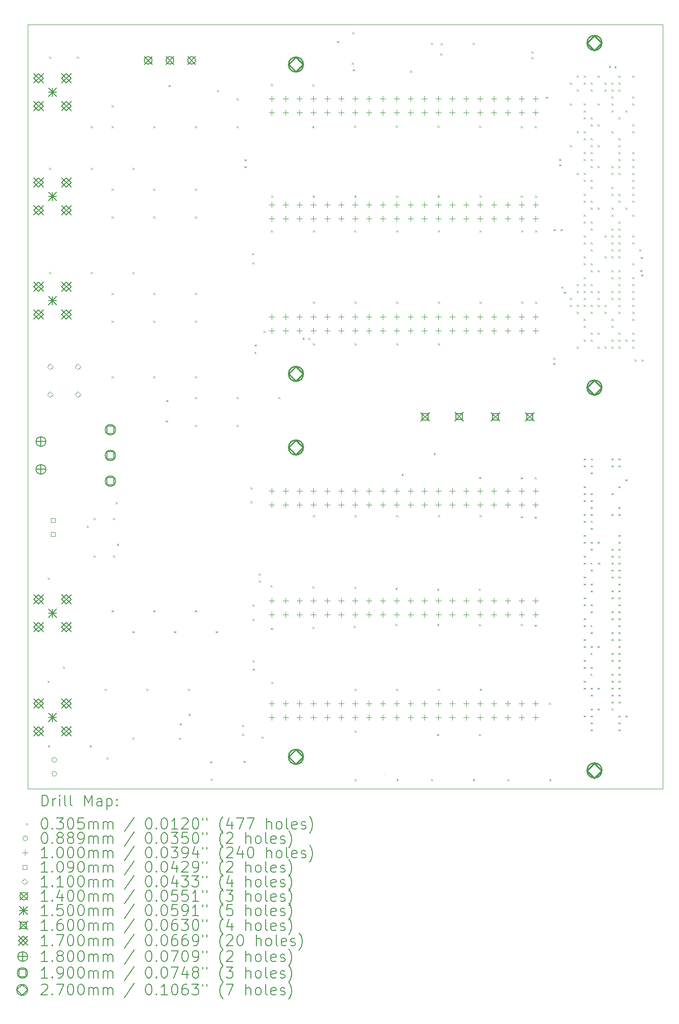
<source format=gbr>
%TF.GenerationSoftware,KiCad,Pcbnew,7.0.10-7.0.10~ubuntu22.04.1*%
%TF.CreationDate,2024-03-14T13:40:17-04:00*%
%TF.ProjectId,dioBreakOutBoard,64696f42-7265-4616-9b4f-7574426f6172,rev?*%
%TF.SameCoordinates,Original*%
%TF.FileFunction,Drillmap*%
%TF.FilePolarity,Positive*%
%FSLAX45Y45*%
G04 Gerber Fmt 4.5, Leading zero omitted, Abs format (unit mm)*
G04 Created by KiCad (PCBNEW 7.0.10-7.0.10~ubuntu22.04.1) date 2024-03-14 13:40:17*
%MOMM*%
%LPD*%
G01*
G04 APERTURE LIST*
%ADD10C,0.050000*%
%ADD11C,0.200000*%
%ADD12C,0.100000*%
%ADD13C,0.109000*%
%ADD14C,0.110000*%
%ADD15C,0.140000*%
%ADD16C,0.150000*%
%ADD17C,0.160000*%
%ADD18C,0.170000*%
%ADD19C,0.180000*%
%ADD20C,0.190000*%
%ADD21C,0.270000*%
G04 APERTURE END LIST*
D10*
X24287140Y-15910000D02*
X12674260Y-15910000D01*
X24287140Y-15910000D02*
X24287140Y-1940000D01*
X12674260Y-15910000D02*
X12674260Y-1940000D01*
X24287140Y-1940000D02*
X12674260Y-1940000D01*
X19190000Y-15645000D02*
X19190000Y-15645000D01*
D11*
D12*
X13035280Y-13934440D02*
X13065760Y-13964920D01*
X13065760Y-13934440D02*
X13035280Y-13964920D01*
X13040360Y-12049760D02*
X13070840Y-12080240D01*
X13070840Y-12049760D02*
X13040360Y-12080240D01*
X13042760Y-15114760D02*
X13073240Y-15145240D01*
X13073240Y-15114760D02*
X13042760Y-15145240D01*
X13065760Y-2524760D02*
X13096240Y-2555240D01*
X13096240Y-2524760D02*
X13065760Y-2555240D01*
X13065760Y-4556760D02*
X13096240Y-4587240D01*
X13096240Y-4556760D02*
X13065760Y-4587240D01*
X13065760Y-6461760D02*
X13096240Y-6492240D01*
X13096240Y-6461760D02*
X13065760Y-6492240D01*
X13319760Y-13675360D02*
X13350240Y-13705840D01*
X13350240Y-13675360D02*
X13319760Y-13705840D01*
X13573760Y-2524760D02*
X13604240Y-2555240D01*
X13604240Y-2524760D02*
X13573760Y-2555240D01*
X13753260Y-11099760D02*
X13783740Y-11130240D01*
X13783740Y-11099760D02*
X13753260Y-11130240D01*
X13804760Y-15114760D02*
X13835240Y-15145240D01*
X13835240Y-15114760D02*
X13804760Y-15145240D01*
X13827760Y-3794760D02*
X13858240Y-3825240D01*
X13858240Y-3794760D02*
X13827760Y-3825240D01*
X13827760Y-4556760D02*
X13858240Y-4587240D01*
X13858240Y-4556760D02*
X13827760Y-4587240D01*
X13827760Y-6461760D02*
X13858240Y-6492240D01*
X13858240Y-6461760D02*
X13827760Y-6492240D01*
X13878560Y-10957560D02*
X13909040Y-10988040D01*
X13909040Y-10957560D02*
X13878560Y-10988040D01*
X13878560Y-11643360D02*
X13909040Y-11673840D01*
X13909040Y-11643360D02*
X13878560Y-11673840D01*
X14081760Y-14081760D02*
X14112240Y-14112240D01*
X14112240Y-14081760D02*
X14081760Y-14112240D01*
X14114760Y-15334760D02*
X14145240Y-15365240D01*
X14145240Y-15334760D02*
X14114760Y-15365240D01*
X14205763Y-12648000D02*
X14236243Y-12678480D01*
X14236243Y-12648000D02*
X14205763Y-12678480D01*
X14208760Y-3413760D02*
X14239240Y-3444240D01*
X14239240Y-3413760D02*
X14208760Y-3444240D01*
X14208760Y-3794760D02*
X14239240Y-3825240D01*
X14239240Y-3794760D02*
X14208760Y-3825240D01*
X14208760Y-4937760D02*
X14239240Y-4968240D01*
X14239240Y-4937760D02*
X14208760Y-4968240D01*
X14208760Y-5445760D02*
X14239240Y-5476240D01*
X14239240Y-5445760D02*
X14208760Y-5476240D01*
X14208760Y-6842760D02*
X14239240Y-6873240D01*
X14239240Y-6842760D02*
X14208760Y-6873240D01*
X14208760Y-7350760D02*
X14239240Y-7381240D01*
X14239240Y-7350760D02*
X14208760Y-7381240D01*
X14208760Y-8366760D02*
X14239240Y-8397240D01*
X14239240Y-8366760D02*
X14208760Y-8397240D01*
X14234160Y-10957560D02*
X14264640Y-10988040D01*
X14264640Y-10957560D02*
X14234160Y-10988040D01*
X14234160Y-11643360D02*
X14264640Y-11673840D01*
X14264640Y-11643360D02*
X14234160Y-11673840D01*
X14284760Y-10671760D02*
X14315240Y-10702240D01*
X14315240Y-10671760D02*
X14284760Y-10702240D01*
X14304760Y-11432760D02*
X14335240Y-11463240D01*
X14335240Y-11432760D02*
X14304760Y-11463240D01*
X14586763Y-13029000D02*
X14617243Y-13059480D01*
X14617243Y-13029000D02*
X14586763Y-13059480D01*
X14589760Y-4556760D02*
X14620240Y-4587240D01*
X14620240Y-4556760D02*
X14589760Y-4587240D01*
X14589760Y-6461760D02*
X14620240Y-6492240D01*
X14620240Y-6461760D02*
X14589760Y-6492240D01*
X14589760Y-14970760D02*
X14620240Y-15001240D01*
X14620240Y-14970760D02*
X14589760Y-15001240D01*
X14843760Y-14081760D02*
X14874240Y-14112240D01*
X14874240Y-14081760D02*
X14843760Y-14112240D01*
X14967763Y-12648000D02*
X14998243Y-12678480D01*
X14998243Y-12648000D02*
X14967763Y-12678480D01*
X14970760Y-3794760D02*
X15001240Y-3825240D01*
X15001240Y-3794760D02*
X14970760Y-3825240D01*
X14970760Y-4937760D02*
X15001240Y-4968240D01*
X15001240Y-4937760D02*
X14970760Y-4968240D01*
X14970760Y-5445760D02*
X15001240Y-5476240D01*
X15001240Y-5445760D02*
X14970760Y-5476240D01*
X14970760Y-6842760D02*
X15001240Y-6873240D01*
X15001240Y-6842760D02*
X14970760Y-6873240D01*
X14970760Y-7350760D02*
X15001240Y-7381240D01*
X15001240Y-7350760D02*
X14970760Y-7381240D01*
X14970760Y-8366760D02*
X15001240Y-8397240D01*
X15001240Y-8366760D02*
X14970760Y-8397240D01*
X15200760Y-9174760D02*
X15231240Y-9205240D01*
X15231240Y-9174760D02*
X15200760Y-9205240D01*
X15208760Y-8802760D02*
X15239240Y-8833240D01*
X15239240Y-8802760D02*
X15208760Y-8833240D01*
X15248760Y-3045760D02*
X15279240Y-3076240D01*
X15279240Y-3045760D02*
X15248760Y-3076240D01*
X15348763Y-13029000D02*
X15379243Y-13059480D01*
X15379243Y-13029000D02*
X15348763Y-13059480D01*
X15439760Y-14974760D02*
X15470240Y-15005240D01*
X15470240Y-14974760D02*
X15439760Y-15005240D01*
X15451760Y-14711760D02*
X15482240Y-14742240D01*
X15482240Y-14711760D02*
X15451760Y-14742240D01*
X15605760Y-14081760D02*
X15636240Y-14112240D01*
X15636240Y-14081760D02*
X15605760Y-14112240D01*
X15616760Y-14536760D02*
X15647240Y-14567240D01*
X15647240Y-14536760D02*
X15616760Y-14567240D01*
X15729763Y-12648000D02*
X15760243Y-12678480D01*
X15760243Y-12648000D02*
X15729763Y-12678480D01*
X15732760Y-3794760D02*
X15763240Y-3825240D01*
X15763240Y-3794760D02*
X15732760Y-3825240D01*
X15732760Y-4937760D02*
X15763240Y-4968240D01*
X15763240Y-4937760D02*
X15732760Y-4968240D01*
X15732760Y-5445760D02*
X15763240Y-5476240D01*
X15763240Y-5445760D02*
X15732760Y-5476240D01*
X15732760Y-6842760D02*
X15763240Y-6873240D01*
X15763240Y-6842760D02*
X15732760Y-6873240D01*
X15732760Y-7350760D02*
X15763240Y-7381240D01*
X15763240Y-7350760D02*
X15732760Y-7381240D01*
X15732760Y-8366760D02*
X15763240Y-8397240D01*
X15763240Y-8366760D02*
X15732760Y-8397240D01*
X15732760Y-8747760D02*
X15763240Y-8778240D01*
X15763240Y-8747760D02*
X15732760Y-8778240D01*
X15732760Y-9255760D02*
X15763240Y-9286240D01*
X15763240Y-9255760D02*
X15732760Y-9286240D01*
X16011760Y-15407760D02*
X16042240Y-15438240D01*
X16042240Y-15407760D02*
X16011760Y-15438240D01*
X16020229Y-15724760D02*
X16050709Y-15755240D01*
X16050709Y-15724760D02*
X16020229Y-15755240D01*
X16110763Y-13029000D02*
X16141243Y-13059480D01*
X16141243Y-13029000D02*
X16110763Y-13059480D01*
X16134760Y-3138760D02*
X16165240Y-3169240D01*
X16165240Y-3138760D02*
X16134760Y-3169240D01*
X16494760Y-3286760D02*
X16525240Y-3317240D01*
X16525240Y-3286760D02*
X16494760Y-3317240D01*
X16494760Y-3794760D02*
X16525240Y-3825240D01*
X16525240Y-3794760D02*
X16494760Y-3825240D01*
X16494760Y-8747760D02*
X16525240Y-8778240D01*
X16525240Y-8747760D02*
X16494760Y-8778240D01*
X16494760Y-9255760D02*
X16525240Y-9286240D01*
X16525240Y-9255760D02*
X16494760Y-9286240D01*
X16593760Y-14740760D02*
X16624240Y-14771240D01*
X16624240Y-14740760D02*
X16593760Y-14771240D01*
X16594760Y-14904760D02*
X16625240Y-14935240D01*
X16625240Y-14904760D02*
X16594760Y-14935240D01*
X16621760Y-15396760D02*
X16652240Y-15427240D01*
X16652240Y-15396760D02*
X16621760Y-15427240D01*
X16636760Y-4400760D02*
X16667240Y-4431240D01*
X16667240Y-4400760D02*
X16636760Y-4431240D01*
X16636760Y-4527760D02*
X16667240Y-4558240D01*
X16667240Y-4527760D02*
X16636760Y-4558240D01*
X16748760Y-10398760D02*
X16779240Y-10429240D01*
X16779240Y-10398760D02*
X16748760Y-10429240D01*
X16748760Y-10652760D02*
X16779240Y-10683240D01*
X16779240Y-10652760D02*
X16748760Y-10683240D01*
X16778760Y-6118760D02*
X16809240Y-6149240D01*
X16809240Y-6118760D02*
X16778760Y-6149240D01*
X16779760Y-6282760D02*
X16810240Y-6313240D01*
X16810240Y-6282760D02*
X16779760Y-6313240D01*
X16783763Y-12540000D02*
X16814243Y-12570480D01*
X16814243Y-12540000D02*
X16783763Y-12570480D01*
X16783763Y-12805000D02*
X16814243Y-12835480D01*
X16814243Y-12805000D02*
X16783763Y-12835480D01*
X16785763Y-13560000D02*
X16816243Y-13590480D01*
X16816243Y-13560000D02*
X16785763Y-13590480D01*
X16788763Y-13714000D02*
X16819243Y-13744480D01*
X16819243Y-13714000D02*
X16788763Y-13744480D01*
X16821760Y-7920760D02*
X16852240Y-7951240D01*
X16852240Y-7920760D02*
X16821760Y-7951240D01*
X16822760Y-7787760D02*
X16853240Y-7818240D01*
X16853240Y-7787760D02*
X16822760Y-7818240D01*
X16901263Y-11973000D02*
X16931743Y-12003480D01*
X16931743Y-11973000D02*
X16901263Y-12003480D01*
X16902763Y-12101000D02*
X16933243Y-12131480D01*
X16933243Y-12101000D02*
X16902763Y-12131480D01*
X16949760Y-14952260D02*
X16980240Y-14982740D01*
X16980240Y-14952260D02*
X16949760Y-14982740D01*
X16986960Y-7536060D02*
X17017440Y-7566540D01*
X17017440Y-7536060D02*
X16986960Y-7566540D01*
X17116760Y-12190760D02*
X17147240Y-12221240D01*
X17147240Y-12190760D02*
X17116760Y-12221240D01*
X17118760Y-12966760D02*
X17149240Y-12997240D01*
X17149240Y-12966760D02*
X17118760Y-12997240D01*
X17119000Y-3023780D02*
X17149480Y-3054260D01*
X17149480Y-3023780D02*
X17119000Y-3054260D01*
X17122140Y-5699760D02*
X17152620Y-5730240D01*
X17152620Y-5699760D02*
X17122140Y-5730240D01*
X17129760Y-5064760D02*
X17160240Y-5095240D01*
X17160240Y-5064760D02*
X17129760Y-5095240D01*
X17129760Y-13954760D02*
X17160240Y-13985240D01*
X17160240Y-13954760D02*
X17129760Y-13985240D01*
X17256760Y-8747760D02*
X17287240Y-8778240D01*
X17287240Y-8747760D02*
X17256760Y-8778240D01*
X17700760Y-7665760D02*
X17731240Y-7696240D01*
X17731240Y-7665760D02*
X17700760Y-7696240D01*
X17804760Y-7664760D02*
X17835240Y-7695240D01*
X17835240Y-7664760D02*
X17804760Y-7695240D01*
X17878460Y-3794760D02*
X17908940Y-3825240D01*
X17908940Y-3794760D02*
X17878460Y-3825240D01*
X17880760Y-3034760D02*
X17911240Y-3065240D01*
X17911240Y-3034760D02*
X17880760Y-3065240D01*
X17881760Y-12211760D02*
X17912240Y-12242240D01*
X17912240Y-12211760D02*
X17881760Y-12242240D01*
X17883760Y-12948760D02*
X17914240Y-12979240D01*
X17914240Y-12948760D02*
X17883760Y-12979240D01*
X17886080Y-5064760D02*
X17916560Y-5095240D01*
X17916560Y-5064760D02*
X17886080Y-5095240D01*
X17888660Y-7002660D02*
X17919140Y-7033140D01*
X17919140Y-7002660D02*
X17888660Y-7033140D01*
X17888660Y-7764660D02*
X17919140Y-7795140D01*
X17919140Y-7764660D02*
X17888660Y-7795140D01*
X17891760Y-5699760D02*
X17922240Y-5730240D01*
X17922240Y-5699760D02*
X17891760Y-5730240D01*
X17891760Y-10906760D02*
X17922240Y-10937240D01*
X17922240Y-10906760D02*
X17891760Y-10937240D01*
X18332260Y-2239760D02*
X18362740Y-2270240D01*
X18362740Y-2239760D02*
X18332260Y-2270240D01*
X18602319Y-2632319D02*
X18632799Y-2662799D01*
X18632799Y-2632319D02*
X18602319Y-2662799D01*
X18612260Y-2074760D02*
X18642740Y-2105240D01*
X18642740Y-2074760D02*
X18612260Y-2105240D01*
X18617603Y-2756917D02*
X18648083Y-2787397D01*
X18648083Y-2756917D02*
X18617603Y-2787397D01*
X18636760Y-12931760D02*
X18667240Y-12962240D01*
X18667240Y-12931760D02*
X18636760Y-12962240D01*
X18643000Y-3785780D02*
X18673480Y-3816260D01*
X18673480Y-3785780D02*
X18643000Y-3816260D01*
X18646140Y-5699760D02*
X18676620Y-5730240D01*
X18676620Y-5699760D02*
X18646140Y-5730240D01*
X18648080Y-5064760D02*
X18678560Y-5095240D01*
X18678560Y-5064760D02*
X18648080Y-5095240D01*
X18648760Y-12213760D02*
X18679240Y-12244240D01*
X18679240Y-12213760D02*
X18648760Y-12244240D01*
X18650660Y-7002660D02*
X18681140Y-7033140D01*
X18681140Y-7002660D02*
X18650660Y-7033140D01*
X18650660Y-7764660D02*
X18681140Y-7795140D01*
X18681140Y-7764660D02*
X18650660Y-7795140D01*
X18653760Y-10906760D02*
X18684240Y-10937240D01*
X18684240Y-10906760D02*
X18653760Y-10937240D01*
X18653760Y-14081760D02*
X18684240Y-14112240D01*
X18684240Y-14081760D02*
X18653760Y-14112240D01*
X18653760Y-14843760D02*
X18684240Y-14874240D01*
X18684240Y-14843760D02*
X18653760Y-14874240D01*
X18653760Y-15732760D02*
X18684240Y-15763240D01*
X18684240Y-15732760D02*
X18653760Y-15763240D01*
X19399760Y-12894760D02*
X19430240Y-12925240D01*
X19430240Y-12894760D02*
X19399760Y-12925240D01*
X19401760Y-12236760D02*
X19432240Y-12267240D01*
X19432240Y-12236760D02*
X19401760Y-12267240D01*
X19405000Y-3785780D02*
X19435480Y-3816260D01*
X19435480Y-3785780D02*
X19405000Y-3816260D01*
X19412660Y-7002660D02*
X19443140Y-7033140D01*
X19443140Y-7002660D02*
X19412660Y-7033140D01*
X19412660Y-7764660D02*
X19443140Y-7795140D01*
X19443140Y-7764660D02*
X19412660Y-7795140D01*
X19415760Y-5064760D02*
X19446240Y-5095240D01*
X19446240Y-5064760D02*
X19415760Y-5095240D01*
X19415760Y-5699760D02*
X19446240Y-5730240D01*
X19446240Y-5699760D02*
X19415760Y-5730240D01*
X19415760Y-10906760D02*
X19446240Y-10937240D01*
X19446240Y-10906760D02*
X19415760Y-10937240D01*
X19415760Y-14083760D02*
X19446240Y-14114240D01*
X19446240Y-14083760D02*
X19415760Y-14114240D01*
X19420760Y-15734760D02*
X19451240Y-15765240D01*
X19451240Y-15734760D02*
X19420760Y-15765240D01*
X19512760Y-10153760D02*
X19543240Y-10184240D01*
X19543240Y-10153760D02*
X19512760Y-10184240D01*
X19669760Y-2778760D02*
X19700240Y-2809240D01*
X19700240Y-2778760D02*
X19669760Y-2809240D01*
X20050760Y-2270760D02*
X20081240Y-2301240D01*
X20081240Y-2270760D02*
X20050760Y-2301240D01*
X20050760Y-15732760D02*
X20081240Y-15763240D01*
X20081240Y-15732760D02*
X20050760Y-15763240D01*
X20095760Y-9770760D02*
X20126240Y-9801240D01*
X20126240Y-9770760D02*
X20095760Y-9801240D01*
X20158760Y-14905760D02*
X20189240Y-14936240D01*
X20189240Y-14905760D02*
X20158760Y-14936240D01*
X20164760Y-12253760D02*
X20195240Y-12284240D01*
X20195240Y-12253760D02*
X20164760Y-12284240D01*
X20164760Y-12898760D02*
X20195240Y-12929240D01*
X20195240Y-12898760D02*
X20164760Y-12929240D01*
X20167000Y-3785780D02*
X20197480Y-3816260D01*
X20197480Y-3785780D02*
X20167000Y-3816260D01*
X20172080Y-5064760D02*
X20202560Y-5095240D01*
X20202560Y-5064760D02*
X20172080Y-5095240D01*
X20174660Y-7002660D02*
X20205140Y-7033140D01*
X20205140Y-7002660D02*
X20174660Y-7033140D01*
X20174660Y-7764660D02*
X20205140Y-7795140D01*
X20205140Y-7764660D02*
X20174660Y-7795140D01*
X20177760Y-5699760D02*
X20208240Y-5730240D01*
X20208240Y-5699760D02*
X20177760Y-5730240D01*
X20177760Y-10906760D02*
X20208240Y-10937240D01*
X20208240Y-10906760D02*
X20177760Y-10937240D01*
X20177760Y-14081760D02*
X20208240Y-14112240D01*
X20208240Y-14081760D02*
X20177760Y-14112240D01*
X20218760Y-2467760D02*
X20249240Y-2498240D01*
X20249240Y-2467760D02*
X20218760Y-2498240D01*
X20225760Y-2277760D02*
X20256240Y-2308240D01*
X20256240Y-2277760D02*
X20225760Y-2308240D01*
X20812760Y-2270760D02*
X20843240Y-2301240D01*
X20843240Y-2270760D02*
X20812760Y-2301240D01*
X20817760Y-15734760D02*
X20848240Y-15765240D01*
X20848240Y-15734760D02*
X20817760Y-15765240D01*
X20924760Y-12250760D02*
X20955240Y-12281240D01*
X20955240Y-12250760D02*
X20924760Y-12281240D01*
X20925760Y-12900760D02*
X20956240Y-12931240D01*
X20956240Y-12900760D02*
X20925760Y-12931240D01*
X20925760Y-14907760D02*
X20956240Y-14938240D01*
X20956240Y-14907760D02*
X20925760Y-14938240D01*
X20929000Y-3785780D02*
X20959480Y-3816260D01*
X20959480Y-3785780D02*
X20929000Y-3816260D01*
X20932760Y-10207760D02*
X20963240Y-10238240D01*
X20963240Y-10207760D02*
X20932760Y-10238240D01*
X20936660Y-7002660D02*
X20967140Y-7033140D01*
X20967140Y-7002660D02*
X20936660Y-7033140D01*
X20939760Y-5064760D02*
X20970240Y-5095240D01*
X20970240Y-5064760D02*
X20939760Y-5095240D01*
X20939760Y-5699760D02*
X20970240Y-5730240D01*
X20970240Y-5699760D02*
X20939760Y-5730240D01*
X20939760Y-10906760D02*
X20970240Y-10937240D01*
X20970240Y-10906760D02*
X20939760Y-10937240D01*
X20944760Y-14083760D02*
X20975240Y-14114240D01*
X20975240Y-14083760D02*
X20944760Y-14114240D01*
X21447760Y-15732760D02*
X21478240Y-15763240D01*
X21478240Y-15732760D02*
X21447760Y-15763240D01*
X21690760Y-10926760D02*
X21721240Y-10957240D01*
X21721240Y-10926760D02*
X21690760Y-10957240D01*
X21690920Y-12898920D02*
X21721400Y-12929400D01*
X21721400Y-12898920D02*
X21690920Y-12929400D01*
X21691000Y-3794760D02*
X21721480Y-3825240D01*
X21721480Y-3794760D02*
X21691000Y-3825240D01*
X21691600Y-5064760D02*
X21722080Y-5095240D01*
X21722080Y-5064760D02*
X21691600Y-5095240D01*
X21692760Y-10217760D02*
X21723240Y-10248240D01*
X21723240Y-10217760D02*
X21692760Y-10248240D01*
X21698660Y-7002660D02*
X21729140Y-7033140D01*
X21729140Y-7002660D02*
X21698660Y-7033140D01*
X21701760Y-5699760D02*
X21732240Y-5730240D01*
X21732240Y-5699760D02*
X21701760Y-5730240D01*
X21886760Y-2430760D02*
X21917240Y-2461240D01*
X21917240Y-2430760D02*
X21886760Y-2461240D01*
X21889760Y-2532760D02*
X21920240Y-2563240D01*
X21920240Y-2532760D02*
X21889760Y-2563240D01*
X21945000Y-3794760D02*
X21975480Y-3825240D01*
X21975480Y-3794760D02*
X21945000Y-3825240D01*
X21946760Y-10212760D02*
X21977240Y-10243240D01*
X21977240Y-10212760D02*
X21946760Y-10243240D01*
X21947760Y-10936760D02*
X21978240Y-10967240D01*
X21978240Y-10936760D02*
X21947760Y-10967240D01*
X21947920Y-12908920D02*
X21978400Y-12939400D01*
X21978400Y-12908920D02*
X21947920Y-12939400D01*
X21952660Y-7002660D02*
X21983140Y-7033140D01*
X21983140Y-7002660D02*
X21952660Y-7033140D01*
X21955760Y-5064760D02*
X21986240Y-5095240D01*
X21986240Y-5064760D02*
X21955760Y-5095240D01*
X21955760Y-5699760D02*
X21986240Y-5730240D01*
X21986240Y-5699760D02*
X21955760Y-5730240D01*
X22147760Y-3258760D02*
X22178240Y-3289240D01*
X22178240Y-3258760D02*
X22147760Y-3289240D01*
X22209760Y-14335760D02*
X22240240Y-14366240D01*
X22240240Y-14335760D02*
X22209760Y-14366240D01*
X22214760Y-15734760D02*
X22245240Y-15765240D01*
X22245240Y-15734760D02*
X22214760Y-15765240D01*
X22287760Y-8027760D02*
X22318240Y-8058240D01*
X22318240Y-8027760D02*
X22287760Y-8058240D01*
X22287760Y-8125760D02*
X22318240Y-8156240D01*
X22318240Y-8125760D02*
X22287760Y-8156240D01*
X22294760Y-5678760D02*
X22325240Y-5709240D01*
X22325240Y-5678760D02*
X22294760Y-5709240D01*
X22389760Y-4394760D02*
X22420240Y-4425240D01*
X22420240Y-4394760D02*
X22389760Y-4425240D01*
X22393760Y-4491760D02*
X22424240Y-4522240D01*
X22424240Y-4491760D02*
X22393760Y-4522240D01*
X22421760Y-5678760D02*
X22452240Y-5709240D01*
X22452240Y-5678760D02*
X22421760Y-5709240D01*
X22432760Y-6727760D02*
X22463240Y-6758240D01*
X22463240Y-6727760D02*
X22432760Y-6758240D01*
X22481328Y-6821474D02*
X22511808Y-6851954D01*
X22511808Y-6821474D02*
X22481328Y-6851954D01*
X22588760Y-2997760D02*
X22619240Y-3028240D01*
X22619240Y-2997760D02*
X22588760Y-3028240D01*
X22588760Y-3378760D02*
X22619240Y-3409240D01*
X22619240Y-3378760D02*
X22588760Y-3409240D01*
X22588760Y-4140760D02*
X22619240Y-4171240D01*
X22619240Y-4140760D02*
X22588760Y-4171240D01*
X22588760Y-6934760D02*
X22619240Y-6965240D01*
X22619240Y-6934760D02*
X22588760Y-6965240D01*
X22588760Y-7061760D02*
X22619240Y-7092240D01*
X22619240Y-7061760D02*
X22588760Y-7092240D01*
X22715760Y-2870760D02*
X22746240Y-2901240D01*
X22746240Y-2870760D02*
X22715760Y-2901240D01*
X22715760Y-3124760D02*
X22746240Y-3155240D01*
X22746240Y-3124760D02*
X22715760Y-3155240D01*
X22715760Y-3886760D02*
X22746240Y-3917240D01*
X22746240Y-3886760D02*
X22715760Y-3917240D01*
X22715760Y-4648760D02*
X22746240Y-4679240D01*
X22746240Y-4648760D02*
X22715760Y-4679240D01*
X22715760Y-6680760D02*
X22746240Y-6711240D01*
X22746240Y-6680760D02*
X22715760Y-6711240D01*
X22715760Y-6807760D02*
X22746240Y-6838240D01*
X22746240Y-6807760D02*
X22715760Y-6838240D01*
X22715760Y-7061760D02*
X22746240Y-7092240D01*
X22746240Y-7061760D02*
X22715760Y-7092240D01*
X22715760Y-7188760D02*
X22746240Y-7219240D01*
X22746240Y-7188760D02*
X22715760Y-7219240D01*
X22715760Y-7823760D02*
X22746240Y-7854240D01*
X22746240Y-7823760D02*
X22715760Y-7854240D01*
X22842760Y-2870760D02*
X22873240Y-2901240D01*
X22873240Y-2870760D02*
X22842760Y-2901240D01*
X22842760Y-2997760D02*
X22873240Y-3028240D01*
X22873240Y-2997760D02*
X22842760Y-3028240D01*
X22842760Y-3378760D02*
X22873240Y-3409240D01*
X22873240Y-3378760D02*
X22842760Y-3409240D01*
X22842760Y-3504760D02*
X22873240Y-3535240D01*
X22873240Y-3504760D02*
X22842760Y-3535240D01*
X22842760Y-3632760D02*
X22873240Y-3663240D01*
X22873240Y-3632760D02*
X22842760Y-3663240D01*
X22842760Y-3886760D02*
X22873240Y-3917240D01*
X22873240Y-3886760D02*
X22842760Y-3917240D01*
X22842760Y-4013760D02*
X22873240Y-4044240D01*
X22873240Y-4013760D02*
X22842760Y-4044240D01*
X22842760Y-4267760D02*
X22873240Y-4298240D01*
X22873240Y-4267760D02*
X22842760Y-4298240D01*
X22842760Y-4394760D02*
X22873240Y-4425240D01*
X22873240Y-4394760D02*
X22842760Y-4425240D01*
X22842760Y-4648760D02*
X22873240Y-4679240D01*
X22873240Y-4648760D02*
X22842760Y-4679240D01*
X22842760Y-4775760D02*
X22873240Y-4806240D01*
X22873240Y-4775760D02*
X22842760Y-4806240D01*
X22842760Y-5029760D02*
X22873240Y-5060240D01*
X22873240Y-5029760D02*
X22842760Y-5060240D01*
X22842760Y-5156760D02*
X22873240Y-5187240D01*
X22873240Y-5156760D02*
X22842760Y-5187240D01*
X22842760Y-5410760D02*
X22873240Y-5441240D01*
X22873240Y-5410760D02*
X22842760Y-5441240D01*
X22842760Y-5537760D02*
X22873240Y-5568240D01*
X22873240Y-5537760D02*
X22842760Y-5568240D01*
X22842760Y-5791760D02*
X22873240Y-5822240D01*
X22873240Y-5791760D02*
X22842760Y-5822240D01*
X22842760Y-5918760D02*
X22873240Y-5949240D01*
X22873240Y-5918760D02*
X22842760Y-5949240D01*
X22842760Y-6172760D02*
X22873240Y-6203240D01*
X22873240Y-6172760D02*
X22842760Y-6203240D01*
X22842760Y-6299760D02*
X22873240Y-6330240D01*
X22873240Y-6299760D02*
X22842760Y-6330240D01*
X22842760Y-6553760D02*
X22873240Y-6584240D01*
X22873240Y-6553760D02*
X22842760Y-6584240D01*
X22842760Y-6680760D02*
X22873240Y-6711240D01*
X22873240Y-6680760D02*
X22842760Y-6711240D01*
X22842760Y-6807760D02*
X22873240Y-6838240D01*
X22873240Y-6807760D02*
X22842760Y-6838240D01*
X22842760Y-6934760D02*
X22873240Y-6965240D01*
X22873240Y-6934760D02*
X22842760Y-6965240D01*
X22842760Y-7061760D02*
X22873240Y-7092240D01*
X22873240Y-7061760D02*
X22842760Y-7092240D01*
X22842760Y-7315760D02*
X22873240Y-7346240D01*
X22873240Y-7315760D02*
X22842760Y-7346240D01*
X22842760Y-7442760D02*
X22873240Y-7473240D01*
X22873240Y-7442760D02*
X22842760Y-7473240D01*
X22842760Y-7696760D02*
X22873240Y-7727240D01*
X22873240Y-7696760D02*
X22842760Y-7727240D01*
X22843260Y-9869760D02*
X22873740Y-9900240D01*
X22873740Y-9869760D02*
X22843260Y-9900240D01*
X22843260Y-9996760D02*
X22873740Y-10027240D01*
X22873740Y-9996760D02*
X22843260Y-10027240D01*
X22843260Y-10504760D02*
X22873740Y-10535240D01*
X22873740Y-10504760D02*
X22843260Y-10535240D01*
X22843260Y-10631760D02*
X22873740Y-10662240D01*
X22873740Y-10631760D02*
X22843260Y-10662240D01*
X22843260Y-10885760D02*
X22873740Y-10916240D01*
X22873740Y-10885760D02*
X22843260Y-10916240D01*
X22843260Y-11012760D02*
X22873740Y-11043240D01*
X22873740Y-11012760D02*
X22843260Y-11043240D01*
X22843260Y-11266760D02*
X22873740Y-11297240D01*
X22873740Y-11266760D02*
X22843260Y-11297240D01*
X22843260Y-11393760D02*
X22873740Y-11424240D01*
X22873740Y-11393760D02*
X22843260Y-11424240D01*
X22843260Y-11647760D02*
X22873740Y-11678240D01*
X22873740Y-11647760D02*
X22843260Y-11678240D01*
X22843260Y-11774760D02*
X22873740Y-11805240D01*
X22873740Y-11774760D02*
X22843260Y-11805240D01*
X22843260Y-12028760D02*
X22873740Y-12059240D01*
X22873740Y-12028760D02*
X22843260Y-12059240D01*
X22843260Y-12155760D02*
X22873740Y-12186240D01*
X22873740Y-12155760D02*
X22843260Y-12186240D01*
X22843260Y-12409760D02*
X22873740Y-12440240D01*
X22873740Y-12409760D02*
X22843260Y-12440240D01*
X22843260Y-12536760D02*
X22873740Y-12567240D01*
X22873740Y-12536760D02*
X22843260Y-12567240D01*
X22843260Y-12790760D02*
X22873740Y-12821240D01*
X22873740Y-12790760D02*
X22843260Y-12821240D01*
X22843260Y-12917760D02*
X22873740Y-12948240D01*
X22873740Y-12917760D02*
X22843260Y-12948240D01*
X22843260Y-13171760D02*
X22873740Y-13202240D01*
X22873740Y-13171760D02*
X22843260Y-13202240D01*
X22843260Y-13298760D02*
X22873740Y-13329240D01*
X22873740Y-13298760D02*
X22843260Y-13329240D01*
X22843260Y-13552760D02*
X22873740Y-13583240D01*
X22873740Y-13552760D02*
X22843260Y-13583240D01*
X22843260Y-13679760D02*
X22873740Y-13710240D01*
X22873740Y-13679760D02*
X22843260Y-13710240D01*
X22843260Y-13933760D02*
X22873740Y-13964240D01*
X22873740Y-13933760D02*
X22843260Y-13964240D01*
X22843260Y-14060760D02*
X22873740Y-14091240D01*
X22873740Y-14060760D02*
X22843260Y-14091240D01*
X22843260Y-14567260D02*
X22873740Y-14597740D01*
X22873740Y-14567260D02*
X22843260Y-14597740D01*
X22844760Y-10377760D02*
X22875240Y-10408240D01*
X22875240Y-10377760D02*
X22844760Y-10408240D01*
X22968260Y-11774760D02*
X22998740Y-11805240D01*
X22998740Y-11774760D02*
X22968260Y-11805240D01*
X22968260Y-12917760D02*
X22998740Y-12948240D01*
X22998740Y-12917760D02*
X22968260Y-12948240D01*
X22968260Y-13425760D02*
X22998740Y-13456240D01*
X22998740Y-13425760D02*
X22968260Y-13456240D01*
X22968260Y-13806760D02*
X22998740Y-13837240D01*
X22998740Y-13806760D02*
X22968260Y-13837240D01*
X22968720Y-11393760D02*
X22999200Y-11424240D01*
X22999200Y-11393760D02*
X22968720Y-11424240D01*
X22968720Y-11901760D02*
X22999200Y-11932240D01*
X22999200Y-11901760D02*
X22968720Y-11932240D01*
X22968760Y-10123760D02*
X22999240Y-10154240D01*
X22999240Y-10123760D02*
X22968760Y-10154240D01*
X22968760Y-11010760D02*
X22999240Y-11041240D01*
X22999240Y-11010760D02*
X22968760Y-11041240D01*
X22969760Y-2997760D02*
X23000240Y-3028240D01*
X23000240Y-2997760D02*
X22969760Y-3028240D01*
X22969760Y-3124760D02*
X23000240Y-3155240D01*
X23000240Y-3124760D02*
X22969760Y-3155240D01*
X22969760Y-3632760D02*
X23000240Y-3663240D01*
X23000240Y-3632760D02*
X22969760Y-3663240D01*
X22969760Y-3759760D02*
X23000240Y-3790240D01*
X23000240Y-3759760D02*
X22969760Y-3790240D01*
X22969760Y-4013760D02*
X23000240Y-4044240D01*
X23000240Y-4013760D02*
X22969760Y-4044240D01*
X22969760Y-4140760D02*
X23000240Y-4171240D01*
X23000240Y-4140760D02*
X22969760Y-4171240D01*
X22969760Y-4267760D02*
X23000240Y-4298240D01*
X23000240Y-4267760D02*
X22969760Y-4298240D01*
X22969760Y-4394760D02*
X23000240Y-4425240D01*
X23000240Y-4394760D02*
X22969760Y-4425240D01*
X22969760Y-4521760D02*
X23000240Y-4552240D01*
X23000240Y-4521760D02*
X22969760Y-4552240D01*
X22969760Y-4775760D02*
X23000240Y-4806240D01*
X23000240Y-4775760D02*
X22969760Y-4806240D01*
X22969760Y-4902760D02*
X23000240Y-4933240D01*
X23000240Y-4902760D02*
X22969760Y-4933240D01*
X22969760Y-5156760D02*
X23000240Y-5187240D01*
X23000240Y-5156760D02*
X22969760Y-5187240D01*
X22969760Y-5283760D02*
X23000240Y-5314240D01*
X23000240Y-5283760D02*
X22969760Y-5314240D01*
X22969760Y-5537760D02*
X23000240Y-5568240D01*
X23000240Y-5537760D02*
X22969760Y-5568240D01*
X22969760Y-5664760D02*
X23000240Y-5695240D01*
X23000240Y-5664760D02*
X22969760Y-5695240D01*
X22969760Y-5918760D02*
X23000240Y-5949240D01*
X23000240Y-5918760D02*
X22969760Y-5949240D01*
X22969760Y-6045760D02*
X23000240Y-6076240D01*
X23000240Y-6045760D02*
X22969760Y-6076240D01*
X22969760Y-6299760D02*
X23000240Y-6330240D01*
X23000240Y-6299760D02*
X22969760Y-6330240D01*
X22969760Y-6426760D02*
X23000240Y-6457240D01*
X23000240Y-6426760D02*
X22969760Y-6457240D01*
X22969760Y-6680760D02*
X23000240Y-6711240D01*
X23000240Y-6680760D02*
X22969760Y-6711240D01*
X22969760Y-6807760D02*
X23000240Y-6838240D01*
X23000240Y-6807760D02*
X22969760Y-6838240D01*
X22969760Y-7061760D02*
X23000240Y-7092240D01*
X23000240Y-7061760D02*
X22969760Y-7092240D01*
X22969760Y-7188760D02*
X23000240Y-7219240D01*
X23000240Y-7188760D02*
X22969760Y-7219240D01*
X22969760Y-7569760D02*
X23000240Y-7600240D01*
X23000240Y-7569760D02*
X22969760Y-7600240D01*
X22969760Y-7696760D02*
X23000240Y-7727240D01*
X23000240Y-7696760D02*
X22969760Y-7727240D01*
X22970760Y-13298760D02*
X23001240Y-13329240D01*
X23001240Y-13298760D02*
X22970760Y-13329240D01*
X22970760Y-13679760D02*
X23001240Y-13710240D01*
X23001240Y-13679760D02*
X22970760Y-13710240D01*
X22970760Y-14187760D02*
X23001240Y-14218240D01*
X23001240Y-14187760D02*
X22970760Y-14218240D01*
X22970760Y-14441260D02*
X23001240Y-14471740D01*
X23001240Y-14441260D02*
X22970760Y-14471740D01*
X22970760Y-14695260D02*
X23001240Y-14725740D01*
X23001240Y-14695260D02*
X22970760Y-14725740D01*
X22970760Y-14822260D02*
X23001240Y-14852740D01*
X23001240Y-14822260D02*
X22970760Y-14852740D01*
X22970800Y-12155760D02*
X23001280Y-12186240D01*
X23001280Y-12155760D02*
X22970800Y-12186240D01*
X22970800Y-12282760D02*
X23001280Y-12313240D01*
X23001280Y-12282760D02*
X22970800Y-12313240D01*
X22970800Y-12536760D02*
X23001280Y-12567240D01*
X23001280Y-12536760D02*
X22970800Y-12567240D01*
X22970800Y-12663760D02*
X23001280Y-12694240D01*
X23001280Y-12663760D02*
X22970800Y-12694240D01*
X22970800Y-13044760D02*
X23001280Y-13075240D01*
X23001280Y-13044760D02*
X22970800Y-13075240D01*
X22971260Y-10631760D02*
X23001740Y-10662240D01*
X23001740Y-10631760D02*
X22971260Y-10662240D01*
X22971260Y-10758760D02*
X23001740Y-10789240D01*
X23001740Y-10758760D02*
X22971260Y-10789240D01*
X22971260Y-11139760D02*
X23001740Y-11170240D01*
X23001740Y-11139760D02*
X22971260Y-11170240D01*
X22971260Y-11520760D02*
X23001740Y-11551240D01*
X23001740Y-11520760D02*
X22971260Y-11551240D01*
X22971760Y-10504760D02*
X23002240Y-10535240D01*
X23002240Y-10504760D02*
X22971760Y-10535240D01*
X22971760Y-10885760D02*
X23002240Y-10916240D01*
X23002240Y-10885760D02*
X22971760Y-10916240D01*
X22973260Y-14060760D02*
X23003740Y-14091240D01*
X23003740Y-14060760D02*
X22973260Y-14091240D01*
X22973260Y-14567260D02*
X23003740Y-14597740D01*
X23003740Y-14567260D02*
X22973260Y-14597740D01*
X22974760Y-9869760D02*
X23005240Y-9900240D01*
X23005240Y-9869760D02*
X22974760Y-9900240D01*
X22974760Y-9996760D02*
X23005240Y-10027240D01*
X23005240Y-9996760D02*
X22974760Y-10027240D01*
X23096760Y-2870760D02*
X23127240Y-2901240D01*
X23127240Y-2870760D02*
X23096760Y-2901240D01*
X23096760Y-3378760D02*
X23127240Y-3409240D01*
X23127240Y-3378760D02*
X23096760Y-3409240D01*
X23096760Y-3759760D02*
X23127240Y-3790240D01*
X23127240Y-3759760D02*
X23096760Y-3790240D01*
X23096760Y-4140760D02*
X23127240Y-4171240D01*
X23127240Y-4140760D02*
X23096760Y-4171240D01*
X23096760Y-4521760D02*
X23127240Y-4552240D01*
X23127240Y-4521760D02*
X23096760Y-4552240D01*
X23096760Y-5283760D02*
X23127240Y-5314240D01*
X23127240Y-5283760D02*
X23096760Y-5314240D01*
X23096760Y-6426760D02*
X23127240Y-6457240D01*
X23127240Y-6426760D02*
X23096760Y-6457240D01*
X23096760Y-6807760D02*
X23127240Y-6838240D01*
X23127240Y-6807760D02*
X23096760Y-6838240D01*
X23096760Y-6934760D02*
X23127240Y-6965240D01*
X23127240Y-6934760D02*
X23096760Y-6965240D01*
X23096760Y-7061760D02*
X23127240Y-7092240D01*
X23127240Y-7061760D02*
X23096760Y-7092240D01*
X23096760Y-7569760D02*
X23127240Y-7600240D01*
X23127240Y-7569760D02*
X23096760Y-7600240D01*
X23096760Y-7823760D02*
X23127240Y-7854240D01*
X23127240Y-7823760D02*
X23096760Y-7854240D01*
X23098760Y-11393760D02*
X23129240Y-11424240D01*
X23129240Y-11393760D02*
X23098760Y-11424240D01*
X23098760Y-13298760D02*
X23129240Y-13329240D01*
X23129240Y-13298760D02*
X23098760Y-13329240D01*
X23098760Y-14060760D02*
X23129240Y-14091240D01*
X23129240Y-14060760D02*
X23098760Y-14091240D01*
X23098760Y-14441760D02*
X23129240Y-14472240D01*
X23129240Y-14441760D02*
X23098760Y-14472240D01*
X23105760Y-11774760D02*
X23136240Y-11805240D01*
X23136240Y-11774760D02*
X23105760Y-11805240D01*
X23223760Y-2997760D02*
X23254240Y-3028240D01*
X23254240Y-2997760D02*
X23223760Y-3028240D01*
X23223760Y-3124760D02*
X23254240Y-3155240D01*
X23254240Y-3124760D02*
X23223760Y-3155240D01*
X23223760Y-5791760D02*
X23254240Y-5822240D01*
X23254240Y-5791760D02*
X23223760Y-5822240D01*
X23223760Y-6172760D02*
X23254240Y-6203240D01*
X23254240Y-6172760D02*
X23223760Y-6203240D01*
X23223760Y-7061760D02*
X23254240Y-7092240D01*
X23254240Y-7061760D02*
X23223760Y-7092240D01*
X23223760Y-7188760D02*
X23254240Y-7219240D01*
X23254240Y-7188760D02*
X23223760Y-7219240D01*
X23223760Y-7823760D02*
X23254240Y-7854240D01*
X23254240Y-7823760D02*
X23223760Y-7854240D01*
X23305820Y-2696409D02*
X23336300Y-2726889D01*
X23336300Y-2696409D02*
X23305820Y-2726889D01*
X23349760Y-14439760D02*
X23380240Y-14470240D01*
X23380240Y-14439760D02*
X23349760Y-14470240D01*
X23350260Y-13172760D02*
X23380740Y-13203240D01*
X23380740Y-13172760D02*
X23350260Y-13203240D01*
X23350760Y-2998760D02*
X23381240Y-3029240D01*
X23381240Y-2998760D02*
X23350760Y-3029240D01*
X23350760Y-3124760D02*
X23381240Y-3155240D01*
X23381240Y-3124760D02*
X23350760Y-3155240D01*
X23350760Y-3378760D02*
X23381240Y-3409240D01*
X23381240Y-3378760D02*
X23350760Y-3409240D01*
X23350760Y-3504760D02*
X23381240Y-3535240D01*
X23381240Y-3504760D02*
X23350760Y-3535240D01*
X23350760Y-3886760D02*
X23381240Y-3917240D01*
X23381240Y-3886760D02*
X23350760Y-3917240D01*
X23350760Y-4521760D02*
X23381240Y-4552240D01*
X23381240Y-4521760D02*
X23350760Y-4552240D01*
X23350760Y-4648760D02*
X23381240Y-4679240D01*
X23381240Y-4648760D02*
X23350760Y-4679240D01*
X23350760Y-4902760D02*
X23381240Y-4933240D01*
X23381240Y-4902760D02*
X23350760Y-4933240D01*
X23350760Y-5029760D02*
X23381240Y-5060240D01*
X23381240Y-5029760D02*
X23350760Y-5060240D01*
X23350760Y-5283760D02*
X23381240Y-5314240D01*
X23381240Y-5283760D02*
X23350760Y-5314240D01*
X23350760Y-5410760D02*
X23381240Y-5441240D01*
X23381240Y-5410760D02*
X23350760Y-5441240D01*
X23350760Y-5664760D02*
X23381240Y-5695240D01*
X23381240Y-5664760D02*
X23350760Y-5695240D01*
X23350760Y-5791760D02*
X23381240Y-5822240D01*
X23381240Y-5791760D02*
X23350760Y-5822240D01*
X23350760Y-5918760D02*
X23381240Y-5949240D01*
X23381240Y-5918760D02*
X23350760Y-5949240D01*
X23350760Y-6045760D02*
X23381240Y-6076240D01*
X23381240Y-6045760D02*
X23350760Y-6076240D01*
X23350760Y-6172760D02*
X23381240Y-6203240D01*
X23381240Y-6172760D02*
X23350760Y-6203240D01*
X23350760Y-6426760D02*
X23381240Y-6457240D01*
X23381240Y-6426760D02*
X23350760Y-6457240D01*
X23350760Y-6553760D02*
X23381240Y-6584240D01*
X23381240Y-6553760D02*
X23350760Y-6584240D01*
X23350760Y-6807760D02*
X23381240Y-6838240D01*
X23381240Y-6807760D02*
X23350760Y-6838240D01*
X23350760Y-6934760D02*
X23381240Y-6965240D01*
X23381240Y-6934760D02*
X23350760Y-6965240D01*
X23350760Y-7315760D02*
X23381240Y-7346240D01*
X23381240Y-7315760D02*
X23350760Y-7346240D01*
X23350760Y-7442760D02*
X23381240Y-7473240D01*
X23381240Y-7442760D02*
X23350760Y-7473240D01*
X23350760Y-7696760D02*
X23381240Y-7727240D01*
X23381240Y-7696760D02*
X23350760Y-7727240D01*
X23350760Y-7823760D02*
X23381240Y-7854240D01*
X23381240Y-7823760D02*
X23350760Y-7854240D01*
X23351260Y-9869760D02*
X23381740Y-9900240D01*
X23381740Y-9869760D02*
X23351260Y-9900240D01*
X23351260Y-9996760D02*
X23381740Y-10027240D01*
X23381740Y-9996760D02*
X23351260Y-10027240D01*
X23351260Y-10504760D02*
X23381740Y-10535240D01*
X23381740Y-10504760D02*
X23351260Y-10535240D01*
X23351260Y-10885760D02*
X23381740Y-10916240D01*
X23381740Y-10885760D02*
X23351260Y-10916240D01*
X23351260Y-11520760D02*
X23381740Y-11551240D01*
X23381740Y-11520760D02*
X23351260Y-11551240D01*
X23351260Y-11647760D02*
X23381740Y-11678240D01*
X23381740Y-11647760D02*
X23351260Y-11678240D01*
X23351260Y-11774760D02*
X23381740Y-11805240D01*
X23381740Y-11774760D02*
X23351260Y-11805240D01*
X23351260Y-11901760D02*
X23381740Y-11932240D01*
X23381740Y-11901760D02*
X23351260Y-11932240D01*
X23351260Y-12028760D02*
X23381740Y-12059240D01*
X23381740Y-12028760D02*
X23351260Y-12059240D01*
X23351260Y-12282760D02*
X23381740Y-12313240D01*
X23381740Y-12282760D02*
X23351260Y-12313240D01*
X23351260Y-12409760D02*
X23381740Y-12440240D01*
X23381740Y-12409760D02*
X23351260Y-12440240D01*
X23351260Y-12663760D02*
X23381740Y-12694240D01*
X23381740Y-12663760D02*
X23351260Y-12694240D01*
X23351260Y-12790760D02*
X23381740Y-12821240D01*
X23381740Y-12790760D02*
X23351260Y-12821240D01*
X23351260Y-13044760D02*
X23381740Y-13075240D01*
X23381740Y-13044760D02*
X23351260Y-13075240D01*
X23351260Y-13425760D02*
X23381740Y-13456240D01*
X23381740Y-13425760D02*
X23351260Y-13456240D01*
X23351260Y-13552760D02*
X23381740Y-13583240D01*
X23381740Y-13552760D02*
X23351260Y-13583240D01*
X23351260Y-13806760D02*
X23381740Y-13837240D01*
X23381740Y-13806760D02*
X23351260Y-13837240D01*
X23351260Y-13933760D02*
X23381740Y-13964240D01*
X23381740Y-13933760D02*
X23351260Y-13964240D01*
X23351260Y-14060760D02*
X23381740Y-14091240D01*
X23381740Y-14060760D02*
X23351260Y-14091240D01*
X23351260Y-14187760D02*
X23381740Y-14218240D01*
X23381740Y-14187760D02*
X23351260Y-14218240D01*
X23351260Y-14314260D02*
X23381740Y-14344740D01*
X23381740Y-14314260D02*
X23351260Y-14344740D01*
X23352260Y-3252260D02*
X23382740Y-3282740D01*
X23382740Y-3252260D02*
X23352260Y-3282740D01*
X23407760Y-2702760D02*
X23438240Y-2733240D01*
X23438240Y-2702760D02*
X23407760Y-2733240D01*
X23477260Y-4140760D02*
X23507740Y-4171240D01*
X23507740Y-4140760D02*
X23477260Y-4171240D01*
X23477260Y-4267760D02*
X23507740Y-4298240D01*
X23507740Y-4267760D02*
X23477260Y-4298240D01*
X23477260Y-4394760D02*
X23507740Y-4425240D01*
X23507740Y-4394760D02*
X23477260Y-4425240D01*
X23477760Y-2997760D02*
X23508240Y-3028240D01*
X23508240Y-2997760D02*
X23477760Y-3028240D01*
X23477760Y-3124760D02*
X23508240Y-3155240D01*
X23508240Y-3124760D02*
X23477760Y-3155240D01*
X23477760Y-3632760D02*
X23508240Y-3663240D01*
X23508240Y-3632760D02*
X23477760Y-3663240D01*
X23477760Y-4013760D02*
X23508240Y-4044240D01*
X23508240Y-4013760D02*
X23477760Y-4044240D01*
X23477760Y-4521760D02*
X23508240Y-4552240D01*
X23508240Y-4521760D02*
X23477760Y-4552240D01*
X23477760Y-4648760D02*
X23508240Y-4679240D01*
X23508240Y-4648760D02*
X23477760Y-4679240D01*
X23477760Y-5029760D02*
X23508240Y-5060240D01*
X23508240Y-5029760D02*
X23477760Y-5060240D01*
X23477760Y-5156760D02*
X23508240Y-5187240D01*
X23508240Y-5156760D02*
X23477760Y-5187240D01*
X23477760Y-5537760D02*
X23508240Y-5568240D01*
X23508240Y-5537760D02*
X23477760Y-5568240D01*
X23477760Y-5664760D02*
X23508240Y-5695240D01*
X23508240Y-5664760D02*
X23477760Y-5695240D01*
X23477760Y-5791760D02*
X23508240Y-5822240D01*
X23508240Y-5791760D02*
X23477760Y-5822240D01*
X23477760Y-5918760D02*
X23508240Y-5949240D01*
X23508240Y-5918760D02*
X23477760Y-5949240D01*
X23477760Y-6045760D02*
X23508240Y-6076240D01*
X23508240Y-6045760D02*
X23477760Y-6076240D01*
X23477760Y-6172760D02*
X23508240Y-6203240D01*
X23508240Y-6172760D02*
X23477760Y-6203240D01*
X23477760Y-6426760D02*
X23508240Y-6457240D01*
X23508240Y-6426760D02*
X23477760Y-6457240D01*
X23477760Y-6553760D02*
X23508240Y-6584240D01*
X23508240Y-6553760D02*
X23477760Y-6584240D01*
X23477760Y-6680760D02*
X23508240Y-6711240D01*
X23508240Y-6680760D02*
X23477760Y-6711240D01*
X23477760Y-6807760D02*
X23508240Y-6838240D01*
X23508240Y-6807760D02*
X23477760Y-6838240D01*
X23477760Y-6934760D02*
X23508240Y-6965240D01*
X23508240Y-6934760D02*
X23477760Y-6965240D01*
X23477760Y-7061760D02*
X23508240Y-7092240D01*
X23508240Y-7061760D02*
X23477760Y-7092240D01*
X23477760Y-7188760D02*
X23508240Y-7219240D01*
X23508240Y-7188760D02*
X23477760Y-7219240D01*
X23477760Y-7569760D02*
X23508240Y-7600240D01*
X23508240Y-7569760D02*
X23477760Y-7600240D01*
X23477760Y-7696760D02*
X23508240Y-7727240D01*
X23508240Y-7696760D02*
X23477760Y-7727240D01*
X23477760Y-7823760D02*
X23508240Y-7854240D01*
X23508240Y-7823760D02*
X23477760Y-7854240D01*
X23477760Y-11650260D02*
X23508240Y-11680740D01*
X23508240Y-11650260D02*
X23477760Y-11680740D01*
X23478260Y-9869760D02*
X23508740Y-9900240D01*
X23508740Y-9869760D02*
X23478260Y-9900240D01*
X23478260Y-9996760D02*
X23508740Y-10027240D01*
X23508740Y-9996760D02*
X23478260Y-10027240D01*
X23478260Y-11520760D02*
X23508740Y-11551240D01*
X23508740Y-11520760D02*
X23478260Y-11551240D01*
X23478260Y-11774760D02*
X23508740Y-11805240D01*
X23508740Y-11774760D02*
X23478260Y-11805240D01*
X23478260Y-11901760D02*
X23508740Y-11932240D01*
X23508740Y-11901760D02*
X23478260Y-11932240D01*
X23478260Y-12028760D02*
X23508740Y-12059240D01*
X23508740Y-12028760D02*
X23478260Y-12059240D01*
X23478260Y-12155760D02*
X23508740Y-12186240D01*
X23508740Y-12155760D02*
X23478260Y-12186240D01*
X23478260Y-12282760D02*
X23508740Y-12313240D01*
X23508740Y-12282760D02*
X23478260Y-12313240D01*
X23478260Y-12409760D02*
X23508740Y-12440240D01*
X23508740Y-12409760D02*
X23478260Y-12440240D01*
X23478260Y-12536760D02*
X23508740Y-12567240D01*
X23508740Y-12536760D02*
X23478260Y-12567240D01*
X23478260Y-12663760D02*
X23508740Y-12694240D01*
X23508740Y-12663760D02*
X23478260Y-12694240D01*
X23478260Y-12790760D02*
X23508740Y-12821240D01*
X23508740Y-12790760D02*
X23478260Y-12821240D01*
X23478260Y-12917760D02*
X23508740Y-12948240D01*
X23508740Y-12917760D02*
X23478260Y-12948240D01*
X23478260Y-13044760D02*
X23508740Y-13075240D01*
X23508740Y-13044760D02*
X23478260Y-13075240D01*
X23478260Y-13171760D02*
X23508740Y-13202240D01*
X23508740Y-13171760D02*
X23478260Y-13202240D01*
X23478260Y-13425760D02*
X23508740Y-13456240D01*
X23508740Y-13425760D02*
X23478260Y-13456240D01*
X23478260Y-13552760D02*
X23508740Y-13583240D01*
X23508740Y-13552760D02*
X23478260Y-13583240D01*
X23478260Y-13679760D02*
X23508740Y-13710240D01*
X23508740Y-13679760D02*
X23478260Y-13710240D01*
X23478260Y-13806760D02*
X23508740Y-13837240D01*
X23508740Y-13806760D02*
X23478260Y-13837240D01*
X23478260Y-13933760D02*
X23508740Y-13964240D01*
X23508740Y-13933760D02*
X23478260Y-13964240D01*
X23478260Y-14060760D02*
X23508740Y-14091240D01*
X23508740Y-14060760D02*
X23478260Y-14091240D01*
X23478260Y-14187760D02*
X23508740Y-14218240D01*
X23508740Y-14187760D02*
X23478260Y-14218240D01*
X23478260Y-14313260D02*
X23508740Y-14343740D01*
X23508740Y-14313260D02*
X23478260Y-14343740D01*
X23478260Y-14567260D02*
X23508740Y-14597740D01*
X23508740Y-14567260D02*
X23478260Y-14597740D01*
X23478260Y-14695260D02*
X23508740Y-14725740D01*
X23508740Y-14695260D02*
X23478260Y-14725740D01*
X23478260Y-14822260D02*
X23508740Y-14852740D01*
X23508740Y-14822260D02*
X23478260Y-14852740D01*
X23479760Y-2870760D02*
X23510240Y-2901240D01*
X23510240Y-2870760D02*
X23479760Y-2901240D01*
X23479760Y-10377760D02*
X23510240Y-10408240D01*
X23510240Y-10377760D02*
X23479760Y-10408240D01*
X23479760Y-10758760D02*
X23510240Y-10789240D01*
X23510240Y-10758760D02*
X23479760Y-10789240D01*
X23479760Y-10885760D02*
X23510240Y-10916240D01*
X23510240Y-10885760D02*
X23479760Y-10916240D01*
X23479760Y-11266760D02*
X23510240Y-11297240D01*
X23510240Y-11266760D02*
X23479760Y-11297240D01*
X23479760Y-11392760D02*
X23510240Y-11423240D01*
X23510240Y-11392760D02*
X23479760Y-11423240D01*
X23479760Y-13298760D02*
X23510240Y-13329240D01*
X23510240Y-13298760D02*
X23479760Y-13329240D01*
X23604760Y-3504760D02*
X23635240Y-3535240D01*
X23635240Y-3504760D02*
X23604760Y-3535240D01*
X23604760Y-5283760D02*
X23635240Y-5314240D01*
X23635240Y-5283760D02*
X23604760Y-5314240D01*
X23605260Y-7696760D02*
X23635740Y-7727240D01*
X23635740Y-7696760D02*
X23605260Y-7727240D01*
X23606760Y-10250760D02*
X23637240Y-10281240D01*
X23637240Y-10250760D02*
X23606760Y-10281240D01*
X23606760Y-14567260D02*
X23637240Y-14597740D01*
X23637240Y-14567260D02*
X23606760Y-14597740D01*
X23731760Y-2870760D02*
X23762240Y-2901240D01*
X23762240Y-2870760D02*
X23731760Y-2901240D01*
X23731760Y-3252260D02*
X23762240Y-3282740D01*
X23762240Y-3252260D02*
X23731760Y-3282740D01*
X23731760Y-3378760D02*
X23762240Y-3409240D01*
X23762240Y-3378760D02*
X23731760Y-3409240D01*
X23731760Y-3759760D02*
X23762240Y-3790240D01*
X23762240Y-3759760D02*
X23731760Y-3790240D01*
X23731760Y-3886760D02*
X23762240Y-3917240D01*
X23762240Y-3886760D02*
X23731760Y-3917240D01*
X23731760Y-4267760D02*
X23762240Y-4298240D01*
X23762240Y-4267760D02*
X23731760Y-4298240D01*
X23731760Y-4394760D02*
X23762240Y-4425240D01*
X23762240Y-4394760D02*
X23731760Y-4425240D01*
X23731760Y-4521760D02*
X23762240Y-4552240D01*
X23762240Y-4521760D02*
X23731760Y-4552240D01*
X23731760Y-4648760D02*
X23762240Y-4679240D01*
X23762240Y-4648760D02*
X23731760Y-4679240D01*
X23731760Y-5029760D02*
X23762240Y-5060240D01*
X23762240Y-5029760D02*
X23731760Y-5060240D01*
X23731760Y-5156760D02*
X23762240Y-5187240D01*
X23762240Y-5156760D02*
X23731760Y-5187240D01*
X23731760Y-5410760D02*
X23762240Y-5441240D01*
X23762240Y-5410760D02*
X23731760Y-5441240D01*
X23731760Y-5791760D02*
X23762240Y-5822240D01*
X23762240Y-5791760D02*
X23731760Y-5822240D01*
X23731760Y-5918760D02*
X23762240Y-5949240D01*
X23762240Y-5918760D02*
X23731760Y-5949240D01*
X23731760Y-6299760D02*
X23762240Y-6330240D01*
X23762240Y-6299760D02*
X23731760Y-6330240D01*
X23731760Y-6553760D02*
X23762240Y-6584240D01*
X23762240Y-6553760D02*
X23731760Y-6584240D01*
X23731760Y-6680760D02*
X23762240Y-6711240D01*
X23762240Y-6680760D02*
X23731760Y-6711240D01*
X23731760Y-6807760D02*
X23762240Y-6838240D01*
X23762240Y-6807760D02*
X23731760Y-6838240D01*
X23731760Y-6934760D02*
X23762240Y-6965240D01*
X23762240Y-6934760D02*
X23731760Y-6965240D01*
X23731760Y-7061760D02*
X23762240Y-7092240D01*
X23762240Y-7061760D02*
X23731760Y-7092240D01*
X23731760Y-7188760D02*
X23762240Y-7219240D01*
X23762240Y-7188760D02*
X23731760Y-7219240D01*
X23731760Y-7315760D02*
X23762240Y-7346240D01*
X23762240Y-7315760D02*
X23731760Y-7346240D01*
X23731760Y-7569760D02*
X23762240Y-7600240D01*
X23762240Y-7569760D02*
X23731760Y-7600240D01*
X23731760Y-7696760D02*
X23762240Y-7727240D01*
X23762240Y-7696760D02*
X23731760Y-7727240D01*
X23731760Y-7823760D02*
X23762240Y-7854240D01*
X23762240Y-7823760D02*
X23731760Y-7854240D01*
X23732260Y-4904760D02*
X23762740Y-4935240D01*
X23762740Y-4904760D02*
X23732260Y-4935240D01*
X23734760Y-4777260D02*
X23765240Y-4807740D01*
X23765240Y-4777260D02*
X23734760Y-4807740D01*
X23775260Y-8062760D02*
X23805740Y-8093240D01*
X23805740Y-8062760D02*
X23775260Y-8093240D01*
X23858760Y-6045760D02*
X23889240Y-6076240D01*
X23889240Y-6045760D02*
X23858760Y-6076240D01*
X23878260Y-6425260D02*
X23908740Y-6455740D01*
X23908740Y-6425260D02*
X23878260Y-6455740D01*
X23884760Y-6187260D02*
X23915240Y-6217740D01*
X23915240Y-6187260D02*
X23884760Y-6217740D01*
X23892500Y-6507760D02*
X23922980Y-6538240D01*
X23922980Y-6507760D02*
X23892500Y-6538240D01*
X23903260Y-8062760D02*
X23933740Y-8093240D01*
X23933740Y-8062760D02*
X23903260Y-8093240D01*
X13203555Y-15382000D02*
G75*
G03*
X13114655Y-15382000I-44450J0D01*
G01*
X13114655Y-15382000D02*
G75*
G03*
X13203555Y-15382000I44450J0D01*
G01*
X13203555Y-15636000D02*
G75*
G03*
X13114655Y-15636000I-44450J0D01*
G01*
X13114655Y-15636000D02*
G75*
G03*
X13203555Y-15636000I44450J0D01*
G01*
X17134840Y-3244380D02*
X17134840Y-3344380D01*
X17084840Y-3294380D02*
X17184840Y-3294380D01*
X17134840Y-3498380D02*
X17134840Y-3598380D01*
X17084840Y-3548380D02*
X17184840Y-3548380D01*
X17134840Y-5184440D02*
X17134840Y-5284440D01*
X17084840Y-5234440D02*
X17184840Y-5234440D01*
X17134840Y-5438440D02*
X17134840Y-5538440D01*
X17084840Y-5488440D02*
X17184840Y-5488440D01*
X17134840Y-7234720D02*
X17134840Y-7334720D01*
X17084840Y-7284720D02*
X17184840Y-7284720D01*
X17134840Y-7488720D02*
X17134840Y-7588720D01*
X17084840Y-7538720D02*
X17184840Y-7538720D01*
X17134840Y-10414800D02*
X17134840Y-10514800D01*
X17084840Y-10464800D02*
X17184840Y-10464800D01*
X17134840Y-10668800D02*
X17134840Y-10768800D01*
X17084840Y-10718800D02*
X17184840Y-10718800D01*
X17134840Y-12421400D02*
X17134840Y-12521400D01*
X17084840Y-12471400D02*
X17184840Y-12471400D01*
X17134840Y-12675400D02*
X17134840Y-12775400D01*
X17084840Y-12725400D02*
X17184840Y-12725400D01*
X17134840Y-14301000D02*
X17134840Y-14401000D01*
X17084840Y-14351000D02*
X17184840Y-14351000D01*
X17134840Y-14555000D02*
X17134840Y-14655000D01*
X17084840Y-14605000D02*
X17184840Y-14605000D01*
X17388840Y-3244380D02*
X17388840Y-3344380D01*
X17338840Y-3294380D02*
X17438840Y-3294380D01*
X17388840Y-3498380D02*
X17388840Y-3598380D01*
X17338840Y-3548380D02*
X17438840Y-3548380D01*
X17388840Y-5184440D02*
X17388840Y-5284440D01*
X17338840Y-5234440D02*
X17438840Y-5234440D01*
X17388840Y-5438440D02*
X17388840Y-5538440D01*
X17338840Y-5488440D02*
X17438840Y-5488440D01*
X17388840Y-7234720D02*
X17388840Y-7334720D01*
X17338840Y-7284720D02*
X17438840Y-7284720D01*
X17388840Y-7488720D02*
X17388840Y-7588720D01*
X17338840Y-7538720D02*
X17438840Y-7538720D01*
X17388840Y-10414800D02*
X17388840Y-10514800D01*
X17338840Y-10464800D02*
X17438840Y-10464800D01*
X17388840Y-10668800D02*
X17388840Y-10768800D01*
X17338840Y-10718800D02*
X17438840Y-10718800D01*
X17388840Y-12421400D02*
X17388840Y-12521400D01*
X17338840Y-12471400D02*
X17438840Y-12471400D01*
X17388840Y-12675400D02*
X17388840Y-12775400D01*
X17338840Y-12725400D02*
X17438840Y-12725400D01*
X17388840Y-14301000D02*
X17388840Y-14401000D01*
X17338840Y-14351000D02*
X17438840Y-14351000D01*
X17388840Y-14555000D02*
X17388840Y-14655000D01*
X17338840Y-14605000D02*
X17438840Y-14605000D01*
X17642840Y-3244380D02*
X17642840Y-3344380D01*
X17592840Y-3294380D02*
X17692840Y-3294380D01*
X17642840Y-3498380D02*
X17642840Y-3598380D01*
X17592840Y-3548380D02*
X17692840Y-3548380D01*
X17642840Y-5184440D02*
X17642840Y-5284440D01*
X17592840Y-5234440D02*
X17692840Y-5234440D01*
X17642840Y-5438440D02*
X17642840Y-5538440D01*
X17592840Y-5488440D02*
X17692840Y-5488440D01*
X17642840Y-7234720D02*
X17642840Y-7334720D01*
X17592840Y-7284720D02*
X17692840Y-7284720D01*
X17642840Y-7488720D02*
X17642840Y-7588720D01*
X17592840Y-7538720D02*
X17692840Y-7538720D01*
X17642840Y-10414800D02*
X17642840Y-10514800D01*
X17592840Y-10464800D02*
X17692840Y-10464800D01*
X17642840Y-10668800D02*
X17642840Y-10768800D01*
X17592840Y-10718800D02*
X17692840Y-10718800D01*
X17642840Y-12421400D02*
X17642840Y-12521400D01*
X17592840Y-12471400D02*
X17692840Y-12471400D01*
X17642840Y-12675400D02*
X17642840Y-12775400D01*
X17592840Y-12725400D02*
X17692840Y-12725400D01*
X17642840Y-14301000D02*
X17642840Y-14401000D01*
X17592840Y-14351000D02*
X17692840Y-14351000D01*
X17642840Y-14555000D02*
X17642840Y-14655000D01*
X17592840Y-14605000D02*
X17692840Y-14605000D01*
X17896840Y-3244380D02*
X17896840Y-3344380D01*
X17846840Y-3294380D02*
X17946840Y-3294380D01*
X17896840Y-3498380D02*
X17896840Y-3598380D01*
X17846840Y-3548380D02*
X17946840Y-3548380D01*
X17896840Y-5184440D02*
X17896840Y-5284440D01*
X17846840Y-5234440D02*
X17946840Y-5234440D01*
X17896840Y-5438440D02*
X17896840Y-5538440D01*
X17846840Y-5488440D02*
X17946840Y-5488440D01*
X17896840Y-7234720D02*
X17896840Y-7334720D01*
X17846840Y-7284720D02*
X17946840Y-7284720D01*
X17896840Y-7488720D02*
X17896840Y-7588720D01*
X17846840Y-7538720D02*
X17946840Y-7538720D01*
X17896840Y-10414800D02*
X17896840Y-10514800D01*
X17846840Y-10464800D02*
X17946840Y-10464800D01*
X17896840Y-10668800D02*
X17896840Y-10768800D01*
X17846840Y-10718800D02*
X17946840Y-10718800D01*
X17896840Y-12421400D02*
X17896840Y-12521400D01*
X17846840Y-12471400D02*
X17946840Y-12471400D01*
X17896840Y-12675400D02*
X17896840Y-12775400D01*
X17846840Y-12725400D02*
X17946840Y-12725400D01*
X17896840Y-14301000D02*
X17896840Y-14401000D01*
X17846840Y-14351000D02*
X17946840Y-14351000D01*
X17896840Y-14555000D02*
X17896840Y-14655000D01*
X17846840Y-14605000D02*
X17946840Y-14605000D01*
X18150840Y-3244380D02*
X18150840Y-3344380D01*
X18100840Y-3294380D02*
X18200840Y-3294380D01*
X18150840Y-3498380D02*
X18150840Y-3598380D01*
X18100840Y-3548380D02*
X18200840Y-3548380D01*
X18150840Y-5184440D02*
X18150840Y-5284440D01*
X18100840Y-5234440D02*
X18200840Y-5234440D01*
X18150840Y-5438440D02*
X18150840Y-5538440D01*
X18100840Y-5488440D02*
X18200840Y-5488440D01*
X18150840Y-7234720D02*
X18150840Y-7334720D01*
X18100840Y-7284720D02*
X18200840Y-7284720D01*
X18150840Y-7488720D02*
X18150840Y-7588720D01*
X18100840Y-7538720D02*
X18200840Y-7538720D01*
X18150840Y-10414800D02*
X18150840Y-10514800D01*
X18100840Y-10464800D02*
X18200840Y-10464800D01*
X18150840Y-10668800D02*
X18150840Y-10768800D01*
X18100840Y-10718800D02*
X18200840Y-10718800D01*
X18150840Y-12421400D02*
X18150840Y-12521400D01*
X18100840Y-12471400D02*
X18200840Y-12471400D01*
X18150840Y-12675400D02*
X18150840Y-12775400D01*
X18100840Y-12725400D02*
X18200840Y-12725400D01*
X18150840Y-14301000D02*
X18150840Y-14401000D01*
X18100840Y-14351000D02*
X18200840Y-14351000D01*
X18150840Y-14555000D02*
X18150840Y-14655000D01*
X18100840Y-14605000D02*
X18200840Y-14605000D01*
X18404840Y-3244380D02*
X18404840Y-3344380D01*
X18354840Y-3294380D02*
X18454840Y-3294380D01*
X18404840Y-3498380D02*
X18404840Y-3598380D01*
X18354840Y-3548380D02*
X18454840Y-3548380D01*
X18404840Y-5184440D02*
X18404840Y-5284440D01*
X18354840Y-5234440D02*
X18454840Y-5234440D01*
X18404840Y-5438440D02*
X18404840Y-5538440D01*
X18354840Y-5488440D02*
X18454840Y-5488440D01*
X18404840Y-7234720D02*
X18404840Y-7334720D01*
X18354840Y-7284720D02*
X18454840Y-7284720D01*
X18404840Y-7488720D02*
X18404840Y-7588720D01*
X18354840Y-7538720D02*
X18454840Y-7538720D01*
X18404840Y-10414800D02*
X18404840Y-10514800D01*
X18354840Y-10464800D02*
X18454840Y-10464800D01*
X18404840Y-10668800D02*
X18404840Y-10768800D01*
X18354840Y-10718800D02*
X18454840Y-10718800D01*
X18404840Y-12421400D02*
X18404840Y-12521400D01*
X18354840Y-12471400D02*
X18454840Y-12471400D01*
X18404840Y-12675400D02*
X18404840Y-12775400D01*
X18354840Y-12725400D02*
X18454840Y-12725400D01*
X18404840Y-14301000D02*
X18404840Y-14401000D01*
X18354840Y-14351000D02*
X18454840Y-14351000D01*
X18404840Y-14555000D02*
X18404840Y-14655000D01*
X18354840Y-14605000D02*
X18454840Y-14605000D01*
X18658840Y-3244380D02*
X18658840Y-3344380D01*
X18608840Y-3294380D02*
X18708840Y-3294380D01*
X18658840Y-3498380D02*
X18658840Y-3598380D01*
X18608840Y-3548380D02*
X18708840Y-3548380D01*
X18658840Y-5184440D02*
X18658840Y-5284440D01*
X18608840Y-5234440D02*
X18708840Y-5234440D01*
X18658840Y-5438440D02*
X18658840Y-5538440D01*
X18608840Y-5488440D02*
X18708840Y-5488440D01*
X18658840Y-7234720D02*
X18658840Y-7334720D01*
X18608840Y-7284720D02*
X18708840Y-7284720D01*
X18658840Y-7488720D02*
X18658840Y-7588720D01*
X18608840Y-7538720D02*
X18708840Y-7538720D01*
X18658840Y-10414800D02*
X18658840Y-10514800D01*
X18608840Y-10464800D02*
X18708840Y-10464800D01*
X18658840Y-10668800D02*
X18658840Y-10768800D01*
X18608840Y-10718800D02*
X18708840Y-10718800D01*
X18658840Y-12421400D02*
X18658840Y-12521400D01*
X18608840Y-12471400D02*
X18708840Y-12471400D01*
X18658840Y-12675400D02*
X18658840Y-12775400D01*
X18608840Y-12725400D02*
X18708840Y-12725400D01*
X18658840Y-14301000D02*
X18658840Y-14401000D01*
X18608840Y-14351000D02*
X18708840Y-14351000D01*
X18658840Y-14555000D02*
X18658840Y-14655000D01*
X18608840Y-14605000D02*
X18708840Y-14605000D01*
X18912840Y-3244380D02*
X18912840Y-3344380D01*
X18862840Y-3294380D02*
X18962840Y-3294380D01*
X18912840Y-3498380D02*
X18912840Y-3598380D01*
X18862840Y-3548380D02*
X18962840Y-3548380D01*
X18912840Y-5184440D02*
X18912840Y-5284440D01*
X18862840Y-5234440D02*
X18962840Y-5234440D01*
X18912840Y-5438440D02*
X18912840Y-5538440D01*
X18862840Y-5488440D02*
X18962840Y-5488440D01*
X18912840Y-7234720D02*
X18912840Y-7334720D01*
X18862840Y-7284720D02*
X18962840Y-7284720D01*
X18912840Y-7488720D02*
X18912840Y-7588720D01*
X18862840Y-7538720D02*
X18962840Y-7538720D01*
X18912840Y-10414800D02*
X18912840Y-10514800D01*
X18862840Y-10464800D02*
X18962840Y-10464800D01*
X18912840Y-10668800D02*
X18912840Y-10768800D01*
X18862840Y-10718800D02*
X18962840Y-10718800D01*
X18912840Y-12421400D02*
X18912840Y-12521400D01*
X18862840Y-12471400D02*
X18962840Y-12471400D01*
X18912840Y-12675400D02*
X18912840Y-12775400D01*
X18862840Y-12725400D02*
X18962840Y-12725400D01*
X18912840Y-14301000D02*
X18912840Y-14401000D01*
X18862840Y-14351000D02*
X18962840Y-14351000D01*
X18912840Y-14555000D02*
X18912840Y-14655000D01*
X18862840Y-14605000D02*
X18962840Y-14605000D01*
X19166840Y-3244380D02*
X19166840Y-3344380D01*
X19116840Y-3294380D02*
X19216840Y-3294380D01*
X19166840Y-3498380D02*
X19166840Y-3598380D01*
X19116840Y-3548380D02*
X19216840Y-3548380D01*
X19166840Y-5184440D02*
X19166840Y-5284440D01*
X19116840Y-5234440D02*
X19216840Y-5234440D01*
X19166840Y-5438440D02*
X19166840Y-5538440D01*
X19116840Y-5488440D02*
X19216840Y-5488440D01*
X19166840Y-7234720D02*
X19166840Y-7334720D01*
X19116840Y-7284720D02*
X19216840Y-7284720D01*
X19166840Y-7488720D02*
X19166840Y-7588720D01*
X19116840Y-7538720D02*
X19216840Y-7538720D01*
X19166840Y-10414800D02*
X19166840Y-10514800D01*
X19116840Y-10464800D02*
X19216840Y-10464800D01*
X19166840Y-10668800D02*
X19166840Y-10768800D01*
X19116840Y-10718800D02*
X19216840Y-10718800D01*
X19166840Y-12421400D02*
X19166840Y-12521400D01*
X19116840Y-12471400D02*
X19216840Y-12471400D01*
X19166840Y-12675400D02*
X19166840Y-12775400D01*
X19116840Y-12725400D02*
X19216840Y-12725400D01*
X19166840Y-14301000D02*
X19166840Y-14401000D01*
X19116840Y-14351000D02*
X19216840Y-14351000D01*
X19166840Y-14555000D02*
X19166840Y-14655000D01*
X19116840Y-14605000D02*
X19216840Y-14605000D01*
X19420840Y-3244380D02*
X19420840Y-3344380D01*
X19370840Y-3294380D02*
X19470840Y-3294380D01*
X19420840Y-3498380D02*
X19420840Y-3598380D01*
X19370840Y-3548380D02*
X19470840Y-3548380D01*
X19420840Y-5184440D02*
X19420840Y-5284440D01*
X19370840Y-5234440D02*
X19470840Y-5234440D01*
X19420840Y-5438440D02*
X19420840Y-5538440D01*
X19370840Y-5488440D02*
X19470840Y-5488440D01*
X19420840Y-7234720D02*
X19420840Y-7334720D01*
X19370840Y-7284720D02*
X19470840Y-7284720D01*
X19420840Y-7488720D02*
X19420840Y-7588720D01*
X19370840Y-7538720D02*
X19470840Y-7538720D01*
X19420840Y-10414800D02*
X19420840Y-10514800D01*
X19370840Y-10464800D02*
X19470840Y-10464800D01*
X19420840Y-10668800D02*
X19420840Y-10768800D01*
X19370840Y-10718800D02*
X19470840Y-10718800D01*
X19420840Y-12421400D02*
X19420840Y-12521400D01*
X19370840Y-12471400D02*
X19470840Y-12471400D01*
X19420840Y-12675400D02*
X19420840Y-12775400D01*
X19370840Y-12725400D02*
X19470840Y-12725400D01*
X19420840Y-14301000D02*
X19420840Y-14401000D01*
X19370840Y-14351000D02*
X19470840Y-14351000D01*
X19420840Y-14555000D02*
X19420840Y-14655000D01*
X19370840Y-14605000D02*
X19470840Y-14605000D01*
X19674840Y-3244380D02*
X19674840Y-3344380D01*
X19624840Y-3294380D02*
X19724840Y-3294380D01*
X19674840Y-3498380D02*
X19674840Y-3598380D01*
X19624840Y-3548380D02*
X19724840Y-3548380D01*
X19674840Y-5184440D02*
X19674840Y-5284440D01*
X19624840Y-5234440D02*
X19724840Y-5234440D01*
X19674840Y-5438440D02*
X19674840Y-5538440D01*
X19624840Y-5488440D02*
X19724840Y-5488440D01*
X19674840Y-7234720D02*
X19674840Y-7334720D01*
X19624840Y-7284720D02*
X19724840Y-7284720D01*
X19674840Y-7488720D02*
X19674840Y-7588720D01*
X19624840Y-7538720D02*
X19724840Y-7538720D01*
X19674840Y-10414800D02*
X19674840Y-10514800D01*
X19624840Y-10464800D02*
X19724840Y-10464800D01*
X19674840Y-10668800D02*
X19674840Y-10768800D01*
X19624840Y-10718800D02*
X19724840Y-10718800D01*
X19674840Y-12421400D02*
X19674840Y-12521400D01*
X19624840Y-12471400D02*
X19724840Y-12471400D01*
X19674840Y-12675400D02*
X19674840Y-12775400D01*
X19624840Y-12725400D02*
X19724840Y-12725400D01*
X19674840Y-14301000D02*
X19674840Y-14401000D01*
X19624840Y-14351000D02*
X19724840Y-14351000D01*
X19674840Y-14555000D02*
X19674840Y-14655000D01*
X19624840Y-14605000D02*
X19724840Y-14605000D01*
X19928840Y-3244380D02*
X19928840Y-3344380D01*
X19878840Y-3294380D02*
X19978840Y-3294380D01*
X19928840Y-3498380D02*
X19928840Y-3598380D01*
X19878840Y-3548380D02*
X19978840Y-3548380D01*
X19928840Y-5184440D02*
X19928840Y-5284440D01*
X19878840Y-5234440D02*
X19978840Y-5234440D01*
X19928840Y-5438440D02*
X19928840Y-5538440D01*
X19878840Y-5488440D02*
X19978840Y-5488440D01*
X19928840Y-7234720D02*
X19928840Y-7334720D01*
X19878840Y-7284720D02*
X19978840Y-7284720D01*
X19928840Y-7488720D02*
X19928840Y-7588720D01*
X19878840Y-7538720D02*
X19978840Y-7538720D01*
X19928840Y-10414800D02*
X19928840Y-10514800D01*
X19878840Y-10464800D02*
X19978840Y-10464800D01*
X19928840Y-10668800D02*
X19928840Y-10768800D01*
X19878840Y-10718800D02*
X19978840Y-10718800D01*
X19928840Y-12421400D02*
X19928840Y-12521400D01*
X19878840Y-12471400D02*
X19978840Y-12471400D01*
X19928840Y-12675400D02*
X19928840Y-12775400D01*
X19878840Y-12725400D02*
X19978840Y-12725400D01*
X19928840Y-14301000D02*
X19928840Y-14401000D01*
X19878840Y-14351000D02*
X19978840Y-14351000D01*
X19928840Y-14555000D02*
X19928840Y-14655000D01*
X19878840Y-14605000D02*
X19978840Y-14605000D01*
X20182840Y-3244380D02*
X20182840Y-3344380D01*
X20132840Y-3294380D02*
X20232840Y-3294380D01*
X20182840Y-3498380D02*
X20182840Y-3598380D01*
X20132840Y-3548380D02*
X20232840Y-3548380D01*
X20182840Y-5184440D02*
X20182840Y-5284440D01*
X20132840Y-5234440D02*
X20232840Y-5234440D01*
X20182840Y-5438440D02*
X20182840Y-5538440D01*
X20132840Y-5488440D02*
X20232840Y-5488440D01*
X20182840Y-7234720D02*
X20182840Y-7334720D01*
X20132840Y-7284720D02*
X20232840Y-7284720D01*
X20182840Y-7488720D02*
X20182840Y-7588720D01*
X20132840Y-7538720D02*
X20232840Y-7538720D01*
X20182840Y-10414800D02*
X20182840Y-10514800D01*
X20132840Y-10464800D02*
X20232840Y-10464800D01*
X20182840Y-10668800D02*
X20182840Y-10768800D01*
X20132840Y-10718800D02*
X20232840Y-10718800D01*
X20182840Y-12421400D02*
X20182840Y-12521400D01*
X20132840Y-12471400D02*
X20232840Y-12471400D01*
X20182840Y-12675400D02*
X20182840Y-12775400D01*
X20132840Y-12725400D02*
X20232840Y-12725400D01*
X20182840Y-14301000D02*
X20182840Y-14401000D01*
X20132840Y-14351000D02*
X20232840Y-14351000D01*
X20182840Y-14555000D02*
X20182840Y-14655000D01*
X20132840Y-14605000D02*
X20232840Y-14605000D01*
X20436840Y-3244380D02*
X20436840Y-3344380D01*
X20386840Y-3294380D02*
X20486840Y-3294380D01*
X20436840Y-3498380D02*
X20436840Y-3598380D01*
X20386840Y-3548380D02*
X20486840Y-3548380D01*
X20436840Y-5184440D02*
X20436840Y-5284440D01*
X20386840Y-5234440D02*
X20486840Y-5234440D01*
X20436840Y-5438440D02*
X20436840Y-5538440D01*
X20386840Y-5488440D02*
X20486840Y-5488440D01*
X20436840Y-7234720D02*
X20436840Y-7334720D01*
X20386840Y-7284720D02*
X20486840Y-7284720D01*
X20436840Y-7488720D02*
X20436840Y-7588720D01*
X20386840Y-7538720D02*
X20486840Y-7538720D01*
X20436840Y-10414800D02*
X20436840Y-10514800D01*
X20386840Y-10464800D02*
X20486840Y-10464800D01*
X20436840Y-10668800D02*
X20436840Y-10768800D01*
X20386840Y-10718800D02*
X20486840Y-10718800D01*
X20436840Y-12421400D02*
X20436840Y-12521400D01*
X20386840Y-12471400D02*
X20486840Y-12471400D01*
X20436840Y-12675400D02*
X20436840Y-12775400D01*
X20386840Y-12725400D02*
X20486840Y-12725400D01*
X20436840Y-14301000D02*
X20436840Y-14401000D01*
X20386840Y-14351000D02*
X20486840Y-14351000D01*
X20436840Y-14555000D02*
X20436840Y-14655000D01*
X20386840Y-14605000D02*
X20486840Y-14605000D01*
X20690840Y-3244380D02*
X20690840Y-3344380D01*
X20640840Y-3294380D02*
X20740840Y-3294380D01*
X20690840Y-3498380D02*
X20690840Y-3598380D01*
X20640840Y-3548380D02*
X20740840Y-3548380D01*
X20690840Y-5184440D02*
X20690840Y-5284440D01*
X20640840Y-5234440D02*
X20740840Y-5234440D01*
X20690840Y-5438440D02*
X20690840Y-5538440D01*
X20640840Y-5488440D02*
X20740840Y-5488440D01*
X20690840Y-7234720D02*
X20690840Y-7334720D01*
X20640840Y-7284720D02*
X20740840Y-7284720D01*
X20690840Y-7488720D02*
X20690840Y-7588720D01*
X20640840Y-7538720D02*
X20740840Y-7538720D01*
X20690840Y-10414800D02*
X20690840Y-10514800D01*
X20640840Y-10464800D02*
X20740840Y-10464800D01*
X20690840Y-10668800D02*
X20690840Y-10768800D01*
X20640840Y-10718800D02*
X20740840Y-10718800D01*
X20690840Y-12421400D02*
X20690840Y-12521400D01*
X20640840Y-12471400D02*
X20740840Y-12471400D01*
X20690840Y-12675400D02*
X20690840Y-12775400D01*
X20640840Y-12725400D02*
X20740840Y-12725400D01*
X20690840Y-14301000D02*
X20690840Y-14401000D01*
X20640840Y-14351000D02*
X20740840Y-14351000D01*
X20690840Y-14555000D02*
X20690840Y-14655000D01*
X20640840Y-14605000D02*
X20740840Y-14605000D01*
X20944840Y-3244380D02*
X20944840Y-3344380D01*
X20894840Y-3294380D02*
X20994840Y-3294380D01*
X20944840Y-3498380D02*
X20944840Y-3598380D01*
X20894840Y-3548380D02*
X20994840Y-3548380D01*
X20944840Y-5184440D02*
X20944840Y-5284440D01*
X20894840Y-5234440D02*
X20994840Y-5234440D01*
X20944840Y-5438440D02*
X20944840Y-5538440D01*
X20894840Y-5488440D02*
X20994840Y-5488440D01*
X20944840Y-7234720D02*
X20944840Y-7334720D01*
X20894840Y-7284720D02*
X20994840Y-7284720D01*
X20944840Y-7488720D02*
X20944840Y-7588720D01*
X20894840Y-7538720D02*
X20994840Y-7538720D01*
X20944840Y-10414800D02*
X20944840Y-10514800D01*
X20894840Y-10464800D02*
X20994840Y-10464800D01*
X20944840Y-10668800D02*
X20944840Y-10768800D01*
X20894840Y-10718800D02*
X20994840Y-10718800D01*
X20944840Y-12421400D02*
X20944840Y-12521400D01*
X20894840Y-12471400D02*
X20994840Y-12471400D01*
X20944840Y-12675400D02*
X20944840Y-12775400D01*
X20894840Y-12725400D02*
X20994840Y-12725400D01*
X20944840Y-14301000D02*
X20944840Y-14401000D01*
X20894840Y-14351000D02*
X20994840Y-14351000D01*
X20944840Y-14555000D02*
X20944840Y-14655000D01*
X20894840Y-14605000D02*
X20994840Y-14605000D01*
X21198840Y-3244380D02*
X21198840Y-3344380D01*
X21148840Y-3294380D02*
X21248840Y-3294380D01*
X21198840Y-3498380D02*
X21198840Y-3598380D01*
X21148840Y-3548380D02*
X21248840Y-3548380D01*
X21198840Y-5184440D02*
X21198840Y-5284440D01*
X21148840Y-5234440D02*
X21248840Y-5234440D01*
X21198840Y-5438440D02*
X21198840Y-5538440D01*
X21148840Y-5488440D02*
X21248840Y-5488440D01*
X21198840Y-7234720D02*
X21198840Y-7334720D01*
X21148840Y-7284720D02*
X21248840Y-7284720D01*
X21198840Y-7488720D02*
X21198840Y-7588720D01*
X21148840Y-7538720D02*
X21248840Y-7538720D01*
X21198840Y-10414800D02*
X21198840Y-10514800D01*
X21148840Y-10464800D02*
X21248840Y-10464800D01*
X21198840Y-10668800D02*
X21198840Y-10768800D01*
X21148840Y-10718800D02*
X21248840Y-10718800D01*
X21198840Y-12421400D02*
X21198840Y-12521400D01*
X21148840Y-12471400D02*
X21248840Y-12471400D01*
X21198840Y-12675400D02*
X21198840Y-12775400D01*
X21148840Y-12725400D02*
X21248840Y-12725400D01*
X21198840Y-14301000D02*
X21198840Y-14401000D01*
X21148840Y-14351000D02*
X21248840Y-14351000D01*
X21198840Y-14555000D02*
X21198840Y-14655000D01*
X21148840Y-14605000D02*
X21248840Y-14605000D01*
X21452840Y-3244380D02*
X21452840Y-3344380D01*
X21402840Y-3294380D02*
X21502840Y-3294380D01*
X21452840Y-3498380D02*
X21452840Y-3598380D01*
X21402840Y-3548380D02*
X21502840Y-3548380D01*
X21452840Y-5184440D02*
X21452840Y-5284440D01*
X21402840Y-5234440D02*
X21502840Y-5234440D01*
X21452840Y-5438440D02*
X21452840Y-5538440D01*
X21402840Y-5488440D02*
X21502840Y-5488440D01*
X21452840Y-7234720D02*
X21452840Y-7334720D01*
X21402840Y-7284720D02*
X21502840Y-7284720D01*
X21452840Y-7488720D02*
X21452840Y-7588720D01*
X21402840Y-7538720D02*
X21502840Y-7538720D01*
X21452840Y-10414800D02*
X21452840Y-10514800D01*
X21402840Y-10464800D02*
X21502840Y-10464800D01*
X21452840Y-10668800D02*
X21452840Y-10768800D01*
X21402840Y-10718800D02*
X21502840Y-10718800D01*
X21452840Y-12421400D02*
X21452840Y-12521400D01*
X21402840Y-12471400D02*
X21502840Y-12471400D01*
X21452840Y-12675400D02*
X21452840Y-12775400D01*
X21402840Y-12725400D02*
X21502840Y-12725400D01*
X21452840Y-14301000D02*
X21452840Y-14401000D01*
X21402840Y-14351000D02*
X21502840Y-14351000D01*
X21452840Y-14555000D02*
X21452840Y-14655000D01*
X21402840Y-14605000D02*
X21502840Y-14605000D01*
X21706840Y-3244380D02*
X21706840Y-3344380D01*
X21656840Y-3294380D02*
X21756840Y-3294380D01*
X21706840Y-3498380D02*
X21706840Y-3598380D01*
X21656840Y-3548380D02*
X21756840Y-3548380D01*
X21706840Y-5184440D02*
X21706840Y-5284440D01*
X21656840Y-5234440D02*
X21756840Y-5234440D01*
X21706840Y-5438440D02*
X21706840Y-5538440D01*
X21656840Y-5488440D02*
X21756840Y-5488440D01*
X21706840Y-7234720D02*
X21706840Y-7334720D01*
X21656840Y-7284720D02*
X21756840Y-7284720D01*
X21706840Y-7488720D02*
X21706840Y-7588720D01*
X21656840Y-7538720D02*
X21756840Y-7538720D01*
X21706840Y-10414800D02*
X21706840Y-10514800D01*
X21656840Y-10464800D02*
X21756840Y-10464800D01*
X21706840Y-10668800D02*
X21706840Y-10768800D01*
X21656840Y-10718800D02*
X21756840Y-10718800D01*
X21706840Y-12421400D02*
X21706840Y-12521400D01*
X21656840Y-12471400D02*
X21756840Y-12471400D01*
X21706840Y-12675400D02*
X21706840Y-12775400D01*
X21656840Y-12725400D02*
X21756840Y-12725400D01*
X21706840Y-14301000D02*
X21706840Y-14401000D01*
X21656840Y-14351000D02*
X21756840Y-14351000D01*
X21706840Y-14555000D02*
X21706840Y-14655000D01*
X21656840Y-14605000D02*
X21756840Y-14605000D01*
X21960840Y-3244380D02*
X21960840Y-3344380D01*
X21910840Y-3294380D02*
X22010840Y-3294380D01*
X21960840Y-3498380D02*
X21960840Y-3598380D01*
X21910840Y-3548380D02*
X22010840Y-3548380D01*
X21960840Y-5184440D02*
X21960840Y-5284440D01*
X21910840Y-5234440D02*
X22010840Y-5234440D01*
X21960840Y-5438440D02*
X21960840Y-5538440D01*
X21910840Y-5488440D02*
X22010840Y-5488440D01*
X21960840Y-7234720D02*
X21960840Y-7334720D01*
X21910840Y-7284720D02*
X22010840Y-7284720D01*
X21960840Y-7488720D02*
X21960840Y-7588720D01*
X21910840Y-7538720D02*
X22010840Y-7538720D01*
X21960840Y-10414800D02*
X21960840Y-10514800D01*
X21910840Y-10464800D02*
X22010840Y-10464800D01*
X21960840Y-10668800D02*
X21960840Y-10768800D01*
X21910840Y-10718800D02*
X22010840Y-10718800D01*
X21960840Y-12421400D02*
X21960840Y-12521400D01*
X21910840Y-12471400D02*
X22010840Y-12471400D01*
X21960840Y-12675400D02*
X21960840Y-12775400D01*
X21910840Y-12725400D02*
X22010840Y-12725400D01*
X21960840Y-14301000D02*
X21960840Y-14401000D01*
X21910840Y-14351000D02*
X22010840Y-14351000D01*
X21960840Y-14555000D02*
X21960840Y-14655000D01*
X21910840Y-14605000D02*
X22010840Y-14605000D01*
D13*
X13172538Y-11038538D02*
X13172538Y-10961462D01*
X13095462Y-10961462D01*
X13095462Y-11038538D01*
X13172538Y-11038538D01*
X13172538Y-11292538D02*
X13172538Y-11215462D01*
X13095462Y-11215462D01*
X13095462Y-11292538D01*
X13172538Y-11292538D01*
D14*
X13081000Y-8247000D02*
X13136000Y-8192000D01*
X13081000Y-8137000D01*
X13026000Y-8192000D01*
X13081000Y-8247000D01*
X13081000Y-8755000D02*
X13136000Y-8700000D01*
X13081000Y-8645000D01*
X13026000Y-8700000D01*
X13081000Y-8755000D01*
X13589000Y-8247000D02*
X13644000Y-8192000D01*
X13589000Y-8137000D01*
X13534000Y-8192000D01*
X13589000Y-8247000D01*
X13589000Y-8755000D02*
X13644000Y-8700000D01*
X13589000Y-8645000D01*
X13534000Y-8700000D01*
X13589000Y-8755000D01*
D15*
X14808000Y-2524000D02*
X14948000Y-2664000D01*
X14948000Y-2524000D02*
X14808000Y-2664000D01*
X14948000Y-2594000D02*
G75*
G03*
X14808000Y-2594000I-70000J0D01*
G01*
X14808000Y-2594000D02*
G75*
G03*
X14948000Y-2594000I70000J0D01*
G01*
X15204000Y-2524000D02*
X15344000Y-2664000D01*
X15344000Y-2524000D02*
X15204000Y-2664000D01*
X15344000Y-2594000D02*
G75*
G03*
X15204000Y-2594000I-70000J0D01*
G01*
X15204000Y-2594000D02*
G75*
G03*
X15344000Y-2594000I70000J0D01*
G01*
X15600000Y-2524000D02*
X15740000Y-2664000D01*
X15740000Y-2524000D02*
X15600000Y-2664000D01*
X15740000Y-2594000D02*
G75*
G03*
X15600000Y-2594000I-70000J0D01*
G01*
X15600000Y-2594000D02*
G75*
G03*
X15740000Y-2594000I70000J0D01*
G01*
D16*
X13051720Y-3100000D02*
X13201720Y-3250000D01*
X13201720Y-3100000D02*
X13051720Y-3250000D01*
X13126720Y-3100000D02*
X13126720Y-3250000D01*
X13051720Y-3175000D02*
X13201720Y-3175000D01*
X13051720Y-5005000D02*
X13201720Y-5155000D01*
X13201720Y-5005000D02*
X13051720Y-5155000D01*
X13126720Y-5005000D02*
X13126720Y-5155000D01*
X13051720Y-5080000D02*
X13201720Y-5080000D01*
X13051720Y-6910000D02*
X13201720Y-7060000D01*
X13201720Y-6910000D02*
X13051720Y-7060000D01*
X13126720Y-6910000D02*
X13126720Y-7060000D01*
X13051720Y-6985000D02*
X13201720Y-6985000D01*
X13051720Y-12625000D02*
X13201720Y-12775000D01*
X13201720Y-12625000D02*
X13051720Y-12775000D01*
X13126720Y-12625000D02*
X13126720Y-12775000D01*
X13051720Y-12700000D02*
X13201720Y-12700000D01*
X13051720Y-14530000D02*
X13201720Y-14680000D01*
X13201720Y-14530000D02*
X13051720Y-14680000D01*
X13126720Y-14530000D02*
X13126720Y-14680000D01*
X13051720Y-14605000D02*
X13201720Y-14605000D01*
D17*
X19860000Y-9030000D02*
X20020000Y-9190000D01*
X20020000Y-9030000D02*
X19860000Y-9190000D01*
X19996569Y-9166569D02*
X19996569Y-9053431D01*
X19883431Y-9053431D01*
X19883431Y-9166569D01*
X19996569Y-9166569D01*
X20485000Y-9025000D02*
X20645000Y-9185000D01*
X20645000Y-9025000D02*
X20485000Y-9185000D01*
X20621569Y-9161569D02*
X20621569Y-9048431D01*
X20508431Y-9048431D01*
X20508431Y-9161569D01*
X20621569Y-9161569D01*
X21150000Y-9030000D02*
X21310000Y-9190000D01*
X21310000Y-9030000D02*
X21150000Y-9190000D01*
X21286569Y-9166569D02*
X21286569Y-9053431D01*
X21173431Y-9053431D01*
X21173431Y-9166569D01*
X21286569Y-9166569D01*
X21775000Y-9030000D02*
X21935000Y-9190000D01*
X21935000Y-9030000D02*
X21775000Y-9190000D01*
X21911569Y-9166569D02*
X21911569Y-9053431D01*
X21798431Y-9053431D01*
X21798431Y-9166569D01*
X21911569Y-9166569D01*
D18*
X12787720Y-2836000D02*
X12957720Y-3006000D01*
X12957720Y-2836000D02*
X12787720Y-3006000D01*
X12872720Y-3006000D02*
X12957720Y-2921000D01*
X12872720Y-2836000D01*
X12787720Y-2921000D01*
X12872720Y-3006000D01*
X12787720Y-3344000D02*
X12957720Y-3514000D01*
X12957720Y-3344000D02*
X12787720Y-3514000D01*
X12872720Y-3514000D02*
X12957720Y-3429000D01*
X12872720Y-3344000D01*
X12787720Y-3429000D01*
X12872720Y-3514000D01*
X12787720Y-4741000D02*
X12957720Y-4911000D01*
X12957720Y-4741000D02*
X12787720Y-4911000D01*
X12872720Y-4911000D02*
X12957720Y-4826000D01*
X12872720Y-4741000D01*
X12787720Y-4826000D01*
X12872720Y-4911000D01*
X12787720Y-5249000D02*
X12957720Y-5419000D01*
X12957720Y-5249000D02*
X12787720Y-5419000D01*
X12872720Y-5419000D02*
X12957720Y-5334000D01*
X12872720Y-5249000D01*
X12787720Y-5334000D01*
X12872720Y-5419000D01*
X12787720Y-6646000D02*
X12957720Y-6816000D01*
X12957720Y-6646000D02*
X12787720Y-6816000D01*
X12872720Y-6816000D02*
X12957720Y-6731000D01*
X12872720Y-6646000D01*
X12787720Y-6731000D01*
X12872720Y-6816000D01*
X12787720Y-7154000D02*
X12957720Y-7324000D01*
X12957720Y-7154000D02*
X12787720Y-7324000D01*
X12872720Y-7324000D02*
X12957720Y-7239000D01*
X12872720Y-7154000D01*
X12787720Y-7239000D01*
X12872720Y-7324000D01*
X12787720Y-12361000D02*
X12957720Y-12531000D01*
X12957720Y-12361000D02*
X12787720Y-12531000D01*
X12872720Y-12531000D02*
X12957720Y-12446000D01*
X12872720Y-12361000D01*
X12787720Y-12446000D01*
X12872720Y-12531000D01*
X12787720Y-12869000D02*
X12957720Y-13039000D01*
X12957720Y-12869000D02*
X12787720Y-13039000D01*
X12872720Y-13039000D02*
X12957720Y-12954000D01*
X12872720Y-12869000D01*
X12787720Y-12954000D01*
X12872720Y-13039000D01*
X12787720Y-14266000D02*
X12957720Y-14436000D01*
X12957720Y-14266000D02*
X12787720Y-14436000D01*
X12872720Y-14436000D02*
X12957720Y-14351000D01*
X12872720Y-14266000D01*
X12787720Y-14351000D01*
X12872720Y-14436000D01*
X12787720Y-14774000D02*
X12957720Y-14944000D01*
X12957720Y-14774000D02*
X12787720Y-14944000D01*
X12872720Y-14944000D02*
X12957720Y-14859000D01*
X12872720Y-14774000D01*
X12787720Y-14859000D01*
X12872720Y-14944000D01*
X13295720Y-2836000D02*
X13465720Y-3006000D01*
X13465720Y-2836000D02*
X13295720Y-3006000D01*
X13380720Y-3006000D02*
X13465720Y-2921000D01*
X13380720Y-2836000D01*
X13295720Y-2921000D01*
X13380720Y-3006000D01*
X13295720Y-3344000D02*
X13465720Y-3514000D01*
X13465720Y-3344000D02*
X13295720Y-3514000D01*
X13380720Y-3514000D02*
X13465720Y-3429000D01*
X13380720Y-3344000D01*
X13295720Y-3429000D01*
X13380720Y-3514000D01*
X13295720Y-4741000D02*
X13465720Y-4911000D01*
X13465720Y-4741000D02*
X13295720Y-4911000D01*
X13380720Y-4911000D02*
X13465720Y-4826000D01*
X13380720Y-4741000D01*
X13295720Y-4826000D01*
X13380720Y-4911000D01*
X13295720Y-5249000D02*
X13465720Y-5419000D01*
X13465720Y-5249000D02*
X13295720Y-5419000D01*
X13380720Y-5419000D02*
X13465720Y-5334000D01*
X13380720Y-5249000D01*
X13295720Y-5334000D01*
X13380720Y-5419000D01*
X13295720Y-6646000D02*
X13465720Y-6816000D01*
X13465720Y-6646000D02*
X13295720Y-6816000D01*
X13380720Y-6816000D02*
X13465720Y-6731000D01*
X13380720Y-6646000D01*
X13295720Y-6731000D01*
X13380720Y-6816000D01*
X13295720Y-7154000D02*
X13465720Y-7324000D01*
X13465720Y-7154000D02*
X13295720Y-7324000D01*
X13380720Y-7324000D02*
X13465720Y-7239000D01*
X13380720Y-7154000D01*
X13295720Y-7239000D01*
X13380720Y-7324000D01*
X13295720Y-12361000D02*
X13465720Y-12531000D01*
X13465720Y-12361000D02*
X13295720Y-12531000D01*
X13380720Y-12531000D02*
X13465720Y-12446000D01*
X13380720Y-12361000D01*
X13295720Y-12446000D01*
X13380720Y-12531000D01*
X13295720Y-12869000D02*
X13465720Y-13039000D01*
X13465720Y-12869000D02*
X13295720Y-13039000D01*
X13380720Y-13039000D02*
X13465720Y-12954000D01*
X13380720Y-12869000D01*
X13295720Y-12954000D01*
X13380720Y-13039000D01*
X13295720Y-14266000D02*
X13465720Y-14436000D01*
X13465720Y-14266000D02*
X13295720Y-14436000D01*
X13380720Y-14436000D02*
X13465720Y-14351000D01*
X13380720Y-14266000D01*
X13295720Y-14351000D01*
X13380720Y-14436000D01*
X13295720Y-14774000D02*
X13465720Y-14944000D01*
X13465720Y-14774000D02*
X13295720Y-14944000D01*
X13380720Y-14944000D02*
X13465720Y-14859000D01*
X13380720Y-14774000D01*
X13295720Y-14859000D01*
X13380720Y-14944000D01*
D19*
X12915000Y-9472400D02*
X12915000Y-9652400D01*
X12825000Y-9562400D02*
X13005000Y-9562400D01*
X13005000Y-9562400D02*
G75*
G03*
X12825000Y-9562400I-90000J0D01*
G01*
X12825000Y-9562400D02*
G75*
G03*
X13005000Y-9562400I90000J0D01*
G01*
X12915000Y-9980400D02*
X12915000Y-10160400D01*
X12825000Y-10070400D02*
X13005000Y-10070400D01*
X13005000Y-10070400D02*
G75*
G03*
X12825000Y-10070400I-90000J0D01*
G01*
X12825000Y-10070400D02*
G75*
G03*
X13005000Y-10070400I90000J0D01*
G01*
D20*
X14252176Y-9413676D02*
X14252176Y-9279324D01*
X14117824Y-9279324D01*
X14117824Y-9413676D01*
X14252176Y-9413676D01*
X14280000Y-9346500D02*
G75*
G03*
X14090000Y-9346500I-95000J0D01*
G01*
X14090000Y-9346500D02*
G75*
G03*
X14280000Y-9346500I95000J0D01*
G01*
X14252176Y-9883576D02*
X14252176Y-9749224D01*
X14117824Y-9749224D01*
X14117824Y-9883576D01*
X14252176Y-9883576D01*
X14280000Y-9816400D02*
G75*
G03*
X14090000Y-9816400I-95000J0D01*
G01*
X14090000Y-9816400D02*
G75*
G03*
X14280000Y-9816400I95000J0D01*
G01*
X14252176Y-10353476D02*
X14252176Y-10219124D01*
X14117824Y-10219124D01*
X14117824Y-10353476D01*
X14252176Y-10353476D01*
X14280000Y-10286300D02*
G75*
G03*
X14090000Y-10286300I-95000J0D01*
G01*
X14090000Y-10286300D02*
G75*
G03*
X14280000Y-10286300I95000J0D01*
G01*
D21*
X17580000Y-2805000D02*
X17715000Y-2670000D01*
X17580000Y-2535000D01*
X17445000Y-2670000D01*
X17580000Y-2805000D01*
X17715000Y-2670000D02*
G75*
G03*
X17445000Y-2670000I-135000J0D01*
G01*
X17445000Y-2670000D02*
G75*
G03*
X17715000Y-2670000I135000J0D01*
G01*
X17580000Y-8460000D02*
X17715000Y-8325000D01*
X17580000Y-8190000D01*
X17445000Y-8325000D01*
X17580000Y-8460000D01*
X17715000Y-8325000D02*
G75*
G03*
X17445000Y-8325000I-135000J0D01*
G01*
X17445000Y-8325000D02*
G75*
G03*
X17715000Y-8325000I135000J0D01*
G01*
X17580000Y-9805000D02*
X17715000Y-9670000D01*
X17580000Y-9535000D01*
X17445000Y-9670000D01*
X17580000Y-9805000D01*
X17715000Y-9670000D02*
G75*
G03*
X17445000Y-9670000I-135000J0D01*
G01*
X17445000Y-9670000D02*
G75*
G03*
X17715000Y-9670000I135000J0D01*
G01*
X17580000Y-15460000D02*
X17715000Y-15325000D01*
X17580000Y-15190000D01*
X17445000Y-15325000D01*
X17580000Y-15460000D01*
X17715000Y-15325000D02*
G75*
G03*
X17445000Y-15325000I-135000J0D01*
G01*
X17445000Y-15325000D02*
G75*
G03*
X17715000Y-15325000I135000J0D01*
G01*
X23040000Y-2410000D02*
X23175000Y-2275000D01*
X23040000Y-2140000D01*
X22905000Y-2275000D01*
X23040000Y-2410000D01*
X23175000Y-2275000D02*
G75*
G03*
X22905000Y-2275000I-135000J0D01*
G01*
X22905000Y-2275000D02*
G75*
G03*
X23175000Y-2275000I135000J0D01*
G01*
X23040000Y-8710000D02*
X23175000Y-8575000D01*
X23040000Y-8440000D01*
X22905000Y-8575000D01*
X23040000Y-8710000D01*
X23175000Y-8575000D02*
G75*
G03*
X22905000Y-8575000I-135000J0D01*
G01*
X22905000Y-8575000D02*
G75*
G03*
X23175000Y-8575000I135000J0D01*
G01*
X23040000Y-15710000D02*
X23175000Y-15575000D01*
X23040000Y-15440000D01*
X22905000Y-15575000D01*
X23040000Y-15710000D01*
X23175000Y-15575000D02*
G75*
G03*
X22905000Y-15575000I-135000J0D01*
G01*
X22905000Y-15575000D02*
G75*
G03*
X23175000Y-15575000I135000J0D01*
G01*
D11*
X12932537Y-16223984D02*
X12932537Y-16023984D01*
X12932537Y-16023984D02*
X12980156Y-16023984D01*
X12980156Y-16023984D02*
X13008727Y-16033508D01*
X13008727Y-16033508D02*
X13027775Y-16052555D01*
X13027775Y-16052555D02*
X13037299Y-16071603D01*
X13037299Y-16071603D02*
X13046822Y-16109698D01*
X13046822Y-16109698D02*
X13046822Y-16138269D01*
X13046822Y-16138269D02*
X13037299Y-16176365D01*
X13037299Y-16176365D02*
X13027775Y-16195412D01*
X13027775Y-16195412D02*
X13008727Y-16214460D01*
X13008727Y-16214460D02*
X12980156Y-16223984D01*
X12980156Y-16223984D02*
X12932537Y-16223984D01*
X13132537Y-16223984D02*
X13132537Y-16090650D01*
X13132537Y-16128746D02*
X13142061Y-16109698D01*
X13142061Y-16109698D02*
X13151584Y-16100174D01*
X13151584Y-16100174D02*
X13170632Y-16090650D01*
X13170632Y-16090650D02*
X13189680Y-16090650D01*
X13256346Y-16223984D02*
X13256346Y-16090650D01*
X13256346Y-16023984D02*
X13246822Y-16033508D01*
X13246822Y-16033508D02*
X13256346Y-16043031D01*
X13256346Y-16043031D02*
X13265870Y-16033508D01*
X13265870Y-16033508D02*
X13256346Y-16023984D01*
X13256346Y-16023984D02*
X13256346Y-16043031D01*
X13380156Y-16223984D02*
X13361108Y-16214460D01*
X13361108Y-16214460D02*
X13351584Y-16195412D01*
X13351584Y-16195412D02*
X13351584Y-16023984D01*
X13484918Y-16223984D02*
X13465870Y-16214460D01*
X13465870Y-16214460D02*
X13456346Y-16195412D01*
X13456346Y-16195412D02*
X13456346Y-16023984D01*
X13713489Y-16223984D02*
X13713489Y-16023984D01*
X13713489Y-16023984D02*
X13780156Y-16166841D01*
X13780156Y-16166841D02*
X13846822Y-16023984D01*
X13846822Y-16023984D02*
X13846822Y-16223984D01*
X14027775Y-16223984D02*
X14027775Y-16119222D01*
X14027775Y-16119222D02*
X14018251Y-16100174D01*
X14018251Y-16100174D02*
X13999203Y-16090650D01*
X13999203Y-16090650D02*
X13961108Y-16090650D01*
X13961108Y-16090650D02*
X13942061Y-16100174D01*
X14027775Y-16214460D02*
X14008727Y-16223984D01*
X14008727Y-16223984D02*
X13961108Y-16223984D01*
X13961108Y-16223984D02*
X13942061Y-16214460D01*
X13942061Y-16214460D02*
X13932537Y-16195412D01*
X13932537Y-16195412D02*
X13932537Y-16176365D01*
X13932537Y-16176365D02*
X13942061Y-16157317D01*
X13942061Y-16157317D02*
X13961108Y-16147793D01*
X13961108Y-16147793D02*
X14008727Y-16147793D01*
X14008727Y-16147793D02*
X14027775Y-16138269D01*
X14123013Y-16090650D02*
X14123013Y-16290650D01*
X14123013Y-16100174D02*
X14142061Y-16090650D01*
X14142061Y-16090650D02*
X14180156Y-16090650D01*
X14180156Y-16090650D02*
X14199203Y-16100174D01*
X14199203Y-16100174D02*
X14208727Y-16109698D01*
X14208727Y-16109698D02*
X14218251Y-16128746D01*
X14218251Y-16128746D02*
X14218251Y-16185888D01*
X14218251Y-16185888D02*
X14208727Y-16204936D01*
X14208727Y-16204936D02*
X14199203Y-16214460D01*
X14199203Y-16214460D02*
X14180156Y-16223984D01*
X14180156Y-16223984D02*
X14142061Y-16223984D01*
X14142061Y-16223984D02*
X14123013Y-16214460D01*
X14303965Y-16204936D02*
X14313489Y-16214460D01*
X14313489Y-16214460D02*
X14303965Y-16223984D01*
X14303965Y-16223984D02*
X14294442Y-16214460D01*
X14294442Y-16214460D02*
X14303965Y-16204936D01*
X14303965Y-16204936D02*
X14303965Y-16223984D01*
X14303965Y-16100174D02*
X14313489Y-16109698D01*
X14313489Y-16109698D02*
X14303965Y-16119222D01*
X14303965Y-16119222D02*
X14294442Y-16109698D01*
X14294442Y-16109698D02*
X14303965Y-16100174D01*
X14303965Y-16100174D02*
X14303965Y-16119222D01*
D12*
X12641280Y-16537260D02*
X12671760Y-16567740D01*
X12671760Y-16537260D02*
X12641280Y-16567740D01*
D11*
X12970632Y-16443984D02*
X12989680Y-16443984D01*
X12989680Y-16443984D02*
X13008727Y-16453508D01*
X13008727Y-16453508D02*
X13018251Y-16463031D01*
X13018251Y-16463031D02*
X13027775Y-16482079D01*
X13027775Y-16482079D02*
X13037299Y-16520174D01*
X13037299Y-16520174D02*
X13037299Y-16567793D01*
X13037299Y-16567793D02*
X13027775Y-16605888D01*
X13027775Y-16605888D02*
X13018251Y-16624936D01*
X13018251Y-16624936D02*
X13008727Y-16634460D01*
X13008727Y-16634460D02*
X12989680Y-16643984D01*
X12989680Y-16643984D02*
X12970632Y-16643984D01*
X12970632Y-16643984D02*
X12951584Y-16634460D01*
X12951584Y-16634460D02*
X12942061Y-16624936D01*
X12942061Y-16624936D02*
X12932537Y-16605888D01*
X12932537Y-16605888D02*
X12923013Y-16567793D01*
X12923013Y-16567793D02*
X12923013Y-16520174D01*
X12923013Y-16520174D02*
X12932537Y-16482079D01*
X12932537Y-16482079D02*
X12942061Y-16463031D01*
X12942061Y-16463031D02*
X12951584Y-16453508D01*
X12951584Y-16453508D02*
X12970632Y-16443984D01*
X13123013Y-16624936D02*
X13132537Y-16634460D01*
X13132537Y-16634460D02*
X13123013Y-16643984D01*
X13123013Y-16643984D02*
X13113489Y-16634460D01*
X13113489Y-16634460D02*
X13123013Y-16624936D01*
X13123013Y-16624936D02*
X13123013Y-16643984D01*
X13199203Y-16443984D02*
X13323013Y-16443984D01*
X13323013Y-16443984D02*
X13256346Y-16520174D01*
X13256346Y-16520174D02*
X13284918Y-16520174D01*
X13284918Y-16520174D02*
X13303965Y-16529698D01*
X13303965Y-16529698D02*
X13313489Y-16539222D01*
X13313489Y-16539222D02*
X13323013Y-16558269D01*
X13323013Y-16558269D02*
X13323013Y-16605888D01*
X13323013Y-16605888D02*
X13313489Y-16624936D01*
X13313489Y-16624936D02*
X13303965Y-16634460D01*
X13303965Y-16634460D02*
X13284918Y-16643984D01*
X13284918Y-16643984D02*
X13227775Y-16643984D01*
X13227775Y-16643984D02*
X13208727Y-16634460D01*
X13208727Y-16634460D02*
X13199203Y-16624936D01*
X13446822Y-16443984D02*
X13465870Y-16443984D01*
X13465870Y-16443984D02*
X13484918Y-16453508D01*
X13484918Y-16453508D02*
X13494442Y-16463031D01*
X13494442Y-16463031D02*
X13503965Y-16482079D01*
X13503965Y-16482079D02*
X13513489Y-16520174D01*
X13513489Y-16520174D02*
X13513489Y-16567793D01*
X13513489Y-16567793D02*
X13503965Y-16605888D01*
X13503965Y-16605888D02*
X13494442Y-16624936D01*
X13494442Y-16624936D02*
X13484918Y-16634460D01*
X13484918Y-16634460D02*
X13465870Y-16643984D01*
X13465870Y-16643984D02*
X13446822Y-16643984D01*
X13446822Y-16643984D02*
X13427775Y-16634460D01*
X13427775Y-16634460D02*
X13418251Y-16624936D01*
X13418251Y-16624936D02*
X13408727Y-16605888D01*
X13408727Y-16605888D02*
X13399203Y-16567793D01*
X13399203Y-16567793D02*
X13399203Y-16520174D01*
X13399203Y-16520174D02*
X13408727Y-16482079D01*
X13408727Y-16482079D02*
X13418251Y-16463031D01*
X13418251Y-16463031D02*
X13427775Y-16453508D01*
X13427775Y-16453508D02*
X13446822Y-16443984D01*
X13694442Y-16443984D02*
X13599203Y-16443984D01*
X13599203Y-16443984D02*
X13589680Y-16539222D01*
X13589680Y-16539222D02*
X13599203Y-16529698D01*
X13599203Y-16529698D02*
X13618251Y-16520174D01*
X13618251Y-16520174D02*
X13665870Y-16520174D01*
X13665870Y-16520174D02*
X13684918Y-16529698D01*
X13684918Y-16529698D02*
X13694442Y-16539222D01*
X13694442Y-16539222D02*
X13703965Y-16558269D01*
X13703965Y-16558269D02*
X13703965Y-16605888D01*
X13703965Y-16605888D02*
X13694442Y-16624936D01*
X13694442Y-16624936D02*
X13684918Y-16634460D01*
X13684918Y-16634460D02*
X13665870Y-16643984D01*
X13665870Y-16643984D02*
X13618251Y-16643984D01*
X13618251Y-16643984D02*
X13599203Y-16634460D01*
X13599203Y-16634460D02*
X13589680Y-16624936D01*
X13789680Y-16643984D02*
X13789680Y-16510650D01*
X13789680Y-16529698D02*
X13799203Y-16520174D01*
X13799203Y-16520174D02*
X13818251Y-16510650D01*
X13818251Y-16510650D02*
X13846823Y-16510650D01*
X13846823Y-16510650D02*
X13865870Y-16520174D01*
X13865870Y-16520174D02*
X13875394Y-16539222D01*
X13875394Y-16539222D02*
X13875394Y-16643984D01*
X13875394Y-16539222D02*
X13884918Y-16520174D01*
X13884918Y-16520174D02*
X13903965Y-16510650D01*
X13903965Y-16510650D02*
X13932537Y-16510650D01*
X13932537Y-16510650D02*
X13951584Y-16520174D01*
X13951584Y-16520174D02*
X13961108Y-16539222D01*
X13961108Y-16539222D02*
X13961108Y-16643984D01*
X14056346Y-16643984D02*
X14056346Y-16510650D01*
X14056346Y-16529698D02*
X14065870Y-16520174D01*
X14065870Y-16520174D02*
X14084918Y-16510650D01*
X14084918Y-16510650D02*
X14113489Y-16510650D01*
X14113489Y-16510650D02*
X14132537Y-16520174D01*
X14132537Y-16520174D02*
X14142061Y-16539222D01*
X14142061Y-16539222D02*
X14142061Y-16643984D01*
X14142061Y-16539222D02*
X14151584Y-16520174D01*
X14151584Y-16520174D02*
X14170632Y-16510650D01*
X14170632Y-16510650D02*
X14199203Y-16510650D01*
X14199203Y-16510650D02*
X14218251Y-16520174D01*
X14218251Y-16520174D02*
X14227775Y-16539222D01*
X14227775Y-16539222D02*
X14227775Y-16643984D01*
X14618251Y-16434460D02*
X14446823Y-16691603D01*
X14875394Y-16443984D02*
X14894442Y-16443984D01*
X14894442Y-16443984D02*
X14913489Y-16453508D01*
X14913489Y-16453508D02*
X14923013Y-16463031D01*
X14923013Y-16463031D02*
X14932537Y-16482079D01*
X14932537Y-16482079D02*
X14942061Y-16520174D01*
X14942061Y-16520174D02*
X14942061Y-16567793D01*
X14942061Y-16567793D02*
X14932537Y-16605888D01*
X14932537Y-16605888D02*
X14923013Y-16624936D01*
X14923013Y-16624936D02*
X14913489Y-16634460D01*
X14913489Y-16634460D02*
X14894442Y-16643984D01*
X14894442Y-16643984D02*
X14875394Y-16643984D01*
X14875394Y-16643984D02*
X14856346Y-16634460D01*
X14856346Y-16634460D02*
X14846823Y-16624936D01*
X14846823Y-16624936D02*
X14837299Y-16605888D01*
X14837299Y-16605888D02*
X14827775Y-16567793D01*
X14827775Y-16567793D02*
X14827775Y-16520174D01*
X14827775Y-16520174D02*
X14837299Y-16482079D01*
X14837299Y-16482079D02*
X14846823Y-16463031D01*
X14846823Y-16463031D02*
X14856346Y-16453508D01*
X14856346Y-16453508D02*
X14875394Y-16443984D01*
X15027775Y-16624936D02*
X15037299Y-16634460D01*
X15037299Y-16634460D02*
X15027775Y-16643984D01*
X15027775Y-16643984D02*
X15018251Y-16634460D01*
X15018251Y-16634460D02*
X15027775Y-16624936D01*
X15027775Y-16624936D02*
X15027775Y-16643984D01*
X15161108Y-16443984D02*
X15180156Y-16443984D01*
X15180156Y-16443984D02*
X15199204Y-16453508D01*
X15199204Y-16453508D02*
X15208727Y-16463031D01*
X15208727Y-16463031D02*
X15218251Y-16482079D01*
X15218251Y-16482079D02*
X15227775Y-16520174D01*
X15227775Y-16520174D02*
X15227775Y-16567793D01*
X15227775Y-16567793D02*
X15218251Y-16605888D01*
X15218251Y-16605888D02*
X15208727Y-16624936D01*
X15208727Y-16624936D02*
X15199204Y-16634460D01*
X15199204Y-16634460D02*
X15180156Y-16643984D01*
X15180156Y-16643984D02*
X15161108Y-16643984D01*
X15161108Y-16643984D02*
X15142061Y-16634460D01*
X15142061Y-16634460D02*
X15132537Y-16624936D01*
X15132537Y-16624936D02*
X15123013Y-16605888D01*
X15123013Y-16605888D02*
X15113489Y-16567793D01*
X15113489Y-16567793D02*
X15113489Y-16520174D01*
X15113489Y-16520174D02*
X15123013Y-16482079D01*
X15123013Y-16482079D02*
X15132537Y-16463031D01*
X15132537Y-16463031D02*
X15142061Y-16453508D01*
X15142061Y-16453508D02*
X15161108Y-16443984D01*
X15418251Y-16643984D02*
X15303966Y-16643984D01*
X15361108Y-16643984D02*
X15361108Y-16443984D01*
X15361108Y-16443984D02*
X15342061Y-16472555D01*
X15342061Y-16472555D02*
X15323013Y-16491603D01*
X15323013Y-16491603D02*
X15303966Y-16501127D01*
X15494442Y-16463031D02*
X15503966Y-16453508D01*
X15503966Y-16453508D02*
X15523013Y-16443984D01*
X15523013Y-16443984D02*
X15570632Y-16443984D01*
X15570632Y-16443984D02*
X15589680Y-16453508D01*
X15589680Y-16453508D02*
X15599204Y-16463031D01*
X15599204Y-16463031D02*
X15608727Y-16482079D01*
X15608727Y-16482079D02*
X15608727Y-16501127D01*
X15608727Y-16501127D02*
X15599204Y-16529698D01*
X15599204Y-16529698D02*
X15484918Y-16643984D01*
X15484918Y-16643984D02*
X15608727Y-16643984D01*
X15732537Y-16443984D02*
X15751585Y-16443984D01*
X15751585Y-16443984D02*
X15770632Y-16453508D01*
X15770632Y-16453508D02*
X15780156Y-16463031D01*
X15780156Y-16463031D02*
X15789680Y-16482079D01*
X15789680Y-16482079D02*
X15799204Y-16520174D01*
X15799204Y-16520174D02*
X15799204Y-16567793D01*
X15799204Y-16567793D02*
X15789680Y-16605888D01*
X15789680Y-16605888D02*
X15780156Y-16624936D01*
X15780156Y-16624936D02*
X15770632Y-16634460D01*
X15770632Y-16634460D02*
X15751585Y-16643984D01*
X15751585Y-16643984D02*
X15732537Y-16643984D01*
X15732537Y-16643984D02*
X15713489Y-16634460D01*
X15713489Y-16634460D02*
X15703966Y-16624936D01*
X15703966Y-16624936D02*
X15694442Y-16605888D01*
X15694442Y-16605888D02*
X15684918Y-16567793D01*
X15684918Y-16567793D02*
X15684918Y-16520174D01*
X15684918Y-16520174D02*
X15694442Y-16482079D01*
X15694442Y-16482079D02*
X15703966Y-16463031D01*
X15703966Y-16463031D02*
X15713489Y-16453508D01*
X15713489Y-16453508D02*
X15732537Y-16443984D01*
X15875394Y-16443984D02*
X15875394Y-16482079D01*
X15951585Y-16443984D02*
X15951585Y-16482079D01*
X16246823Y-16720174D02*
X16237299Y-16710650D01*
X16237299Y-16710650D02*
X16218251Y-16682079D01*
X16218251Y-16682079D02*
X16208728Y-16663031D01*
X16208728Y-16663031D02*
X16199204Y-16634460D01*
X16199204Y-16634460D02*
X16189680Y-16586841D01*
X16189680Y-16586841D02*
X16189680Y-16548746D01*
X16189680Y-16548746D02*
X16199204Y-16501127D01*
X16199204Y-16501127D02*
X16208728Y-16472555D01*
X16208728Y-16472555D02*
X16218251Y-16453508D01*
X16218251Y-16453508D02*
X16237299Y-16424936D01*
X16237299Y-16424936D02*
X16246823Y-16415412D01*
X16408728Y-16510650D02*
X16408728Y-16643984D01*
X16361108Y-16434460D02*
X16313489Y-16577317D01*
X16313489Y-16577317D02*
X16437299Y-16577317D01*
X16494442Y-16443984D02*
X16627775Y-16443984D01*
X16627775Y-16443984D02*
X16542061Y-16643984D01*
X16684918Y-16443984D02*
X16818251Y-16443984D01*
X16818251Y-16443984D02*
X16732537Y-16643984D01*
X17046823Y-16643984D02*
X17046823Y-16443984D01*
X17132537Y-16643984D02*
X17132537Y-16539222D01*
X17132537Y-16539222D02*
X17123013Y-16520174D01*
X17123013Y-16520174D02*
X17103966Y-16510650D01*
X17103966Y-16510650D02*
X17075394Y-16510650D01*
X17075394Y-16510650D02*
X17056347Y-16520174D01*
X17056347Y-16520174D02*
X17046823Y-16529698D01*
X17256347Y-16643984D02*
X17237299Y-16634460D01*
X17237299Y-16634460D02*
X17227775Y-16624936D01*
X17227775Y-16624936D02*
X17218252Y-16605888D01*
X17218252Y-16605888D02*
X17218252Y-16548746D01*
X17218252Y-16548746D02*
X17227775Y-16529698D01*
X17227775Y-16529698D02*
X17237299Y-16520174D01*
X17237299Y-16520174D02*
X17256347Y-16510650D01*
X17256347Y-16510650D02*
X17284918Y-16510650D01*
X17284918Y-16510650D02*
X17303966Y-16520174D01*
X17303966Y-16520174D02*
X17313490Y-16529698D01*
X17313490Y-16529698D02*
X17323013Y-16548746D01*
X17323013Y-16548746D02*
X17323013Y-16605888D01*
X17323013Y-16605888D02*
X17313490Y-16624936D01*
X17313490Y-16624936D02*
X17303966Y-16634460D01*
X17303966Y-16634460D02*
X17284918Y-16643984D01*
X17284918Y-16643984D02*
X17256347Y-16643984D01*
X17437299Y-16643984D02*
X17418252Y-16634460D01*
X17418252Y-16634460D02*
X17408728Y-16615412D01*
X17408728Y-16615412D02*
X17408728Y-16443984D01*
X17589680Y-16634460D02*
X17570633Y-16643984D01*
X17570633Y-16643984D02*
X17532537Y-16643984D01*
X17532537Y-16643984D02*
X17513490Y-16634460D01*
X17513490Y-16634460D02*
X17503966Y-16615412D01*
X17503966Y-16615412D02*
X17503966Y-16539222D01*
X17503966Y-16539222D02*
X17513490Y-16520174D01*
X17513490Y-16520174D02*
X17532537Y-16510650D01*
X17532537Y-16510650D02*
X17570633Y-16510650D01*
X17570633Y-16510650D02*
X17589680Y-16520174D01*
X17589680Y-16520174D02*
X17599204Y-16539222D01*
X17599204Y-16539222D02*
X17599204Y-16558269D01*
X17599204Y-16558269D02*
X17503966Y-16577317D01*
X17675394Y-16634460D02*
X17694442Y-16643984D01*
X17694442Y-16643984D02*
X17732537Y-16643984D01*
X17732537Y-16643984D02*
X17751585Y-16634460D01*
X17751585Y-16634460D02*
X17761109Y-16615412D01*
X17761109Y-16615412D02*
X17761109Y-16605888D01*
X17761109Y-16605888D02*
X17751585Y-16586841D01*
X17751585Y-16586841D02*
X17732537Y-16577317D01*
X17732537Y-16577317D02*
X17703966Y-16577317D01*
X17703966Y-16577317D02*
X17684918Y-16567793D01*
X17684918Y-16567793D02*
X17675394Y-16548746D01*
X17675394Y-16548746D02*
X17675394Y-16539222D01*
X17675394Y-16539222D02*
X17684918Y-16520174D01*
X17684918Y-16520174D02*
X17703966Y-16510650D01*
X17703966Y-16510650D02*
X17732537Y-16510650D01*
X17732537Y-16510650D02*
X17751585Y-16520174D01*
X17827775Y-16720174D02*
X17837299Y-16710650D01*
X17837299Y-16710650D02*
X17856347Y-16682079D01*
X17856347Y-16682079D02*
X17865871Y-16663031D01*
X17865871Y-16663031D02*
X17875394Y-16634460D01*
X17875394Y-16634460D02*
X17884918Y-16586841D01*
X17884918Y-16586841D02*
X17884918Y-16548746D01*
X17884918Y-16548746D02*
X17875394Y-16501127D01*
X17875394Y-16501127D02*
X17865871Y-16472555D01*
X17865871Y-16472555D02*
X17856347Y-16453508D01*
X17856347Y-16453508D02*
X17837299Y-16424936D01*
X17837299Y-16424936D02*
X17827775Y-16415412D01*
D12*
X12671760Y-16816500D02*
G75*
G03*
X12582860Y-16816500I-44450J0D01*
G01*
X12582860Y-16816500D02*
G75*
G03*
X12671760Y-16816500I44450J0D01*
G01*
D11*
X12970632Y-16707984D02*
X12989680Y-16707984D01*
X12989680Y-16707984D02*
X13008727Y-16717508D01*
X13008727Y-16717508D02*
X13018251Y-16727031D01*
X13018251Y-16727031D02*
X13027775Y-16746079D01*
X13027775Y-16746079D02*
X13037299Y-16784174D01*
X13037299Y-16784174D02*
X13037299Y-16831793D01*
X13037299Y-16831793D02*
X13027775Y-16869889D01*
X13027775Y-16869889D02*
X13018251Y-16888936D01*
X13018251Y-16888936D02*
X13008727Y-16898460D01*
X13008727Y-16898460D02*
X12989680Y-16907984D01*
X12989680Y-16907984D02*
X12970632Y-16907984D01*
X12970632Y-16907984D02*
X12951584Y-16898460D01*
X12951584Y-16898460D02*
X12942061Y-16888936D01*
X12942061Y-16888936D02*
X12932537Y-16869889D01*
X12932537Y-16869889D02*
X12923013Y-16831793D01*
X12923013Y-16831793D02*
X12923013Y-16784174D01*
X12923013Y-16784174D02*
X12932537Y-16746079D01*
X12932537Y-16746079D02*
X12942061Y-16727031D01*
X12942061Y-16727031D02*
X12951584Y-16717508D01*
X12951584Y-16717508D02*
X12970632Y-16707984D01*
X13123013Y-16888936D02*
X13132537Y-16898460D01*
X13132537Y-16898460D02*
X13123013Y-16907984D01*
X13123013Y-16907984D02*
X13113489Y-16898460D01*
X13113489Y-16898460D02*
X13123013Y-16888936D01*
X13123013Y-16888936D02*
X13123013Y-16907984D01*
X13246822Y-16793698D02*
X13227775Y-16784174D01*
X13227775Y-16784174D02*
X13218251Y-16774650D01*
X13218251Y-16774650D02*
X13208727Y-16755603D01*
X13208727Y-16755603D02*
X13208727Y-16746079D01*
X13208727Y-16746079D02*
X13218251Y-16727031D01*
X13218251Y-16727031D02*
X13227775Y-16717508D01*
X13227775Y-16717508D02*
X13246822Y-16707984D01*
X13246822Y-16707984D02*
X13284918Y-16707984D01*
X13284918Y-16707984D02*
X13303965Y-16717508D01*
X13303965Y-16717508D02*
X13313489Y-16727031D01*
X13313489Y-16727031D02*
X13323013Y-16746079D01*
X13323013Y-16746079D02*
X13323013Y-16755603D01*
X13323013Y-16755603D02*
X13313489Y-16774650D01*
X13313489Y-16774650D02*
X13303965Y-16784174D01*
X13303965Y-16784174D02*
X13284918Y-16793698D01*
X13284918Y-16793698D02*
X13246822Y-16793698D01*
X13246822Y-16793698D02*
X13227775Y-16803222D01*
X13227775Y-16803222D02*
X13218251Y-16812746D01*
X13218251Y-16812746D02*
X13208727Y-16831793D01*
X13208727Y-16831793D02*
X13208727Y-16869889D01*
X13208727Y-16869889D02*
X13218251Y-16888936D01*
X13218251Y-16888936D02*
X13227775Y-16898460D01*
X13227775Y-16898460D02*
X13246822Y-16907984D01*
X13246822Y-16907984D02*
X13284918Y-16907984D01*
X13284918Y-16907984D02*
X13303965Y-16898460D01*
X13303965Y-16898460D02*
X13313489Y-16888936D01*
X13313489Y-16888936D02*
X13323013Y-16869889D01*
X13323013Y-16869889D02*
X13323013Y-16831793D01*
X13323013Y-16831793D02*
X13313489Y-16812746D01*
X13313489Y-16812746D02*
X13303965Y-16803222D01*
X13303965Y-16803222D02*
X13284918Y-16793698D01*
X13437299Y-16793698D02*
X13418251Y-16784174D01*
X13418251Y-16784174D02*
X13408727Y-16774650D01*
X13408727Y-16774650D02*
X13399203Y-16755603D01*
X13399203Y-16755603D02*
X13399203Y-16746079D01*
X13399203Y-16746079D02*
X13408727Y-16727031D01*
X13408727Y-16727031D02*
X13418251Y-16717508D01*
X13418251Y-16717508D02*
X13437299Y-16707984D01*
X13437299Y-16707984D02*
X13475394Y-16707984D01*
X13475394Y-16707984D02*
X13494442Y-16717508D01*
X13494442Y-16717508D02*
X13503965Y-16727031D01*
X13503965Y-16727031D02*
X13513489Y-16746079D01*
X13513489Y-16746079D02*
X13513489Y-16755603D01*
X13513489Y-16755603D02*
X13503965Y-16774650D01*
X13503965Y-16774650D02*
X13494442Y-16784174D01*
X13494442Y-16784174D02*
X13475394Y-16793698D01*
X13475394Y-16793698D02*
X13437299Y-16793698D01*
X13437299Y-16793698D02*
X13418251Y-16803222D01*
X13418251Y-16803222D02*
X13408727Y-16812746D01*
X13408727Y-16812746D02*
X13399203Y-16831793D01*
X13399203Y-16831793D02*
X13399203Y-16869889D01*
X13399203Y-16869889D02*
X13408727Y-16888936D01*
X13408727Y-16888936D02*
X13418251Y-16898460D01*
X13418251Y-16898460D02*
X13437299Y-16907984D01*
X13437299Y-16907984D02*
X13475394Y-16907984D01*
X13475394Y-16907984D02*
X13494442Y-16898460D01*
X13494442Y-16898460D02*
X13503965Y-16888936D01*
X13503965Y-16888936D02*
X13513489Y-16869889D01*
X13513489Y-16869889D02*
X13513489Y-16831793D01*
X13513489Y-16831793D02*
X13503965Y-16812746D01*
X13503965Y-16812746D02*
X13494442Y-16803222D01*
X13494442Y-16803222D02*
X13475394Y-16793698D01*
X13608727Y-16907984D02*
X13646822Y-16907984D01*
X13646822Y-16907984D02*
X13665870Y-16898460D01*
X13665870Y-16898460D02*
X13675394Y-16888936D01*
X13675394Y-16888936D02*
X13694442Y-16860365D01*
X13694442Y-16860365D02*
X13703965Y-16822270D01*
X13703965Y-16822270D02*
X13703965Y-16746079D01*
X13703965Y-16746079D02*
X13694442Y-16727031D01*
X13694442Y-16727031D02*
X13684918Y-16717508D01*
X13684918Y-16717508D02*
X13665870Y-16707984D01*
X13665870Y-16707984D02*
X13627775Y-16707984D01*
X13627775Y-16707984D02*
X13608727Y-16717508D01*
X13608727Y-16717508D02*
X13599203Y-16727031D01*
X13599203Y-16727031D02*
X13589680Y-16746079D01*
X13589680Y-16746079D02*
X13589680Y-16793698D01*
X13589680Y-16793698D02*
X13599203Y-16812746D01*
X13599203Y-16812746D02*
X13608727Y-16822270D01*
X13608727Y-16822270D02*
X13627775Y-16831793D01*
X13627775Y-16831793D02*
X13665870Y-16831793D01*
X13665870Y-16831793D02*
X13684918Y-16822270D01*
X13684918Y-16822270D02*
X13694442Y-16812746D01*
X13694442Y-16812746D02*
X13703965Y-16793698D01*
X13789680Y-16907984D02*
X13789680Y-16774650D01*
X13789680Y-16793698D02*
X13799203Y-16784174D01*
X13799203Y-16784174D02*
X13818251Y-16774650D01*
X13818251Y-16774650D02*
X13846823Y-16774650D01*
X13846823Y-16774650D02*
X13865870Y-16784174D01*
X13865870Y-16784174D02*
X13875394Y-16803222D01*
X13875394Y-16803222D02*
X13875394Y-16907984D01*
X13875394Y-16803222D02*
X13884918Y-16784174D01*
X13884918Y-16784174D02*
X13903965Y-16774650D01*
X13903965Y-16774650D02*
X13932537Y-16774650D01*
X13932537Y-16774650D02*
X13951584Y-16784174D01*
X13951584Y-16784174D02*
X13961108Y-16803222D01*
X13961108Y-16803222D02*
X13961108Y-16907984D01*
X14056346Y-16907984D02*
X14056346Y-16774650D01*
X14056346Y-16793698D02*
X14065870Y-16784174D01*
X14065870Y-16784174D02*
X14084918Y-16774650D01*
X14084918Y-16774650D02*
X14113489Y-16774650D01*
X14113489Y-16774650D02*
X14132537Y-16784174D01*
X14132537Y-16784174D02*
X14142061Y-16803222D01*
X14142061Y-16803222D02*
X14142061Y-16907984D01*
X14142061Y-16803222D02*
X14151584Y-16784174D01*
X14151584Y-16784174D02*
X14170632Y-16774650D01*
X14170632Y-16774650D02*
X14199203Y-16774650D01*
X14199203Y-16774650D02*
X14218251Y-16784174D01*
X14218251Y-16784174D02*
X14227775Y-16803222D01*
X14227775Y-16803222D02*
X14227775Y-16907984D01*
X14618251Y-16698460D02*
X14446823Y-16955603D01*
X14875394Y-16707984D02*
X14894442Y-16707984D01*
X14894442Y-16707984D02*
X14913489Y-16717508D01*
X14913489Y-16717508D02*
X14923013Y-16727031D01*
X14923013Y-16727031D02*
X14932537Y-16746079D01*
X14932537Y-16746079D02*
X14942061Y-16784174D01*
X14942061Y-16784174D02*
X14942061Y-16831793D01*
X14942061Y-16831793D02*
X14932537Y-16869889D01*
X14932537Y-16869889D02*
X14923013Y-16888936D01*
X14923013Y-16888936D02*
X14913489Y-16898460D01*
X14913489Y-16898460D02*
X14894442Y-16907984D01*
X14894442Y-16907984D02*
X14875394Y-16907984D01*
X14875394Y-16907984D02*
X14856346Y-16898460D01*
X14856346Y-16898460D02*
X14846823Y-16888936D01*
X14846823Y-16888936D02*
X14837299Y-16869889D01*
X14837299Y-16869889D02*
X14827775Y-16831793D01*
X14827775Y-16831793D02*
X14827775Y-16784174D01*
X14827775Y-16784174D02*
X14837299Y-16746079D01*
X14837299Y-16746079D02*
X14846823Y-16727031D01*
X14846823Y-16727031D02*
X14856346Y-16717508D01*
X14856346Y-16717508D02*
X14875394Y-16707984D01*
X15027775Y-16888936D02*
X15037299Y-16898460D01*
X15037299Y-16898460D02*
X15027775Y-16907984D01*
X15027775Y-16907984D02*
X15018251Y-16898460D01*
X15018251Y-16898460D02*
X15027775Y-16888936D01*
X15027775Y-16888936D02*
X15027775Y-16907984D01*
X15161108Y-16707984D02*
X15180156Y-16707984D01*
X15180156Y-16707984D02*
X15199204Y-16717508D01*
X15199204Y-16717508D02*
X15208727Y-16727031D01*
X15208727Y-16727031D02*
X15218251Y-16746079D01*
X15218251Y-16746079D02*
X15227775Y-16784174D01*
X15227775Y-16784174D02*
X15227775Y-16831793D01*
X15227775Y-16831793D02*
X15218251Y-16869889D01*
X15218251Y-16869889D02*
X15208727Y-16888936D01*
X15208727Y-16888936D02*
X15199204Y-16898460D01*
X15199204Y-16898460D02*
X15180156Y-16907984D01*
X15180156Y-16907984D02*
X15161108Y-16907984D01*
X15161108Y-16907984D02*
X15142061Y-16898460D01*
X15142061Y-16898460D02*
X15132537Y-16888936D01*
X15132537Y-16888936D02*
X15123013Y-16869889D01*
X15123013Y-16869889D02*
X15113489Y-16831793D01*
X15113489Y-16831793D02*
X15113489Y-16784174D01*
X15113489Y-16784174D02*
X15123013Y-16746079D01*
X15123013Y-16746079D02*
X15132537Y-16727031D01*
X15132537Y-16727031D02*
X15142061Y-16717508D01*
X15142061Y-16717508D02*
X15161108Y-16707984D01*
X15294442Y-16707984D02*
X15418251Y-16707984D01*
X15418251Y-16707984D02*
X15351585Y-16784174D01*
X15351585Y-16784174D02*
X15380156Y-16784174D01*
X15380156Y-16784174D02*
X15399204Y-16793698D01*
X15399204Y-16793698D02*
X15408727Y-16803222D01*
X15408727Y-16803222D02*
X15418251Y-16822270D01*
X15418251Y-16822270D02*
X15418251Y-16869889D01*
X15418251Y-16869889D02*
X15408727Y-16888936D01*
X15408727Y-16888936D02*
X15399204Y-16898460D01*
X15399204Y-16898460D02*
X15380156Y-16907984D01*
X15380156Y-16907984D02*
X15323013Y-16907984D01*
X15323013Y-16907984D02*
X15303966Y-16898460D01*
X15303966Y-16898460D02*
X15294442Y-16888936D01*
X15599204Y-16707984D02*
X15503966Y-16707984D01*
X15503966Y-16707984D02*
X15494442Y-16803222D01*
X15494442Y-16803222D02*
X15503966Y-16793698D01*
X15503966Y-16793698D02*
X15523013Y-16784174D01*
X15523013Y-16784174D02*
X15570632Y-16784174D01*
X15570632Y-16784174D02*
X15589680Y-16793698D01*
X15589680Y-16793698D02*
X15599204Y-16803222D01*
X15599204Y-16803222D02*
X15608727Y-16822270D01*
X15608727Y-16822270D02*
X15608727Y-16869889D01*
X15608727Y-16869889D02*
X15599204Y-16888936D01*
X15599204Y-16888936D02*
X15589680Y-16898460D01*
X15589680Y-16898460D02*
X15570632Y-16907984D01*
X15570632Y-16907984D02*
X15523013Y-16907984D01*
X15523013Y-16907984D02*
X15503966Y-16898460D01*
X15503966Y-16898460D02*
X15494442Y-16888936D01*
X15732537Y-16707984D02*
X15751585Y-16707984D01*
X15751585Y-16707984D02*
X15770632Y-16717508D01*
X15770632Y-16717508D02*
X15780156Y-16727031D01*
X15780156Y-16727031D02*
X15789680Y-16746079D01*
X15789680Y-16746079D02*
X15799204Y-16784174D01*
X15799204Y-16784174D02*
X15799204Y-16831793D01*
X15799204Y-16831793D02*
X15789680Y-16869889D01*
X15789680Y-16869889D02*
X15780156Y-16888936D01*
X15780156Y-16888936D02*
X15770632Y-16898460D01*
X15770632Y-16898460D02*
X15751585Y-16907984D01*
X15751585Y-16907984D02*
X15732537Y-16907984D01*
X15732537Y-16907984D02*
X15713489Y-16898460D01*
X15713489Y-16898460D02*
X15703966Y-16888936D01*
X15703966Y-16888936D02*
X15694442Y-16869889D01*
X15694442Y-16869889D02*
X15684918Y-16831793D01*
X15684918Y-16831793D02*
X15684918Y-16784174D01*
X15684918Y-16784174D02*
X15694442Y-16746079D01*
X15694442Y-16746079D02*
X15703966Y-16727031D01*
X15703966Y-16727031D02*
X15713489Y-16717508D01*
X15713489Y-16717508D02*
X15732537Y-16707984D01*
X15875394Y-16707984D02*
X15875394Y-16746079D01*
X15951585Y-16707984D02*
X15951585Y-16746079D01*
X16246823Y-16984174D02*
X16237299Y-16974650D01*
X16237299Y-16974650D02*
X16218251Y-16946079D01*
X16218251Y-16946079D02*
X16208728Y-16927031D01*
X16208728Y-16927031D02*
X16199204Y-16898460D01*
X16199204Y-16898460D02*
X16189680Y-16850841D01*
X16189680Y-16850841D02*
X16189680Y-16812746D01*
X16189680Y-16812746D02*
X16199204Y-16765127D01*
X16199204Y-16765127D02*
X16208728Y-16736555D01*
X16208728Y-16736555D02*
X16218251Y-16717508D01*
X16218251Y-16717508D02*
X16237299Y-16688936D01*
X16237299Y-16688936D02*
X16246823Y-16679412D01*
X16313489Y-16727031D02*
X16323013Y-16717508D01*
X16323013Y-16717508D02*
X16342061Y-16707984D01*
X16342061Y-16707984D02*
X16389680Y-16707984D01*
X16389680Y-16707984D02*
X16408728Y-16717508D01*
X16408728Y-16717508D02*
X16418251Y-16727031D01*
X16418251Y-16727031D02*
X16427775Y-16746079D01*
X16427775Y-16746079D02*
X16427775Y-16765127D01*
X16427775Y-16765127D02*
X16418251Y-16793698D01*
X16418251Y-16793698D02*
X16303966Y-16907984D01*
X16303966Y-16907984D02*
X16427775Y-16907984D01*
X16665870Y-16907984D02*
X16665870Y-16707984D01*
X16751585Y-16907984D02*
X16751585Y-16803222D01*
X16751585Y-16803222D02*
X16742061Y-16784174D01*
X16742061Y-16784174D02*
X16723013Y-16774650D01*
X16723013Y-16774650D02*
X16694442Y-16774650D01*
X16694442Y-16774650D02*
X16675394Y-16784174D01*
X16675394Y-16784174D02*
X16665870Y-16793698D01*
X16875394Y-16907984D02*
X16856347Y-16898460D01*
X16856347Y-16898460D02*
X16846823Y-16888936D01*
X16846823Y-16888936D02*
X16837299Y-16869889D01*
X16837299Y-16869889D02*
X16837299Y-16812746D01*
X16837299Y-16812746D02*
X16846823Y-16793698D01*
X16846823Y-16793698D02*
X16856347Y-16784174D01*
X16856347Y-16784174D02*
X16875394Y-16774650D01*
X16875394Y-16774650D02*
X16903966Y-16774650D01*
X16903966Y-16774650D02*
X16923013Y-16784174D01*
X16923013Y-16784174D02*
X16932537Y-16793698D01*
X16932537Y-16793698D02*
X16942061Y-16812746D01*
X16942061Y-16812746D02*
X16942061Y-16869889D01*
X16942061Y-16869889D02*
X16932537Y-16888936D01*
X16932537Y-16888936D02*
X16923013Y-16898460D01*
X16923013Y-16898460D02*
X16903966Y-16907984D01*
X16903966Y-16907984D02*
X16875394Y-16907984D01*
X17056347Y-16907984D02*
X17037299Y-16898460D01*
X17037299Y-16898460D02*
X17027775Y-16879412D01*
X17027775Y-16879412D02*
X17027775Y-16707984D01*
X17208728Y-16898460D02*
X17189680Y-16907984D01*
X17189680Y-16907984D02*
X17151585Y-16907984D01*
X17151585Y-16907984D02*
X17132537Y-16898460D01*
X17132537Y-16898460D02*
X17123013Y-16879412D01*
X17123013Y-16879412D02*
X17123013Y-16803222D01*
X17123013Y-16803222D02*
X17132537Y-16784174D01*
X17132537Y-16784174D02*
X17151585Y-16774650D01*
X17151585Y-16774650D02*
X17189680Y-16774650D01*
X17189680Y-16774650D02*
X17208728Y-16784174D01*
X17208728Y-16784174D02*
X17218252Y-16803222D01*
X17218252Y-16803222D02*
X17218252Y-16822270D01*
X17218252Y-16822270D02*
X17123013Y-16841317D01*
X17294442Y-16898460D02*
X17313490Y-16907984D01*
X17313490Y-16907984D02*
X17351585Y-16907984D01*
X17351585Y-16907984D02*
X17370633Y-16898460D01*
X17370633Y-16898460D02*
X17380156Y-16879412D01*
X17380156Y-16879412D02*
X17380156Y-16869889D01*
X17380156Y-16869889D02*
X17370633Y-16850841D01*
X17370633Y-16850841D02*
X17351585Y-16841317D01*
X17351585Y-16841317D02*
X17323013Y-16841317D01*
X17323013Y-16841317D02*
X17303966Y-16831793D01*
X17303966Y-16831793D02*
X17294442Y-16812746D01*
X17294442Y-16812746D02*
X17294442Y-16803222D01*
X17294442Y-16803222D02*
X17303966Y-16784174D01*
X17303966Y-16784174D02*
X17323013Y-16774650D01*
X17323013Y-16774650D02*
X17351585Y-16774650D01*
X17351585Y-16774650D02*
X17370633Y-16784174D01*
X17446823Y-16984174D02*
X17456347Y-16974650D01*
X17456347Y-16974650D02*
X17475394Y-16946079D01*
X17475394Y-16946079D02*
X17484918Y-16927031D01*
X17484918Y-16927031D02*
X17494442Y-16898460D01*
X17494442Y-16898460D02*
X17503966Y-16850841D01*
X17503966Y-16850841D02*
X17503966Y-16812746D01*
X17503966Y-16812746D02*
X17494442Y-16765127D01*
X17494442Y-16765127D02*
X17484918Y-16736555D01*
X17484918Y-16736555D02*
X17475394Y-16717508D01*
X17475394Y-16717508D02*
X17456347Y-16688936D01*
X17456347Y-16688936D02*
X17446823Y-16679412D01*
D12*
X12621760Y-17030500D02*
X12621760Y-17130500D01*
X12571760Y-17080500D02*
X12671760Y-17080500D01*
D11*
X13037299Y-17171984D02*
X12923013Y-17171984D01*
X12980156Y-17171984D02*
X12980156Y-16971984D01*
X12980156Y-16971984D02*
X12961108Y-17000555D01*
X12961108Y-17000555D02*
X12942061Y-17019603D01*
X12942061Y-17019603D02*
X12923013Y-17029127D01*
X13123013Y-17152936D02*
X13132537Y-17162460D01*
X13132537Y-17162460D02*
X13123013Y-17171984D01*
X13123013Y-17171984D02*
X13113489Y-17162460D01*
X13113489Y-17162460D02*
X13123013Y-17152936D01*
X13123013Y-17152936D02*
X13123013Y-17171984D01*
X13256346Y-16971984D02*
X13275394Y-16971984D01*
X13275394Y-16971984D02*
X13294442Y-16981508D01*
X13294442Y-16981508D02*
X13303965Y-16991031D01*
X13303965Y-16991031D02*
X13313489Y-17010079D01*
X13313489Y-17010079D02*
X13323013Y-17048174D01*
X13323013Y-17048174D02*
X13323013Y-17095793D01*
X13323013Y-17095793D02*
X13313489Y-17133889D01*
X13313489Y-17133889D02*
X13303965Y-17152936D01*
X13303965Y-17152936D02*
X13294442Y-17162460D01*
X13294442Y-17162460D02*
X13275394Y-17171984D01*
X13275394Y-17171984D02*
X13256346Y-17171984D01*
X13256346Y-17171984D02*
X13237299Y-17162460D01*
X13237299Y-17162460D02*
X13227775Y-17152936D01*
X13227775Y-17152936D02*
X13218251Y-17133889D01*
X13218251Y-17133889D02*
X13208727Y-17095793D01*
X13208727Y-17095793D02*
X13208727Y-17048174D01*
X13208727Y-17048174D02*
X13218251Y-17010079D01*
X13218251Y-17010079D02*
X13227775Y-16991031D01*
X13227775Y-16991031D02*
X13237299Y-16981508D01*
X13237299Y-16981508D02*
X13256346Y-16971984D01*
X13446822Y-16971984D02*
X13465870Y-16971984D01*
X13465870Y-16971984D02*
X13484918Y-16981508D01*
X13484918Y-16981508D02*
X13494442Y-16991031D01*
X13494442Y-16991031D02*
X13503965Y-17010079D01*
X13503965Y-17010079D02*
X13513489Y-17048174D01*
X13513489Y-17048174D02*
X13513489Y-17095793D01*
X13513489Y-17095793D02*
X13503965Y-17133889D01*
X13503965Y-17133889D02*
X13494442Y-17152936D01*
X13494442Y-17152936D02*
X13484918Y-17162460D01*
X13484918Y-17162460D02*
X13465870Y-17171984D01*
X13465870Y-17171984D02*
X13446822Y-17171984D01*
X13446822Y-17171984D02*
X13427775Y-17162460D01*
X13427775Y-17162460D02*
X13418251Y-17152936D01*
X13418251Y-17152936D02*
X13408727Y-17133889D01*
X13408727Y-17133889D02*
X13399203Y-17095793D01*
X13399203Y-17095793D02*
X13399203Y-17048174D01*
X13399203Y-17048174D02*
X13408727Y-17010079D01*
X13408727Y-17010079D02*
X13418251Y-16991031D01*
X13418251Y-16991031D02*
X13427775Y-16981508D01*
X13427775Y-16981508D02*
X13446822Y-16971984D01*
X13637299Y-16971984D02*
X13656346Y-16971984D01*
X13656346Y-16971984D02*
X13675394Y-16981508D01*
X13675394Y-16981508D02*
X13684918Y-16991031D01*
X13684918Y-16991031D02*
X13694442Y-17010079D01*
X13694442Y-17010079D02*
X13703965Y-17048174D01*
X13703965Y-17048174D02*
X13703965Y-17095793D01*
X13703965Y-17095793D02*
X13694442Y-17133889D01*
X13694442Y-17133889D02*
X13684918Y-17152936D01*
X13684918Y-17152936D02*
X13675394Y-17162460D01*
X13675394Y-17162460D02*
X13656346Y-17171984D01*
X13656346Y-17171984D02*
X13637299Y-17171984D01*
X13637299Y-17171984D02*
X13618251Y-17162460D01*
X13618251Y-17162460D02*
X13608727Y-17152936D01*
X13608727Y-17152936D02*
X13599203Y-17133889D01*
X13599203Y-17133889D02*
X13589680Y-17095793D01*
X13589680Y-17095793D02*
X13589680Y-17048174D01*
X13589680Y-17048174D02*
X13599203Y-17010079D01*
X13599203Y-17010079D02*
X13608727Y-16991031D01*
X13608727Y-16991031D02*
X13618251Y-16981508D01*
X13618251Y-16981508D02*
X13637299Y-16971984D01*
X13789680Y-17171984D02*
X13789680Y-17038650D01*
X13789680Y-17057698D02*
X13799203Y-17048174D01*
X13799203Y-17048174D02*
X13818251Y-17038650D01*
X13818251Y-17038650D02*
X13846823Y-17038650D01*
X13846823Y-17038650D02*
X13865870Y-17048174D01*
X13865870Y-17048174D02*
X13875394Y-17067222D01*
X13875394Y-17067222D02*
X13875394Y-17171984D01*
X13875394Y-17067222D02*
X13884918Y-17048174D01*
X13884918Y-17048174D02*
X13903965Y-17038650D01*
X13903965Y-17038650D02*
X13932537Y-17038650D01*
X13932537Y-17038650D02*
X13951584Y-17048174D01*
X13951584Y-17048174D02*
X13961108Y-17067222D01*
X13961108Y-17067222D02*
X13961108Y-17171984D01*
X14056346Y-17171984D02*
X14056346Y-17038650D01*
X14056346Y-17057698D02*
X14065870Y-17048174D01*
X14065870Y-17048174D02*
X14084918Y-17038650D01*
X14084918Y-17038650D02*
X14113489Y-17038650D01*
X14113489Y-17038650D02*
X14132537Y-17048174D01*
X14132537Y-17048174D02*
X14142061Y-17067222D01*
X14142061Y-17067222D02*
X14142061Y-17171984D01*
X14142061Y-17067222D02*
X14151584Y-17048174D01*
X14151584Y-17048174D02*
X14170632Y-17038650D01*
X14170632Y-17038650D02*
X14199203Y-17038650D01*
X14199203Y-17038650D02*
X14218251Y-17048174D01*
X14218251Y-17048174D02*
X14227775Y-17067222D01*
X14227775Y-17067222D02*
X14227775Y-17171984D01*
X14618251Y-16962460D02*
X14446823Y-17219603D01*
X14875394Y-16971984D02*
X14894442Y-16971984D01*
X14894442Y-16971984D02*
X14913489Y-16981508D01*
X14913489Y-16981508D02*
X14923013Y-16991031D01*
X14923013Y-16991031D02*
X14932537Y-17010079D01*
X14932537Y-17010079D02*
X14942061Y-17048174D01*
X14942061Y-17048174D02*
X14942061Y-17095793D01*
X14942061Y-17095793D02*
X14932537Y-17133889D01*
X14932537Y-17133889D02*
X14923013Y-17152936D01*
X14923013Y-17152936D02*
X14913489Y-17162460D01*
X14913489Y-17162460D02*
X14894442Y-17171984D01*
X14894442Y-17171984D02*
X14875394Y-17171984D01*
X14875394Y-17171984D02*
X14856346Y-17162460D01*
X14856346Y-17162460D02*
X14846823Y-17152936D01*
X14846823Y-17152936D02*
X14837299Y-17133889D01*
X14837299Y-17133889D02*
X14827775Y-17095793D01*
X14827775Y-17095793D02*
X14827775Y-17048174D01*
X14827775Y-17048174D02*
X14837299Y-17010079D01*
X14837299Y-17010079D02*
X14846823Y-16991031D01*
X14846823Y-16991031D02*
X14856346Y-16981508D01*
X14856346Y-16981508D02*
X14875394Y-16971984D01*
X15027775Y-17152936D02*
X15037299Y-17162460D01*
X15037299Y-17162460D02*
X15027775Y-17171984D01*
X15027775Y-17171984D02*
X15018251Y-17162460D01*
X15018251Y-17162460D02*
X15027775Y-17152936D01*
X15027775Y-17152936D02*
X15027775Y-17171984D01*
X15161108Y-16971984D02*
X15180156Y-16971984D01*
X15180156Y-16971984D02*
X15199204Y-16981508D01*
X15199204Y-16981508D02*
X15208727Y-16991031D01*
X15208727Y-16991031D02*
X15218251Y-17010079D01*
X15218251Y-17010079D02*
X15227775Y-17048174D01*
X15227775Y-17048174D02*
X15227775Y-17095793D01*
X15227775Y-17095793D02*
X15218251Y-17133889D01*
X15218251Y-17133889D02*
X15208727Y-17152936D01*
X15208727Y-17152936D02*
X15199204Y-17162460D01*
X15199204Y-17162460D02*
X15180156Y-17171984D01*
X15180156Y-17171984D02*
X15161108Y-17171984D01*
X15161108Y-17171984D02*
X15142061Y-17162460D01*
X15142061Y-17162460D02*
X15132537Y-17152936D01*
X15132537Y-17152936D02*
X15123013Y-17133889D01*
X15123013Y-17133889D02*
X15113489Y-17095793D01*
X15113489Y-17095793D02*
X15113489Y-17048174D01*
X15113489Y-17048174D02*
X15123013Y-17010079D01*
X15123013Y-17010079D02*
X15132537Y-16991031D01*
X15132537Y-16991031D02*
X15142061Y-16981508D01*
X15142061Y-16981508D02*
X15161108Y-16971984D01*
X15294442Y-16971984D02*
X15418251Y-16971984D01*
X15418251Y-16971984D02*
X15351585Y-17048174D01*
X15351585Y-17048174D02*
X15380156Y-17048174D01*
X15380156Y-17048174D02*
X15399204Y-17057698D01*
X15399204Y-17057698D02*
X15408727Y-17067222D01*
X15408727Y-17067222D02*
X15418251Y-17086270D01*
X15418251Y-17086270D02*
X15418251Y-17133889D01*
X15418251Y-17133889D02*
X15408727Y-17152936D01*
X15408727Y-17152936D02*
X15399204Y-17162460D01*
X15399204Y-17162460D02*
X15380156Y-17171984D01*
X15380156Y-17171984D02*
X15323013Y-17171984D01*
X15323013Y-17171984D02*
X15303966Y-17162460D01*
X15303966Y-17162460D02*
X15294442Y-17152936D01*
X15513489Y-17171984D02*
X15551585Y-17171984D01*
X15551585Y-17171984D02*
X15570632Y-17162460D01*
X15570632Y-17162460D02*
X15580156Y-17152936D01*
X15580156Y-17152936D02*
X15599204Y-17124365D01*
X15599204Y-17124365D02*
X15608727Y-17086270D01*
X15608727Y-17086270D02*
X15608727Y-17010079D01*
X15608727Y-17010079D02*
X15599204Y-16991031D01*
X15599204Y-16991031D02*
X15589680Y-16981508D01*
X15589680Y-16981508D02*
X15570632Y-16971984D01*
X15570632Y-16971984D02*
X15532537Y-16971984D01*
X15532537Y-16971984D02*
X15513489Y-16981508D01*
X15513489Y-16981508D02*
X15503966Y-16991031D01*
X15503966Y-16991031D02*
X15494442Y-17010079D01*
X15494442Y-17010079D02*
X15494442Y-17057698D01*
X15494442Y-17057698D02*
X15503966Y-17076746D01*
X15503966Y-17076746D02*
X15513489Y-17086270D01*
X15513489Y-17086270D02*
X15532537Y-17095793D01*
X15532537Y-17095793D02*
X15570632Y-17095793D01*
X15570632Y-17095793D02*
X15589680Y-17086270D01*
X15589680Y-17086270D02*
X15599204Y-17076746D01*
X15599204Y-17076746D02*
X15608727Y-17057698D01*
X15780156Y-17038650D02*
X15780156Y-17171984D01*
X15732537Y-16962460D02*
X15684918Y-17105317D01*
X15684918Y-17105317D02*
X15808727Y-17105317D01*
X15875394Y-16971984D02*
X15875394Y-17010079D01*
X15951585Y-16971984D02*
X15951585Y-17010079D01*
X16246823Y-17248174D02*
X16237299Y-17238650D01*
X16237299Y-17238650D02*
X16218251Y-17210079D01*
X16218251Y-17210079D02*
X16208728Y-17191031D01*
X16208728Y-17191031D02*
X16199204Y-17162460D01*
X16199204Y-17162460D02*
X16189680Y-17114841D01*
X16189680Y-17114841D02*
X16189680Y-17076746D01*
X16189680Y-17076746D02*
X16199204Y-17029127D01*
X16199204Y-17029127D02*
X16208728Y-17000555D01*
X16208728Y-17000555D02*
X16218251Y-16981508D01*
X16218251Y-16981508D02*
X16237299Y-16952936D01*
X16237299Y-16952936D02*
X16246823Y-16943412D01*
X16313489Y-16991031D02*
X16323013Y-16981508D01*
X16323013Y-16981508D02*
X16342061Y-16971984D01*
X16342061Y-16971984D02*
X16389680Y-16971984D01*
X16389680Y-16971984D02*
X16408728Y-16981508D01*
X16408728Y-16981508D02*
X16418251Y-16991031D01*
X16418251Y-16991031D02*
X16427775Y-17010079D01*
X16427775Y-17010079D02*
X16427775Y-17029127D01*
X16427775Y-17029127D02*
X16418251Y-17057698D01*
X16418251Y-17057698D02*
X16303966Y-17171984D01*
X16303966Y-17171984D02*
X16427775Y-17171984D01*
X16599204Y-17038650D02*
X16599204Y-17171984D01*
X16551585Y-16962460D02*
X16503966Y-17105317D01*
X16503966Y-17105317D02*
X16627775Y-17105317D01*
X16742061Y-16971984D02*
X16761109Y-16971984D01*
X16761109Y-16971984D02*
X16780156Y-16981508D01*
X16780156Y-16981508D02*
X16789680Y-16991031D01*
X16789680Y-16991031D02*
X16799204Y-17010079D01*
X16799204Y-17010079D02*
X16808728Y-17048174D01*
X16808728Y-17048174D02*
X16808728Y-17095793D01*
X16808728Y-17095793D02*
X16799204Y-17133889D01*
X16799204Y-17133889D02*
X16789680Y-17152936D01*
X16789680Y-17152936D02*
X16780156Y-17162460D01*
X16780156Y-17162460D02*
X16761109Y-17171984D01*
X16761109Y-17171984D02*
X16742061Y-17171984D01*
X16742061Y-17171984D02*
X16723013Y-17162460D01*
X16723013Y-17162460D02*
X16713489Y-17152936D01*
X16713489Y-17152936D02*
X16703966Y-17133889D01*
X16703966Y-17133889D02*
X16694442Y-17095793D01*
X16694442Y-17095793D02*
X16694442Y-17048174D01*
X16694442Y-17048174D02*
X16703966Y-17010079D01*
X16703966Y-17010079D02*
X16713489Y-16991031D01*
X16713489Y-16991031D02*
X16723013Y-16981508D01*
X16723013Y-16981508D02*
X16742061Y-16971984D01*
X17046823Y-17171984D02*
X17046823Y-16971984D01*
X17132537Y-17171984D02*
X17132537Y-17067222D01*
X17132537Y-17067222D02*
X17123013Y-17048174D01*
X17123013Y-17048174D02*
X17103966Y-17038650D01*
X17103966Y-17038650D02*
X17075394Y-17038650D01*
X17075394Y-17038650D02*
X17056347Y-17048174D01*
X17056347Y-17048174D02*
X17046823Y-17057698D01*
X17256347Y-17171984D02*
X17237299Y-17162460D01*
X17237299Y-17162460D02*
X17227775Y-17152936D01*
X17227775Y-17152936D02*
X17218252Y-17133889D01*
X17218252Y-17133889D02*
X17218252Y-17076746D01*
X17218252Y-17076746D02*
X17227775Y-17057698D01*
X17227775Y-17057698D02*
X17237299Y-17048174D01*
X17237299Y-17048174D02*
X17256347Y-17038650D01*
X17256347Y-17038650D02*
X17284918Y-17038650D01*
X17284918Y-17038650D02*
X17303966Y-17048174D01*
X17303966Y-17048174D02*
X17313490Y-17057698D01*
X17313490Y-17057698D02*
X17323013Y-17076746D01*
X17323013Y-17076746D02*
X17323013Y-17133889D01*
X17323013Y-17133889D02*
X17313490Y-17152936D01*
X17313490Y-17152936D02*
X17303966Y-17162460D01*
X17303966Y-17162460D02*
X17284918Y-17171984D01*
X17284918Y-17171984D02*
X17256347Y-17171984D01*
X17437299Y-17171984D02*
X17418252Y-17162460D01*
X17418252Y-17162460D02*
X17408728Y-17143412D01*
X17408728Y-17143412D02*
X17408728Y-16971984D01*
X17589680Y-17162460D02*
X17570633Y-17171984D01*
X17570633Y-17171984D02*
X17532537Y-17171984D01*
X17532537Y-17171984D02*
X17513490Y-17162460D01*
X17513490Y-17162460D02*
X17503966Y-17143412D01*
X17503966Y-17143412D02*
X17503966Y-17067222D01*
X17503966Y-17067222D02*
X17513490Y-17048174D01*
X17513490Y-17048174D02*
X17532537Y-17038650D01*
X17532537Y-17038650D02*
X17570633Y-17038650D01*
X17570633Y-17038650D02*
X17589680Y-17048174D01*
X17589680Y-17048174D02*
X17599204Y-17067222D01*
X17599204Y-17067222D02*
X17599204Y-17086270D01*
X17599204Y-17086270D02*
X17503966Y-17105317D01*
X17675394Y-17162460D02*
X17694442Y-17171984D01*
X17694442Y-17171984D02*
X17732537Y-17171984D01*
X17732537Y-17171984D02*
X17751585Y-17162460D01*
X17751585Y-17162460D02*
X17761109Y-17143412D01*
X17761109Y-17143412D02*
X17761109Y-17133889D01*
X17761109Y-17133889D02*
X17751585Y-17114841D01*
X17751585Y-17114841D02*
X17732537Y-17105317D01*
X17732537Y-17105317D02*
X17703966Y-17105317D01*
X17703966Y-17105317D02*
X17684918Y-17095793D01*
X17684918Y-17095793D02*
X17675394Y-17076746D01*
X17675394Y-17076746D02*
X17675394Y-17067222D01*
X17675394Y-17067222D02*
X17684918Y-17048174D01*
X17684918Y-17048174D02*
X17703966Y-17038650D01*
X17703966Y-17038650D02*
X17732537Y-17038650D01*
X17732537Y-17038650D02*
X17751585Y-17048174D01*
X17827775Y-17248174D02*
X17837299Y-17238650D01*
X17837299Y-17238650D02*
X17856347Y-17210079D01*
X17856347Y-17210079D02*
X17865871Y-17191031D01*
X17865871Y-17191031D02*
X17875394Y-17162460D01*
X17875394Y-17162460D02*
X17884918Y-17114841D01*
X17884918Y-17114841D02*
X17884918Y-17076746D01*
X17884918Y-17076746D02*
X17875394Y-17029127D01*
X17875394Y-17029127D02*
X17865871Y-17000555D01*
X17865871Y-17000555D02*
X17856347Y-16981508D01*
X17856347Y-16981508D02*
X17837299Y-16952936D01*
X17837299Y-16952936D02*
X17827775Y-16943412D01*
D13*
X12655798Y-17383038D02*
X12655798Y-17305962D01*
X12578722Y-17305962D01*
X12578722Y-17383038D01*
X12655798Y-17383038D01*
D11*
X13037299Y-17435984D02*
X12923013Y-17435984D01*
X12980156Y-17435984D02*
X12980156Y-17235984D01*
X12980156Y-17235984D02*
X12961108Y-17264555D01*
X12961108Y-17264555D02*
X12942061Y-17283603D01*
X12942061Y-17283603D02*
X12923013Y-17293127D01*
X13123013Y-17416936D02*
X13132537Y-17426460D01*
X13132537Y-17426460D02*
X13123013Y-17435984D01*
X13123013Y-17435984D02*
X13113489Y-17426460D01*
X13113489Y-17426460D02*
X13123013Y-17416936D01*
X13123013Y-17416936D02*
X13123013Y-17435984D01*
X13256346Y-17235984D02*
X13275394Y-17235984D01*
X13275394Y-17235984D02*
X13294442Y-17245508D01*
X13294442Y-17245508D02*
X13303965Y-17255031D01*
X13303965Y-17255031D02*
X13313489Y-17274079D01*
X13313489Y-17274079D02*
X13323013Y-17312174D01*
X13323013Y-17312174D02*
X13323013Y-17359793D01*
X13323013Y-17359793D02*
X13313489Y-17397889D01*
X13313489Y-17397889D02*
X13303965Y-17416936D01*
X13303965Y-17416936D02*
X13294442Y-17426460D01*
X13294442Y-17426460D02*
X13275394Y-17435984D01*
X13275394Y-17435984D02*
X13256346Y-17435984D01*
X13256346Y-17435984D02*
X13237299Y-17426460D01*
X13237299Y-17426460D02*
X13227775Y-17416936D01*
X13227775Y-17416936D02*
X13218251Y-17397889D01*
X13218251Y-17397889D02*
X13208727Y-17359793D01*
X13208727Y-17359793D02*
X13208727Y-17312174D01*
X13208727Y-17312174D02*
X13218251Y-17274079D01*
X13218251Y-17274079D02*
X13227775Y-17255031D01*
X13227775Y-17255031D02*
X13237299Y-17245508D01*
X13237299Y-17245508D02*
X13256346Y-17235984D01*
X13418251Y-17435984D02*
X13456346Y-17435984D01*
X13456346Y-17435984D02*
X13475394Y-17426460D01*
X13475394Y-17426460D02*
X13484918Y-17416936D01*
X13484918Y-17416936D02*
X13503965Y-17388365D01*
X13503965Y-17388365D02*
X13513489Y-17350270D01*
X13513489Y-17350270D02*
X13513489Y-17274079D01*
X13513489Y-17274079D02*
X13503965Y-17255031D01*
X13503965Y-17255031D02*
X13494442Y-17245508D01*
X13494442Y-17245508D02*
X13475394Y-17235984D01*
X13475394Y-17235984D02*
X13437299Y-17235984D01*
X13437299Y-17235984D02*
X13418251Y-17245508D01*
X13418251Y-17245508D02*
X13408727Y-17255031D01*
X13408727Y-17255031D02*
X13399203Y-17274079D01*
X13399203Y-17274079D02*
X13399203Y-17321698D01*
X13399203Y-17321698D02*
X13408727Y-17340746D01*
X13408727Y-17340746D02*
X13418251Y-17350270D01*
X13418251Y-17350270D02*
X13437299Y-17359793D01*
X13437299Y-17359793D02*
X13475394Y-17359793D01*
X13475394Y-17359793D02*
X13494442Y-17350270D01*
X13494442Y-17350270D02*
X13503965Y-17340746D01*
X13503965Y-17340746D02*
X13513489Y-17321698D01*
X13637299Y-17235984D02*
X13656346Y-17235984D01*
X13656346Y-17235984D02*
X13675394Y-17245508D01*
X13675394Y-17245508D02*
X13684918Y-17255031D01*
X13684918Y-17255031D02*
X13694442Y-17274079D01*
X13694442Y-17274079D02*
X13703965Y-17312174D01*
X13703965Y-17312174D02*
X13703965Y-17359793D01*
X13703965Y-17359793D02*
X13694442Y-17397889D01*
X13694442Y-17397889D02*
X13684918Y-17416936D01*
X13684918Y-17416936D02*
X13675394Y-17426460D01*
X13675394Y-17426460D02*
X13656346Y-17435984D01*
X13656346Y-17435984D02*
X13637299Y-17435984D01*
X13637299Y-17435984D02*
X13618251Y-17426460D01*
X13618251Y-17426460D02*
X13608727Y-17416936D01*
X13608727Y-17416936D02*
X13599203Y-17397889D01*
X13599203Y-17397889D02*
X13589680Y-17359793D01*
X13589680Y-17359793D02*
X13589680Y-17312174D01*
X13589680Y-17312174D02*
X13599203Y-17274079D01*
X13599203Y-17274079D02*
X13608727Y-17255031D01*
X13608727Y-17255031D02*
X13618251Y-17245508D01*
X13618251Y-17245508D02*
X13637299Y-17235984D01*
X13789680Y-17435984D02*
X13789680Y-17302650D01*
X13789680Y-17321698D02*
X13799203Y-17312174D01*
X13799203Y-17312174D02*
X13818251Y-17302650D01*
X13818251Y-17302650D02*
X13846823Y-17302650D01*
X13846823Y-17302650D02*
X13865870Y-17312174D01*
X13865870Y-17312174D02*
X13875394Y-17331222D01*
X13875394Y-17331222D02*
X13875394Y-17435984D01*
X13875394Y-17331222D02*
X13884918Y-17312174D01*
X13884918Y-17312174D02*
X13903965Y-17302650D01*
X13903965Y-17302650D02*
X13932537Y-17302650D01*
X13932537Y-17302650D02*
X13951584Y-17312174D01*
X13951584Y-17312174D02*
X13961108Y-17331222D01*
X13961108Y-17331222D02*
X13961108Y-17435984D01*
X14056346Y-17435984D02*
X14056346Y-17302650D01*
X14056346Y-17321698D02*
X14065870Y-17312174D01*
X14065870Y-17312174D02*
X14084918Y-17302650D01*
X14084918Y-17302650D02*
X14113489Y-17302650D01*
X14113489Y-17302650D02*
X14132537Y-17312174D01*
X14132537Y-17312174D02*
X14142061Y-17331222D01*
X14142061Y-17331222D02*
X14142061Y-17435984D01*
X14142061Y-17331222D02*
X14151584Y-17312174D01*
X14151584Y-17312174D02*
X14170632Y-17302650D01*
X14170632Y-17302650D02*
X14199203Y-17302650D01*
X14199203Y-17302650D02*
X14218251Y-17312174D01*
X14218251Y-17312174D02*
X14227775Y-17331222D01*
X14227775Y-17331222D02*
X14227775Y-17435984D01*
X14618251Y-17226460D02*
X14446823Y-17483603D01*
X14875394Y-17235984D02*
X14894442Y-17235984D01*
X14894442Y-17235984D02*
X14913489Y-17245508D01*
X14913489Y-17245508D02*
X14923013Y-17255031D01*
X14923013Y-17255031D02*
X14932537Y-17274079D01*
X14932537Y-17274079D02*
X14942061Y-17312174D01*
X14942061Y-17312174D02*
X14942061Y-17359793D01*
X14942061Y-17359793D02*
X14932537Y-17397889D01*
X14932537Y-17397889D02*
X14923013Y-17416936D01*
X14923013Y-17416936D02*
X14913489Y-17426460D01*
X14913489Y-17426460D02*
X14894442Y-17435984D01*
X14894442Y-17435984D02*
X14875394Y-17435984D01*
X14875394Y-17435984D02*
X14856346Y-17426460D01*
X14856346Y-17426460D02*
X14846823Y-17416936D01*
X14846823Y-17416936D02*
X14837299Y-17397889D01*
X14837299Y-17397889D02*
X14827775Y-17359793D01*
X14827775Y-17359793D02*
X14827775Y-17312174D01*
X14827775Y-17312174D02*
X14837299Y-17274079D01*
X14837299Y-17274079D02*
X14846823Y-17255031D01*
X14846823Y-17255031D02*
X14856346Y-17245508D01*
X14856346Y-17245508D02*
X14875394Y-17235984D01*
X15027775Y-17416936D02*
X15037299Y-17426460D01*
X15037299Y-17426460D02*
X15027775Y-17435984D01*
X15027775Y-17435984D02*
X15018251Y-17426460D01*
X15018251Y-17426460D02*
X15027775Y-17416936D01*
X15027775Y-17416936D02*
X15027775Y-17435984D01*
X15161108Y-17235984D02*
X15180156Y-17235984D01*
X15180156Y-17235984D02*
X15199204Y-17245508D01*
X15199204Y-17245508D02*
X15208727Y-17255031D01*
X15208727Y-17255031D02*
X15218251Y-17274079D01*
X15218251Y-17274079D02*
X15227775Y-17312174D01*
X15227775Y-17312174D02*
X15227775Y-17359793D01*
X15227775Y-17359793D02*
X15218251Y-17397889D01*
X15218251Y-17397889D02*
X15208727Y-17416936D01*
X15208727Y-17416936D02*
X15199204Y-17426460D01*
X15199204Y-17426460D02*
X15180156Y-17435984D01*
X15180156Y-17435984D02*
X15161108Y-17435984D01*
X15161108Y-17435984D02*
X15142061Y-17426460D01*
X15142061Y-17426460D02*
X15132537Y-17416936D01*
X15132537Y-17416936D02*
X15123013Y-17397889D01*
X15123013Y-17397889D02*
X15113489Y-17359793D01*
X15113489Y-17359793D02*
X15113489Y-17312174D01*
X15113489Y-17312174D02*
X15123013Y-17274079D01*
X15123013Y-17274079D02*
X15132537Y-17255031D01*
X15132537Y-17255031D02*
X15142061Y-17245508D01*
X15142061Y-17245508D02*
X15161108Y-17235984D01*
X15399204Y-17302650D02*
X15399204Y-17435984D01*
X15351585Y-17226460D02*
X15303966Y-17369317D01*
X15303966Y-17369317D02*
X15427775Y-17369317D01*
X15494442Y-17255031D02*
X15503966Y-17245508D01*
X15503966Y-17245508D02*
X15523013Y-17235984D01*
X15523013Y-17235984D02*
X15570632Y-17235984D01*
X15570632Y-17235984D02*
X15589680Y-17245508D01*
X15589680Y-17245508D02*
X15599204Y-17255031D01*
X15599204Y-17255031D02*
X15608727Y-17274079D01*
X15608727Y-17274079D02*
X15608727Y-17293127D01*
X15608727Y-17293127D02*
X15599204Y-17321698D01*
X15599204Y-17321698D02*
X15484918Y-17435984D01*
X15484918Y-17435984D02*
X15608727Y-17435984D01*
X15703966Y-17435984D02*
X15742061Y-17435984D01*
X15742061Y-17435984D02*
X15761108Y-17426460D01*
X15761108Y-17426460D02*
X15770632Y-17416936D01*
X15770632Y-17416936D02*
X15789680Y-17388365D01*
X15789680Y-17388365D02*
X15799204Y-17350270D01*
X15799204Y-17350270D02*
X15799204Y-17274079D01*
X15799204Y-17274079D02*
X15789680Y-17255031D01*
X15789680Y-17255031D02*
X15780156Y-17245508D01*
X15780156Y-17245508D02*
X15761108Y-17235984D01*
X15761108Y-17235984D02*
X15723013Y-17235984D01*
X15723013Y-17235984D02*
X15703966Y-17245508D01*
X15703966Y-17245508D02*
X15694442Y-17255031D01*
X15694442Y-17255031D02*
X15684918Y-17274079D01*
X15684918Y-17274079D02*
X15684918Y-17321698D01*
X15684918Y-17321698D02*
X15694442Y-17340746D01*
X15694442Y-17340746D02*
X15703966Y-17350270D01*
X15703966Y-17350270D02*
X15723013Y-17359793D01*
X15723013Y-17359793D02*
X15761108Y-17359793D01*
X15761108Y-17359793D02*
X15780156Y-17350270D01*
X15780156Y-17350270D02*
X15789680Y-17340746D01*
X15789680Y-17340746D02*
X15799204Y-17321698D01*
X15875394Y-17235984D02*
X15875394Y-17274079D01*
X15951585Y-17235984D02*
X15951585Y-17274079D01*
X16246823Y-17512174D02*
X16237299Y-17502650D01*
X16237299Y-17502650D02*
X16218251Y-17474079D01*
X16218251Y-17474079D02*
X16208728Y-17455031D01*
X16208728Y-17455031D02*
X16199204Y-17426460D01*
X16199204Y-17426460D02*
X16189680Y-17378841D01*
X16189680Y-17378841D02*
X16189680Y-17340746D01*
X16189680Y-17340746D02*
X16199204Y-17293127D01*
X16199204Y-17293127D02*
X16208728Y-17264555D01*
X16208728Y-17264555D02*
X16218251Y-17245508D01*
X16218251Y-17245508D02*
X16237299Y-17216936D01*
X16237299Y-17216936D02*
X16246823Y-17207412D01*
X16313489Y-17255031D02*
X16323013Y-17245508D01*
X16323013Y-17245508D02*
X16342061Y-17235984D01*
X16342061Y-17235984D02*
X16389680Y-17235984D01*
X16389680Y-17235984D02*
X16408728Y-17245508D01*
X16408728Y-17245508D02*
X16418251Y-17255031D01*
X16418251Y-17255031D02*
X16427775Y-17274079D01*
X16427775Y-17274079D02*
X16427775Y-17293127D01*
X16427775Y-17293127D02*
X16418251Y-17321698D01*
X16418251Y-17321698D02*
X16303966Y-17435984D01*
X16303966Y-17435984D02*
X16427775Y-17435984D01*
X16665870Y-17435984D02*
X16665870Y-17235984D01*
X16751585Y-17435984D02*
X16751585Y-17331222D01*
X16751585Y-17331222D02*
X16742061Y-17312174D01*
X16742061Y-17312174D02*
X16723013Y-17302650D01*
X16723013Y-17302650D02*
X16694442Y-17302650D01*
X16694442Y-17302650D02*
X16675394Y-17312174D01*
X16675394Y-17312174D02*
X16665870Y-17321698D01*
X16875394Y-17435984D02*
X16856347Y-17426460D01*
X16856347Y-17426460D02*
X16846823Y-17416936D01*
X16846823Y-17416936D02*
X16837299Y-17397889D01*
X16837299Y-17397889D02*
X16837299Y-17340746D01*
X16837299Y-17340746D02*
X16846823Y-17321698D01*
X16846823Y-17321698D02*
X16856347Y-17312174D01*
X16856347Y-17312174D02*
X16875394Y-17302650D01*
X16875394Y-17302650D02*
X16903966Y-17302650D01*
X16903966Y-17302650D02*
X16923013Y-17312174D01*
X16923013Y-17312174D02*
X16932537Y-17321698D01*
X16932537Y-17321698D02*
X16942061Y-17340746D01*
X16942061Y-17340746D02*
X16942061Y-17397889D01*
X16942061Y-17397889D02*
X16932537Y-17416936D01*
X16932537Y-17416936D02*
X16923013Y-17426460D01*
X16923013Y-17426460D02*
X16903966Y-17435984D01*
X16903966Y-17435984D02*
X16875394Y-17435984D01*
X17056347Y-17435984D02*
X17037299Y-17426460D01*
X17037299Y-17426460D02*
X17027775Y-17407412D01*
X17027775Y-17407412D02*
X17027775Y-17235984D01*
X17208728Y-17426460D02*
X17189680Y-17435984D01*
X17189680Y-17435984D02*
X17151585Y-17435984D01*
X17151585Y-17435984D02*
X17132537Y-17426460D01*
X17132537Y-17426460D02*
X17123013Y-17407412D01*
X17123013Y-17407412D02*
X17123013Y-17331222D01*
X17123013Y-17331222D02*
X17132537Y-17312174D01*
X17132537Y-17312174D02*
X17151585Y-17302650D01*
X17151585Y-17302650D02*
X17189680Y-17302650D01*
X17189680Y-17302650D02*
X17208728Y-17312174D01*
X17208728Y-17312174D02*
X17218252Y-17331222D01*
X17218252Y-17331222D02*
X17218252Y-17350270D01*
X17218252Y-17350270D02*
X17123013Y-17369317D01*
X17294442Y-17426460D02*
X17313490Y-17435984D01*
X17313490Y-17435984D02*
X17351585Y-17435984D01*
X17351585Y-17435984D02*
X17370633Y-17426460D01*
X17370633Y-17426460D02*
X17380156Y-17407412D01*
X17380156Y-17407412D02*
X17380156Y-17397889D01*
X17380156Y-17397889D02*
X17370633Y-17378841D01*
X17370633Y-17378841D02*
X17351585Y-17369317D01*
X17351585Y-17369317D02*
X17323013Y-17369317D01*
X17323013Y-17369317D02*
X17303966Y-17359793D01*
X17303966Y-17359793D02*
X17294442Y-17340746D01*
X17294442Y-17340746D02*
X17294442Y-17331222D01*
X17294442Y-17331222D02*
X17303966Y-17312174D01*
X17303966Y-17312174D02*
X17323013Y-17302650D01*
X17323013Y-17302650D02*
X17351585Y-17302650D01*
X17351585Y-17302650D02*
X17370633Y-17312174D01*
X17446823Y-17512174D02*
X17456347Y-17502650D01*
X17456347Y-17502650D02*
X17475394Y-17474079D01*
X17475394Y-17474079D02*
X17484918Y-17455031D01*
X17484918Y-17455031D02*
X17494442Y-17426460D01*
X17494442Y-17426460D02*
X17503966Y-17378841D01*
X17503966Y-17378841D02*
X17503966Y-17340746D01*
X17503966Y-17340746D02*
X17494442Y-17293127D01*
X17494442Y-17293127D02*
X17484918Y-17264555D01*
X17484918Y-17264555D02*
X17475394Y-17245508D01*
X17475394Y-17245508D02*
X17456347Y-17216936D01*
X17456347Y-17216936D02*
X17446823Y-17207412D01*
D14*
X12616760Y-17663500D02*
X12671760Y-17608500D01*
X12616760Y-17553500D01*
X12561760Y-17608500D01*
X12616760Y-17663500D01*
D11*
X13037299Y-17699984D02*
X12923013Y-17699984D01*
X12980156Y-17699984D02*
X12980156Y-17499984D01*
X12980156Y-17499984D02*
X12961108Y-17528555D01*
X12961108Y-17528555D02*
X12942061Y-17547603D01*
X12942061Y-17547603D02*
X12923013Y-17557127D01*
X13123013Y-17680936D02*
X13132537Y-17690460D01*
X13132537Y-17690460D02*
X13123013Y-17699984D01*
X13123013Y-17699984D02*
X13113489Y-17690460D01*
X13113489Y-17690460D02*
X13123013Y-17680936D01*
X13123013Y-17680936D02*
X13123013Y-17699984D01*
X13323013Y-17699984D02*
X13208727Y-17699984D01*
X13265870Y-17699984D02*
X13265870Y-17499984D01*
X13265870Y-17499984D02*
X13246822Y-17528555D01*
X13246822Y-17528555D02*
X13227775Y-17547603D01*
X13227775Y-17547603D02*
X13208727Y-17557127D01*
X13446822Y-17499984D02*
X13465870Y-17499984D01*
X13465870Y-17499984D02*
X13484918Y-17509508D01*
X13484918Y-17509508D02*
X13494442Y-17519031D01*
X13494442Y-17519031D02*
X13503965Y-17538079D01*
X13503965Y-17538079D02*
X13513489Y-17576174D01*
X13513489Y-17576174D02*
X13513489Y-17623793D01*
X13513489Y-17623793D02*
X13503965Y-17661889D01*
X13503965Y-17661889D02*
X13494442Y-17680936D01*
X13494442Y-17680936D02*
X13484918Y-17690460D01*
X13484918Y-17690460D02*
X13465870Y-17699984D01*
X13465870Y-17699984D02*
X13446822Y-17699984D01*
X13446822Y-17699984D02*
X13427775Y-17690460D01*
X13427775Y-17690460D02*
X13418251Y-17680936D01*
X13418251Y-17680936D02*
X13408727Y-17661889D01*
X13408727Y-17661889D02*
X13399203Y-17623793D01*
X13399203Y-17623793D02*
X13399203Y-17576174D01*
X13399203Y-17576174D02*
X13408727Y-17538079D01*
X13408727Y-17538079D02*
X13418251Y-17519031D01*
X13418251Y-17519031D02*
X13427775Y-17509508D01*
X13427775Y-17509508D02*
X13446822Y-17499984D01*
X13637299Y-17499984D02*
X13656346Y-17499984D01*
X13656346Y-17499984D02*
X13675394Y-17509508D01*
X13675394Y-17509508D02*
X13684918Y-17519031D01*
X13684918Y-17519031D02*
X13694442Y-17538079D01*
X13694442Y-17538079D02*
X13703965Y-17576174D01*
X13703965Y-17576174D02*
X13703965Y-17623793D01*
X13703965Y-17623793D02*
X13694442Y-17661889D01*
X13694442Y-17661889D02*
X13684918Y-17680936D01*
X13684918Y-17680936D02*
X13675394Y-17690460D01*
X13675394Y-17690460D02*
X13656346Y-17699984D01*
X13656346Y-17699984D02*
X13637299Y-17699984D01*
X13637299Y-17699984D02*
X13618251Y-17690460D01*
X13618251Y-17690460D02*
X13608727Y-17680936D01*
X13608727Y-17680936D02*
X13599203Y-17661889D01*
X13599203Y-17661889D02*
X13589680Y-17623793D01*
X13589680Y-17623793D02*
X13589680Y-17576174D01*
X13589680Y-17576174D02*
X13599203Y-17538079D01*
X13599203Y-17538079D02*
X13608727Y-17519031D01*
X13608727Y-17519031D02*
X13618251Y-17509508D01*
X13618251Y-17509508D02*
X13637299Y-17499984D01*
X13789680Y-17699984D02*
X13789680Y-17566650D01*
X13789680Y-17585698D02*
X13799203Y-17576174D01*
X13799203Y-17576174D02*
X13818251Y-17566650D01*
X13818251Y-17566650D02*
X13846823Y-17566650D01*
X13846823Y-17566650D02*
X13865870Y-17576174D01*
X13865870Y-17576174D02*
X13875394Y-17595222D01*
X13875394Y-17595222D02*
X13875394Y-17699984D01*
X13875394Y-17595222D02*
X13884918Y-17576174D01*
X13884918Y-17576174D02*
X13903965Y-17566650D01*
X13903965Y-17566650D02*
X13932537Y-17566650D01*
X13932537Y-17566650D02*
X13951584Y-17576174D01*
X13951584Y-17576174D02*
X13961108Y-17595222D01*
X13961108Y-17595222D02*
X13961108Y-17699984D01*
X14056346Y-17699984D02*
X14056346Y-17566650D01*
X14056346Y-17585698D02*
X14065870Y-17576174D01*
X14065870Y-17576174D02*
X14084918Y-17566650D01*
X14084918Y-17566650D02*
X14113489Y-17566650D01*
X14113489Y-17566650D02*
X14132537Y-17576174D01*
X14132537Y-17576174D02*
X14142061Y-17595222D01*
X14142061Y-17595222D02*
X14142061Y-17699984D01*
X14142061Y-17595222D02*
X14151584Y-17576174D01*
X14151584Y-17576174D02*
X14170632Y-17566650D01*
X14170632Y-17566650D02*
X14199203Y-17566650D01*
X14199203Y-17566650D02*
X14218251Y-17576174D01*
X14218251Y-17576174D02*
X14227775Y-17595222D01*
X14227775Y-17595222D02*
X14227775Y-17699984D01*
X14618251Y-17490460D02*
X14446823Y-17747603D01*
X14875394Y-17499984D02*
X14894442Y-17499984D01*
X14894442Y-17499984D02*
X14913489Y-17509508D01*
X14913489Y-17509508D02*
X14923013Y-17519031D01*
X14923013Y-17519031D02*
X14932537Y-17538079D01*
X14932537Y-17538079D02*
X14942061Y-17576174D01*
X14942061Y-17576174D02*
X14942061Y-17623793D01*
X14942061Y-17623793D02*
X14932537Y-17661889D01*
X14932537Y-17661889D02*
X14923013Y-17680936D01*
X14923013Y-17680936D02*
X14913489Y-17690460D01*
X14913489Y-17690460D02*
X14894442Y-17699984D01*
X14894442Y-17699984D02*
X14875394Y-17699984D01*
X14875394Y-17699984D02*
X14856346Y-17690460D01*
X14856346Y-17690460D02*
X14846823Y-17680936D01*
X14846823Y-17680936D02*
X14837299Y-17661889D01*
X14837299Y-17661889D02*
X14827775Y-17623793D01*
X14827775Y-17623793D02*
X14827775Y-17576174D01*
X14827775Y-17576174D02*
X14837299Y-17538079D01*
X14837299Y-17538079D02*
X14846823Y-17519031D01*
X14846823Y-17519031D02*
X14856346Y-17509508D01*
X14856346Y-17509508D02*
X14875394Y-17499984D01*
X15027775Y-17680936D02*
X15037299Y-17690460D01*
X15037299Y-17690460D02*
X15027775Y-17699984D01*
X15027775Y-17699984D02*
X15018251Y-17690460D01*
X15018251Y-17690460D02*
X15027775Y-17680936D01*
X15027775Y-17680936D02*
X15027775Y-17699984D01*
X15161108Y-17499984D02*
X15180156Y-17499984D01*
X15180156Y-17499984D02*
X15199204Y-17509508D01*
X15199204Y-17509508D02*
X15208727Y-17519031D01*
X15208727Y-17519031D02*
X15218251Y-17538079D01*
X15218251Y-17538079D02*
X15227775Y-17576174D01*
X15227775Y-17576174D02*
X15227775Y-17623793D01*
X15227775Y-17623793D02*
X15218251Y-17661889D01*
X15218251Y-17661889D02*
X15208727Y-17680936D01*
X15208727Y-17680936D02*
X15199204Y-17690460D01*
X15199204Y-17690460D02*
X15180156Y-17699984D01*
X15180156Y-17699984D02*
X15161108Y-17699984D01*
X15161108Y-17699984D02*
X15142061Y-17690460D01*
X15142061Y-17690460D02*
X15132537Y-17680936D01*
X15132537Y-17680936D02*
X15123013Y-17661889D01*
X15123013Y-17661889D02*
X15113489Y-17623793D01*
X15113489Y-17623793D02*
X15113489Y-17576174D01*
X15113489Y-17576174D02*
X15123013Y-17538079D01*
X15123013Y-17538079D02*
X15132537Y-17519031D01*
X15132537Y-17519031D02*
X15142061Y-17509508D01*
X15142061Y-17509508D02*
X15161108Y-17499984D01*
X15399204Y-17566650D02*
X15399204Y-17699984D01*
X15351585Y-17490460D02*
X15303966Y-17633317D01*
X15303966Y-17633317D02*
X15427775Y-17633317D01*
X15484918Y-17499984D02*
X15608727Y-17499984D01*
X15608727Y-17499984D02*
X15542061Y-17576174D01*
X15542061Y-17576174D02*
X15570632Y-17576174D01*
X15570632Y-17576174D02*
X15589680Y-17585698D01*
X15589680Y-17585698D02*
X15599204Y-17595222D01*
X15599204Y-17595222D02*
X15608727Y-17614270D01*
X15608727Y-17614270D02*
X15608727Y-17661889D01*
X15608727Y-17661889D02*
X15599204Y-17680936D01*
X15599204Y-17680936D02*
X15589680Y-17690460D01*
X15589680Y-17690460D02*
X15570632Y-17699984D01*
X15570632Y-17699984D02*
X15513489Y-17699984D01*
X15513489Y-17699984D02*
X15494442Y-17690460D01*
X15494442Y-17690460D02*
X15484918Y-17680936D01*
X15675394Y-17499984D02*
X15799204Y-17499984D01*
X15799204Y-17499984D02*
X15732537Y-17576174D01*
X15732537Y-17576174D02*
X15761108Y-17576174D01*
X15761108Y-17576174D02*
X15780156Y-17585698D01*
X15780156Y-17585698D02*
X15789680Y-17595222D01*
X15789680Y-17595222D02*
X15799204Y-17614270D01*
X15799204Y-17614270D02*
X15799204Y-17661889D01*
X15799204Y-17661889D02*
X15789680Y-17680936D01*
X15789680Y-17680936D02*
X15780156Y-17690460D01*
X15780156Y-17690460D02*
X15761108Y-17699984D01*
X15761108Y-17699984D02*
X15703966Y-17699984D01*
X15703966Y-17699984D02*
X15684918Y-17690460D01*
X15684918Y-17690460D02*
X15675394Y-17680936D01*
X15875394Y-17499984D02*
X15875394Y-17538079D01*
X15951585Y-17499984D02*
X15951585Y-17538079D01*
X16246823Y-17776174D02*
X16237299Y-17766650D01*
X16237299Y-17766650D02*
X16218251Y-17738079D01*
X16218251Y-17738079D02*
X16208728Y-17719031D01*
X16208728Y-17719031D02*
X16199204Y-17690460D01*
X16199204Y-17690460D02*
X16189680Y-17642841D01*
X16189680Y-17642841D02*
X16189680Y-17604746D01*
X16189680Y-17604746D02*
X16199204Y-17557127D01*
X16199204Y-17557127D02*
X16208728Y-17528555D01*
X16208728Y-17528555D02*
X16218251Y-17509508D01*
X16218251Y-17509508D02*
X16237299Y-17480936D01*
X16237299Y-17480936D02*
X16246823Y-17471412D01*
X16408728Y-17566650D02*
X16408728Y-17699984D01*
X16361108Y-17490460D02*
X16313489Y-17633317D01*
X16313489Y-17633317D02*
X16437299Y-17633317D01*
X16665870Y-17699984D02*
X16665870Y-17499984D01*
X16751585Y-17699984D02*
X16751585Y-17595222D01*
X16751585Y-17595222D02*
X16742061Y-17576174D01*
X16742061Y-17576174D02*
X16723013Y-17566650D01*
X16723013Y-17566650D02*
X16694442Y-17566650D01*
X16694442Y-17566650D02*
X16675394Y-17576174D01*
X16675394Y-17576174D02*
X16665870Y-17585698D01*
X16875394Y-17699984D02*
X16856347Y-17690460D01*
X16856347Y-17690460D02*
X16846823Y-17680936D01*
X16846823Y-17680936D02*
X16837299Y-17661889D01*
X16837299Y-17661889D02*
X16837299Y-17604746D01*
X16837299Y-17604746D02*
X16846823Y-17585698D01*
X16846823Y-17585698D02*
X16856347Y-17576174D01*
X16856347Y-17576174D02*
X16875394Y-17566650D01*
X16875394Y-17566650D02*
X16903966Y-17566650D01*
X16903966Y-17566650D02*
X16923013Y-17576174D01*
X16923013Y-17576174D02*
X16932537Y-17585698D01*
X16932537Y-17585698D02*
X16942061Y-17604746D01*
X16942061Y-17604746D02*
X16942061Y-17661889D01*
X16942061Y-17661889D02*
X16932537Y-17680936D01*
X16932537Y-17680936D02*
X16923013Y-17690460D01*
X16923013Y-17690460D02*
X16903966Y-17699984D01*
X16903966Y-17699984D02*
X16875394Y-17699984D01*
X17056347Y-17699984D02*
X17037299Y-17690460D01*
X17037299Y-17690460D02*
X17027775Y-17671412D01*
X17027775Y-17671412D02*
X17027775Y-17499984D01*
X17208728Y-17690460D02*
X17189680Y-17699984D01*
X17189680Y-17699984D02*
X17151585Y-17699984D01*
X17151585Y-17699984D02*
X17132537Y-17690460D01*
X17132537Y-17690460D02*
X17123013Y-17671412D01*
X17123013Y-17671412D02*
X17123013Y-17595222D01*
X17123013Y-17595222D02*
X17132537Y-17576174D01*
X17132537Y-17576174D02*
X17151585Y-17566650D01*
X17151585Y-17566650D02*
X17189680Y-17566650D01*
X17189680Y-17566650D02*
X17208728Y-17576174D01*
X17208728Y-17576174D02*
X17218252Y-17595222D01*
X17218252Y-17595222D02*
X17218252Y-17614270D01*
X17218252Y-17614270D02*
X17123013Y-17633317D01*
X17294442Y-17690460D02*
X17313490Y-17699984D01*
X17313490Y-17699984D02*
X17351585Y-17699984D01*
X17351585Y-17699984D02*
X17370633Y-17690460D01*
X17370633Y-17690460D02*
X17380156Y-17671412D01*
X17380156Y-17671412D02*
X17380156Y-17661889D01*
X17380156Y-17661889D02*
X17370633Y-17642841D01*
X17370633Y-17642841D02*
X17351585Y-17633317D01*
X17351585Y-17633317D02*
X17323013Y-17633317D01*
X17323013Y-17633317D02*
X17303966Y-17623793D01*
X17303966Y-17623793D02*
X17294442Y-17604746D01*
X17294442Y-17604746D02*
X17294442Y-17595222D01*
X17294442Y-17595222D02*
X17303966Y-17576174D01*
X17303966Y-17576174D02*
X17323013Y-17566650D01*
X17323013Y-17566650D02*
X17351585Y-17566650D01*
X17351585Y-17566650D02*
X17370633Y-17576174D01*
X17446823Y-17776174D02*
X17456347Y-17766650D01*
X17456347Y-17766650D02*
X17475394Y-17738079D01*
X17475394Y-17738079D02*
X17484918Y-17719031D01*
X17484918Y-17719031D02*
X17494442Y-17690460D01*
X17494442Y-17690460D02*
X17503966Y-17642841D01*
X17503966Y-17642841D02*
X17503966Y-17604746D01*
X17503966Y-17604746D02*
X17494442Y-17557127D01*
X17494442Y-17557127D02*
X17484918Y-17528555D01*
X17484918Y-17528555D02*
X17475394Y-17509508D01*
X17475394Y-17509508D02*
X17456347Y-17480936D01*
X17456347Y-17480936D02*
X17446823Y-17471412D01*
D15*
X12531760Y-17802500D02*
X12671760Y-17942500D01*
X12671760Y-17802500D02*
X12531760Y-17942500D01*
X12671760Y-17872500D02*
G75*
G03*
X12531760Y-17872500I-70000J0D01*
G01*
X12531760Y-17872500D02*
G75*
G03*
X12671760Y-17872500I70000J0D01*
G01*
D11*
X13037299Y-17963984D02*
X12923013Y-17963984D01*
X12980156Y-17963984D02*
X12980156Y-17763984D01*
X12980156Y-17763984D02*
X12961108Y-17792555D01*
X12961108Y-17792555D02*
X12942061Y-17811603D01*
X12942061Y-17811603D02*
X12923013Y-17821127D01*
X13123013Y-17944936D02*
X13132537Y-17954460D01*
X13132537Y-17954460D02*
X13123013Y-17963984D01*
X13123013Y-17963984D02*
X13113489Y-17954460D01*
X13113489Y-17954460D02*
X13123013Y-17944936D01*
X13123013Y-17944936D02*
X13123013Y-17963984D01*
X13303965Y-17830650D02*
X13303965Y-17963984D01*
X13256346Y-17754460D02*
X13208727Y-17897317D01*
X13208727Y-17897317D02*
X13332537Y-17897317D01*
X13446822Y-17763984D02*
X13465870Y-17763984D01*
X13465870Y-17763984D02*
X13484918Y-17773508D01*
X13484918Y-17773508D02*
X13494442Y-17783031D01*
X13494442Y-17783031D02*
X13503965Y-17802079D01*
X13503965Y-17802079D02*
X13513489Y-17840174D01*
X13513489Y-17840174D02*
X13513489Y-17887793D01*
X13513489Y-17887793D02*
X13503965Y-17925889D01*
X13503965Y-17925889D02*
X13494442Y-17944936D01*
X13494442Y-17944936D02*
X13484918Y-17954460D01*
X13484918Y-17954460D02*
X13465870Y-17963984D01*
X13465870Y-17963984D02*
X13446822Y-17963984D01*
X13446822Y-17963984D02*
X13427775Y-17954460D01*
X13427775Y-17954460D02*
X13418251Y-17944936D01*
X13418251Y-17944936D02*
X13408727Y-17925889D01*
X13408727Y-17925889D02*
X13399203Y-17887793D01*
X13399203Y-17887793D02*
X13399203Y-17840174D01*
X13399203Y-17840174D02*
X13408727Y-17802079D01*
X13408727Y-17802079D02*
X13418251Y-17783031D01*
X13418251Y-17783031D02*
X13427775Y-17773508D01*
X13427775Y-17773508D02*
X13446822Y-17763984D01*
X13637299Y-17763984D02*
X13656346Y-17763984D01*
X13656346Y-17763984D02*
X13675394Y-17773508D01*
X13675394Y-17773508D02*
X13684918Y-17783031D01*
X13684918Y-17783031D02*
X13694442Y-17802079D01*
X13694442Y-17802079D02*
X13703965Y-17840174D01*
X13703965Y-17840174D02*
X13703965Y-17887793D01*
X13703965Y-17887793D02*
X13694442Y-17925889D01*
X13694442Y-17925889D02*
X13684918Y-17944936D01*
X13684918Y-17944936D02*
X13675394Y-17954460D01*
X13675394Y-17954460D02*
X13656346Y-17963984D01*
X13656346Y-17963984D02*
X13637299Y-17963984D01*
X13637299Y-17963984D02*
X13618251Y-17954460D01*
X13618251Y-17954460D02*
X13608727Y-17944936D01*
X13608727Y-17944936D02*
X13599203Y-17925889D01*
X13599203Y-17925889D02*
X13589680Y-17887793D01*
X13589680Y-17887793D02*
X13589680Y-17840174D01*
X13589680Y-17840174D02*
X13599203Y-17802079D01*
X13599203Y-17802079D02*
X13608727Y-17783031D01*
X13608727Y-17783031D02*
X13618251Y-17773508D01*
X13618251Y-17773508D02*
X13637299Y-17763984D01*
X13789680Y-17963984D02*
X13789680Y-17830650D01*
X13789680Y-17849698D02*
X13799203Y-17840174D01*
X13799203Y-17840174D02*
X13818251Y-17830650D01*
X13818251Y-17830650D02*
X13846823Y-17830650D01*
X13846823Y-17830650D02*
X13865870Y-17840174D01*
X13865870Y-17840174D02*
X13875394Y-17859222D01*
X13875394Y-17859222D02*
X13875394Y-17963984D01*
X13875394Y-17859222D02*
X13884918Y-17840174D01*
X13884918Y-17840174D02*
X13903965Y-17830650D01*
X13903965Y-17830650D02*
X13932537Y-17830650D01*
X13932537Y-17830650D02*
X13951584Y-17840174D01*
X13951584Y-17840174D02*
X13961108Y-17859222D01*
X13961108Y-17859222D02*
X13961108Y-17963984D01*
X14056346Y-17963984D02*
X14056346Y-17830650D01*
X14056346Y-17849698D02*
X14065870Y-17840174D01*
X14065870Y-17840174D02*
X14084918Y-17830650D01*
X14084918Y-17830650D02*
X14113489Y-17830650D01*
X14113489Y-17830650D02*
X14132537Y-17840174D01*
X14132537Y-17840174D02*
X14142061Y-17859222D01*
X14142061Y-17859222D02*
X14142061Y-17963984D01*
X14142061Y-17859222D02*
X14151584Y-17840174D01*
X14151584Y-17840174D02*
X14170632Y-17830650D01*
X14170632Y-17830650D02*
X14199203Y-17830650D01*
X14199203Y-17830650D02*
X14218251Y-17840174D01*
X14218251Y-17840174D02*
X14227775Y-17859222D01*
X14227775Y-17859222D02*
X14227775Y-17963984D01*
X14618251Y-17754460D02*
X14446823Y-18011603D01*
X14875394Y-17763984D02*
X14894442Y-17763984D01*
X14894442Y-17763984D02*
X14913489Y-17773508D01*
X14913489Y-17773508D02*
X14923013Y-17783031D01*
X14923013Y-17783031D02*
X14932537Y-17802079D01*
X14932537Y-17802079D02*
X14942061Y-17840174D01*
X14942061Y-17840174D02*
X14942061Y-17887793D01*
X14942061Y-17887793D02*
X14932537Y-17925889D01*
X14932537Y-17925889D02*
X14923013Y-17944936D01*
X14923013Y-17944936D02*
X14913489Y-17954460D01*
X14913489Y-17954460D02*
X14894442Y-17963984D01*
X14894442Y-17963984D02*
X14875394Y-17963984D01*
X14875394Y-17963984D02*
X14856346Y-17954460D01*
X14856346Y-17954460D02*
X14846823Y-17944936D01*
X14846823Y-17944936D02*
X14837299Y-17925889D01*
X14837299Y-17925889D02*
X14827775Y-17887793D01*
X14827775Y-17887793D02*
X14827775Y-17840174D01*
X14827775Y-17840174D02*
X14837299Y-17802079D01*
X14837299Y-17802079D02*
X14846823Y-17783031D01*
X14846823Y-17783031D02*
X14856346Y-17773508D01*
X14856346Y-17773508D02*
X14875394Y-17763984D01*
X15027775Y-17944936D02*
X15037299Y-17954460D01*
X15037299Y-17954460D02*
X15027775Y-17963984D01*
X15027775Y-17963984D02*
X15018251Y-17954460D01*
X15018251Y-17954460D02*
X15027775Y-17944936D01*
X15027775Y-17944936D02*
X15027775Y-17963984D01*
X15161108Y-17763984D02*
X15180156Y-17763984D01*
X15180156Y-17763984D02*
X15199204Y-17773508D01*
X15199204Y-17773508D02*
X15208727Y-17783031D01*
X15208727Y-17783031D02*
X15218251Y-17802079D01*
X15218251Y-17802079D02*
X15227775Y-17840174D01*
X15227775Y-17840174D02*
X15227775Y-17887793D01*
X15227775Y-17887793D02*
X15218251Y-17925889D01*
X15218251Y-17925889D02*
X15208727Y-17944936D01*
X15208727Y-17944936D02*
X15199204Y-17954460D01*
X15199204Y-17954460D02*
X15180156Y-17963984D01*
X15180156Y-17963984D02*
X15161108Y-17963984D01*
X15161108Y-17963984D02*
X15142061Y-17954460D01*
X15142061Y-17954460D02*
X15132537Y-17944936D01*
X15132537Y-17944936D02*
X15123013Y-17925889D01*
X15123013Y-17925889D02*
X15113489Y-17887793D01*
X15113489Y-17887793D02*
X15113489Y-17840174D01*
X15113489Y-17840174D02*
X15123013Y-17802079D01*
X15123013Y-17802079D02*
X15132537Y-17783031D01*
X15132537Y-17783031D02*
X15142061Y-17773508D01*
X15142061Y-17773508D02*
X15161108Y-17763984D01*
X15408727Y-17763984D02*
X15313489Y-17763984D01*
X15313489Y-17763984D02*
X15303966Y-17859222D01*
X15303966Y-17859222D02*
X15313489Y-17849698D01*
X15313489Y-17849698D02*
X15332537Y-17840174D01*
X15332537Y-17840174D02*
X15380156Y-17840174D01*
X15380156Y-17840174D02*
X15399204Y-17849698D01*
X15399204Y-17849698D02*
X15408727Y-17859222D01*
X15408727Y-17859222D02*
X15418251Y-17878270D01*
X15418251Y-17878270D02*
X15418251Y-17925889D01*
X15418251Y-17925889D02*
X15408727Y-17944936D01*
X15408727Y-17944936D02*
X15399204Y-17954460D01*
X15399204Y-17954460D02*
X15380156Y-17963984D01*
X15380156Y-17963984D02*
X15332537Y-17963984D01*
X15332537Y-17963984D02*
X15313489Y-17954460D01*
X15313489Y-17954460D02*
X15303966Y-17944936D01*
X15599204Y-17763984D02*
X15503966Y-17763984D01*
X15503966Y-17763984D02*
X15494442Y-17859222D01*
X15494442Y-17859222D02*
X15503966Y-17849698D01*
X15503966Y-17849698D02*
X15523013Y-17840174D01*
X15523013Y-17840174D02*
X15570632Y-17840174D01*
X15570632Y-17840174D02*
X15589680Y-17849698D01*
X15589680Y-17849698D02*
X15599204Y-17859222D01*
X15599204Y-17859222D02*
X15608727Y-17878270D01*
X15608727Y-17878270D02*
X15608727Y-17925889D01*
X15608727Y-17925889D02*
X15599204Y-17944936D01*
X15599204Y-17944936D02*
X15589680Y-17954460D01*
X15589680Y-17954460D02*
X15570632Y-17963984D01*
X15570632Y-17963984D02*
X15523013Y-17963984D01*
X15523013Y-17963984D02*
X15503966Y-17954460D01*
X15503966Y-17954460D02*
X15494442Y-17944936D01*
X15799204Y-17963984D02*
X15684918Y-17963984D01*
X15742061Y-17963984D02*
X15742061Y-17763984D01*
X15742061Y-17763984D02*
X15723013Y-17792555D01*
X15723013Y-17792555D02*
X15703966Y-17811603D01*
X15703966Y-17811603D02*
X15684918Y-17821127D01*
X15875394Y-17763984D02*
X15875394Y-17802079D01*
X15951585Y-17763984D02*
X15951585Y-17802079D01*
X16246823Y-18040174D02*
X16237299Y-18030650D01*
X16237299Y-18030650D02*
X16218251Y-18002079D01*
X16218251Y-18002079D02*
X16208728Y-17983031D01*
X16208728Y-17983031D02*
X16199204Y-17954460D01*
X16199204Y-17954460D02*
X16189680Y-17906841D01*
X16189680Y-17906841D02*
X16189680Y-17868746D01*
X16189680Y-17868746D02*
X16199204Y-17821127D01*
X16199204Y-17821127D02*
X16208728Y-17792555D01*
X16208728Y-17792555D02*
X16218251Y-17773508D01*
X16218251Y-17773508D02*
X16237299Y-17744936D01*
X16237299Y-17744936D02*
X16246823Y-17735412D01*
X16303966Y-17763984D02*
X16427775Y-17763984D01*
X16427775Y-17763984D02*
X16361108Y-17840174D01*
X16361108Y-17840174D02*
X16389680Y-17840174D01*
X16389680Y-17840174D02*
X16408728Y-17849698D01*
X16408728Y-17849698D02*
X16418251Y-17859222D01*
X16418251Y-17859222D02*
X16427775Y-17878270D01*
X16427775Y-17878270D02*
X16427775Y-17925889D01*
X16427775Y-17925889D02*
X16418251Y-17944936D01*
X16418251Y-17944936D02*
X16408728Y-17954460D01*
X16408728Y-17954460D02*
X16389680Y-17963984D01*
X16389680Y-17963984D02*
X16332537Y-17963984D01*
X16332537Y-17963984D02*
X16313489Y-17954460D01*
X16313489Y-17954460D02*
X16303966Y-17944936D01*
X16665870Y-17963984D02*
X16665870Y-17763984D01*
X16751585Y-17963984D02*
X16751585Y-17859222D01*
X16751585Y-17859222D02*
X16742061Y-17840174D01*
X16742061Y-17840174D02*
X16723013Y-17830650D01*
X16723013Y-17830650D02*
X16694442Y-17830650D01*
X16694442Y-17830650D02*
X16675394Y-17840174D01*
X16675394Y-17840174D02*
X16665870Y-17849698D01*
X16875394Y-17963984D02*
X16856347Y-17954460D01*
X16856347Y-17954460D02*
X16846823Y-17944936D01*
X16846823Y-17944936D02*
X16837299Y-17925889D01*
X16837299Y-17925889D02*
X16837299Y-17868746D01*
X16837299Y-17868746D02*
X16846823Y-17849698D01*
X16846823Y-17849698D02*
X16856347Y-17840174D01*
X16856347Y-17840174D02*
X16875394Y-17830650D01*
X16875394Y-17830650D02*
X16903966Y-17830650D01*
X16903966Y-17830650D02*
X16923013Y-17840174D01*
X16923013Y-17840174D02*
X16932537Y-17849698D01*
X16932537Y-17849698D02*
X16942061Y-17868746D01*
X16942061Y-17868746D02*
X16942061Y-17925889D01*
X16942061Y-17925889D02*
X16932537Y-17944936D01*
X16932537Y-17944936D02*
X16923013Y-17954460D01*
X16923013Y-17954460D02*
X16903966Y-17963984D01*
X16903966Y-17963984D02*
X16875394Y-17963984D01*
X17056347Y-17963984D02*
X17037299Y-17954460D01*
X17037299Y-17954460D02*
X17027775Y-17935412D01*
X17027775Y-17935412D02*
X17027775Y-17763984D01*
X17208728Y-17954460D02*
X17189680Y-17963984D01*
X17189680Y-17963984D02*
X17151585Y-17963984D01*
X17151585Y-17963984D02*
X17132537Y-17954460D01*
X17132537Y-17954460D02*
X17123013Y-17935412D01*
X17123013Y-17935412D02*
X17123013Y-17859222D01*
X17123013Y-17859222D02*
X17132537Y-17840174D01*
X17132537Y-17840174D02*
X17151585Y-17830650D01*
X17151585Y-17830650D02*
X17189680Y-17830650D01*
X17189680Y-17830650D02*
X17208728Y-17840174D01*
X17208728Y-17840174D02*
X17218252Y-17859222D01*
X17218252Y-17859222D02*
X17218252Y-17878270D01*
X17218252Y-17878270D02*
X17123013Y-17897317D01*
X17294442Y-17954460D02*
X17313490Y-17963984D01*
X17313490Y-17963984D02*
X17351585Y-17963984D01*
X17351585Y-17963984D02*
X17370633Y-17954460D01*
X17370633Y-17954460D02*
X17380156Y-17935412D01*
X17380156Y-17935412D02*
X17380156Y-17925889D01*
X17380156Y-17925889D02*
X17370633Y-17906841D01*
X17370633Y-17906841D02*
X17351585Y-17897317D01*
X17351585Y-17897317D02*
X17323013Y-17897317D01*
X17323013Y-17897317D02*
X17303966Y-17887793D01*
X17303966Y-17887793D02*
X17294442Y-17868746D01*
X17294442Y-17868746D02*
X17294442Y-17859222D01*
X17294442Y-17859222D02*
X17303966Y-17840174D01*
X17303966Y-17840174D02*
X17323013Y-17830650D01*
X17323013Y-17830650D02*
X17351585Y-17830650D01*
X17351585Y-17830650D02*
X17370633Y-17840174D01*
X17446823Y-18040174D02*
X17456347Y-18030650D01*
X17456347Y-18030650D02*
X17475394Y-18002079D01*
X17475394Y-18002079D02*
X17484918Y-17983031D01*
X17484918Y-17983031D02*
X17494442Y-17954460D01*
X17494442Y-17954460D02*
X17503966Y-17906841D01*
X17503966Y-17906841D02*
X17503966Y-17868746D01*
X17503966Y-17868746D02*
X17494442Y-17821127D01*
X17494442Y-17821127D02*
X17484918Y-17792555D01*
X17484918Y-17792555D02*
X17475394Y-17773508D01*
X17475394Y-17773508D02*
X17456347Y-17744936D01*
X17456347Y-17744936D02*
X17446823Y-17735412D01*
D16*
X12521760Y-18061500D02*
X12671760Y-18211500D01*
X12671760Y-18061500D02*
X12521760Y-18211500D01*
X12596760Y-18061500D02*
X12596760Y-18211500D01*
X12521760Y-18136500D02*
X12671760Y-18136500D01*
D11*
X13037299Y-18227984D02*
X12923013Y-18227984D01*
X12980156Y-18227984D02*
X12980156Y-18027984D01*
X12980156Y-18027984D02*
X12961108Y-18056555D01*
X12961108Y-18056555D02*
X12942061Y-18075603D01*
X12942061Y-18075603D02*
X12923013Y-18085127D01*
X13123013Y-18208936D02*
X13132537Y-18218460D01*
X13132537Y-18218460D02*
X13123013Y-18227984D01*
X13123013Y-18227984D02*
X13113489Y-18218460D01*
X13113489Y-18218460D02*
X13123013Y-18208936D01*
X13123013Y-18208936D02*
X13123013Y-18227984D01*
X13313489Y-18027984D02*
X13218251Y-18027984D01*
X13218251Y-18027984D02*
X13208727Y-18123222D01*
X13208727Y-18123222D02*
X13218251Y-18113698D01*
X13218251Y-18113698D02*
X13237299Y-18104174D01*
X13237299Y-18104174D02*
X13284918Y-18104174D01*
X13284918Y-18104174D02*
X13303965Y-18113698D01*
X13303965Y-18113698D02*
X13313489Y-18123222D01*
X13313489Y-18123222D02*
X13323013Y-18142270D01*
X13323013Y-18142270D02*
X13323013Y-18189889D01*
X13323013Y-18189889D02*
X13313489Y-18208936D01*
X13313489Y-18208936D02*
X13303965Y-18218460D01*
X13303965Y-18218460D02*
X13284918Y-18227984D01*
X13284918Y-18227984D02*
X13237299Y-18227984D01*
X13237299Y-18227984D02*
X13218251Y-18218460D01*
X13218251Y-18218460D02*
X13208727Y-18208936D01*
X13446822Y-18027984D02*
X13465870Y-18027984D01*
X13465870Y-18027984D02*
X13484918Y-18037508D01*
X13484918Y-18037508D02*
X13494442Y-18047031D01*
X13494442Y-18047031D02*
X13503965Y-18066079D01*
X13503965Y-18066079D02*
X13513489Y-18104174D01*
X13513489Y-18104174D02*
X13513489Y-18151793D01*
X13513489Y-18151793D02*
X13503965Y-18189889D01*
X13503965Y-18189889D02*
X13494442Y-18208936D01*
X13494442Y-18208936D02*
X13484918Y-18218460D01*
X13484918Y-18218460D02*
X13465870Y-18227984D01*
X13465870Y-18227984D02*
X13446822Y-18227984D01*
X13446822Y-18227984D02*
X13427775Y-18218460D01*
X13427775Y-18218460D02*
X13418251Y-18208936D01*
X13418251Y-18208936D02*
X13408727Y-18189889D01*
X13408727Y-18189889D02*
X13399203Y-18151793D01*
X13399203Y-18151793D02*
X13399203Y-18104174D01*
X13399203Y-18104174D02*
X13408727Y-18066079D01*
X13408727Y-18066079D02*
X13418251Y-18047031D01*
X13418251Y-18047031D02*
X13427775Y-18037508D01*
X13427775Y-18037508D02*
X13446822Y-18027984D01*
X13637299Y-18027984D02*
X13656346Y-18027984D01*
X13656346Y-18027984D02*
X13675394Y-18037508D01*
X13675394Y-18037508D02*
X13684918Y-18047031D01*
X13684918Y-18047031D02*
X13694442Y-18066079D01*
X13694442Y-18066079D02*
X13703965Y-18104174D01*
X13703965Y-18104174D02*
X13703965Y-18151793D01*
X13703965Y-18151793D02*
X13694442Y-18189889D01*
X13694442Y-18189889D02*
X13684918Y-18208936D01*
X13684918Y-18208936D02*
X13675394Y-18218460D01*
X13675394Y-18218460D02*
X13656346Y-18227984D01*
X13656346Y-18227984D02*
X13637299Y-18227984D01*
X13637299Y-18227984D02*
X13618251Y-18218460D01*
X13618251Y-18218460D02*
X13608727Y-18208936D01*
X13608727Y-18208936D02*
X13599203Y-18189889D01*
X13599203Y-18189889D02*
X13589680Y-18151793D01*
X13589680Y-18151793D02*
X13589680Y-18104174D01*
X13589680Y-18104174D02*
X13599203Y-18066079D01*
X13599203Y-18066079D02*
X13608727Y-18047031D01*
X13608727Y-18047031D02*
X13618251Y-18037508D01*
X13618251Y-18037508D02*
X13637299Y-18027984D01*
X13789680Y-18227984D02*
X13789680Y-18094650D01*
X13789680Y-18113698D02*
X13799203Y-18104174D01*
X13799203Y-18104174D02*
X13818251Y-18094650D01*
X13818251Y-18094650D02*
X13846823Y-18094650D01*
X13846823Y-18094650D02*
X13865870Y-18104174D01*
X13865870Y-18104174D02*
X13875394Y-18123222D01*
X13875394Y-18123222D02*
X13875394Y-18227984D01*
X13875394Y-18123222D02*
X13884918Y-18104174D01*
X13884918Y-18104174D02*
X13903965Y-18094650D01*
X13903965Y-18094650D02*
X13932537Y-18094650D01*
X13932537Y-18094650D02*
X13951584Y-18104174D01*
X13951584Y-18104174D02*
X13961108Y-18123222D01*
X13961108Y-18123222D02*
X13961108Y-18227984D01*
X14056346Y-18227984D02*
X14056346Y-18094650D01*
X14056346Y-18113698D02*
X14065870Y-18104174D01*
X14065870Y-18104174D02*
X14084918Y-18094650D01*
X14084918Y-18094650D02*
X14113489Y-18094650D01*
X14113489Y-18094650D02*
X14132537Y-18104174D01*
X14132537Y-18104174D02*
X14142061Y-18123222D01*
X14142061Y-18123222D02*
X14142061Y-18227984D01*
X14142061Y-18123222D02*
X14151584Y-18104174D01*
X14151584Y-18104174D02*
X14170632Y-18094650D01*
X14170632Y-18094650D02*
X14199203Y-18094650D01*
X14199203Y-18094650D02*
X14218251Y-18104174D01*
X14218251Y-18104174D02*
X14227775Y-18123222D01*
X14227775Y-18123222D02*
X14227775Y-18227984D01*
X14618251Y-18018460D02*
X14446823Y-18275603D01*
X14875394Y-18027984D02*
X14894442Y-18027984D01*
X14894442Y-18027984D02*
X14913489Y-18037508D01*
X14913489Y-18037508D02*
X14923013Y-18047031D01*
X14923013Y-18047031D02*
X14932537Y-18066079D01*
X14932537Y-18066079D02*
X14942061Y-18104174D01*
X14942061Y-18104174D02*
X14942061Y-18151793D01*
X14942061Y-18151793D02*
X14932537Y-18189889D01*
X14932537Y-18189889D02*
X14923013Y-18208936D01*
X14923013Y-18208936D02*
X14913489Y-18218460D01*
X14913489Y-18218460D02*
X14894442Y-18227984D01*
X14894442Y-18227984D02*
X14875394Y-18227984D01*
X14875394Y-18227984D02*
X14856346Y-18218460D01*
X14856346Y-18218460D02*
X14846823Y-18208936D01*
X14846823Y-18208936D02*
X14837299Y-18189889D01*
X14837299Y-18189889D02*
X14827775Y-18151793D01*
X14827775Y-18151793D02*
X14827775Y-18104174D01*
X14827775Y-18104174D02*
X14837299Y-18066079D01*
X14837299Y-18066079D02*
X14846823Y-18047031D01*
X14846823Y-18047031D02*
X14856346Y-18037508D01*
X14856346Y-18037508D02*
X14875394Y-18027984D01*
X15027775Y-18208936D02*
X15037299Y-18218460D01*
X15037299Y-18218460D02*
X15027775Y-18227984D01*
X15027775Y-18227984D02*
X15018251Y-18218460D01*
X15018251Y-18218460D02*
X15027775Y-18208936D01*
X15027775Y-18208936D02*
X15027775Y-18227984D01*
X15161108Y-18027984D02*
X15180156Y-18027984D01*
X15180156Y-18027984D02*
X15199204Y-18037508D01*
X15199204Y-18037508D02*
X15208727Y-18047031D01*
X15208727Y-18047031D02*
X15218251Y-18066079D01*
X15218251Y-18066079D02*
X15227775Y-18104174D01*
X15227775Y-18104174D02*
X15227775Y-18151793D01*
X15227775Y-18151793D02*
X15218251Y-18189889D01*
X15218251Y-18189889D02*
X15208727Y-18208936D01*
X15208727Y-18208936D02*
X15199204Y-18218460D01*
X15199204Y-18218460D02*
X15180156Y-18227984D01*
X15180156Y-18227984D02*
X15161108Y-18227984D01*
X15161108Y-18227984D02*
X15142061Y-18218460D01*
X15142061Y-18218460D02*
X15132537Y-18208936D01*
X15132537Y-18208936D02*
X15123013Y-18189889D01*
X15123013Y-18189889D02*
X15113489Y-18151793D01*
X15113489Y-18151793D02*
X15113489Y-18104174D01*
X15113489Y-18104174D02*
X15123013Y-18066079D01*
X15123013Y-18066079D02*
X15132537Y-18047031D01*
X15132537Y-18047031D02*
X15142061Y-18037508D01*
X15142061Y-18037508D02*
X15161108Y-18027984D01*
X15408727Y-18027984D02*
X15313489Y-18027984D01*
X15313489Y-18027984D02*
X15303966Y-18123222D01*
X15303966Y-18123222D02*
X15313489Y-18113698D01*
X15313489Y-18113698D02*
X15332537Y-18104174D01*
X15332537Y-18104174D02*
X15380156Y-18104174D01*
X15380156Y-18104174D02*
X15399204Y-18113698D01*
X15399204Y-18113698D02*
X15408727Y-18123222D01*
X15408727Y-18123222D02*
X15418251Y-18142270D01*
X15418251Y-18142270D02*
X15418251Y-18189889D01*
X15418251Y-18189889D02*
X15408727Y-18208936D01*
X15408727Y-18208936D02*
X15399204Y-18218460D01*
X15399204Y-18218460D02*
X15380156Y-18227984D01*
X15380156Y-18227984D02*
X15332537Y-18227984D01*
X15332537Y-18227984D02*
X15313489Y-18218460D01*
X15313489Y-18218460D02*
X15303966Y-18208936D01*
X15513489Y-18227984D02*
X15551585Y-18227984D01*
X15551585Y-18227984D02*
X15570632Y-18218460D01*
X15570632Y-18218460D02*
X15580156Y-18208936D01*
X15580156Y-18208936D02*
X15599204Y-18180365D01*
X15599204Y-18180365D02*
X15608727Y-18142270D01*
X15608727Y-18142270D02*
X15608727Y-18066079D01*
X15608727Y-18066079D02*
X15599204Y-18047031D01*
X15599204Y-18047031D02*
X15589680Y-18037508D01*
X15589680Y-18037508D02*
X15570632Y-18027984D01*
X15570632Y-18027984D02*
X15532537Y-18027984D01*
X15532537Y-18027984D02*
X15513489Y-18037508D01*
X15513489Y-18037508D02*
X15503966Y-18047031D01*
X15503966Y-18047031D02*
X15494442Y-18066079D01*
X15494442Y-18066079D02*
X15494442Y-18113698D01*
X15494442Y-18113698D02*
X15503966Y-18132746D01*
X15503966Y-18132746D02*
X15513489Y-18142270D01*
X15513489Y-18142270D02*
X15532537Y-18151793D01*
X15532537Y-18151793D02*
X15570632Y-18151793D01*
X15570632Y-18151793D02*
X15589680Y-18142270D01*
X15589680Y-18142270D02*
X15599204Y-18132746D01*
X15599204Y-18132746D02*
X15608727Y-18113698D01*
X15799204Y-18227984D02*
X15684918Y-18227984D01*
X15742061Y-18227984D02*
X15742061Y-18027984D01*
X15742061Y-18027984D02*
X15723013Y-18056555D01*
X15723013Y-18056555D02*
X15703966Y-18075603D01*
X15703966Y-18075603D02*
X15684918Y-18085127D01*
X15875394Y-18027984D02*
X15875394Y-18066079D01*
X15951585Y-18027984D02*
X15951585Y-18066079D01*
X16246823Y-18304174D02*
X16237299Y-18294650D01*
X16237299Y-18294650D02*
X16218251Y-18266079D01*
X16218251Y-18266079D02*
X16208728Y-18247031D01*
X16208728Y-18247031D02*
X16199204Y-18218460D01*
X16199204Y-18218460D02*
X16189680Y-18170841D01*
X16189680Y-18170841D02*
X16189680Y-18132746D01*
X16189680Y-18132746D02*
X16199204Y-18085127D01*
X16199204Y-18085127D02*
X16208728Y-18056555D01*
X16208728Y-18056555D02*
X16218251Y-18037508D01*
X16218251Y-18037508D02*
X16237299Y-18008936D01*
X16237299Y-18008936D02*
X16246823Y-17999412D01*
X16418251Y-18027984D02*
X16323013Y-18027984D01*
X16323013Y-18027984D02*
X16313489Y-18123222D01*
X16313489Y-18123222D02*
X16323013Y-18113698D01*
X16323013Y-18113698D02*
X16342061Y-18104174D01*
X16342061Y-18104174D02*
X16389680Y-18104174D01*
X16389680Y-18104174D02*
X16408728Y-18113698D01*
X16408728Y-18113698D02*
X16418251Y-18123222D01*
X16418251Y-18123222D02*
X16427775Y-18142270D01*
X16427775Y-18142270D02*
X16427775Y-18189889D01*
X16427775Y-18189889D02*
X16418251Y-18208936D01*
X16418251Y-18208936D02*
X16408728Y-18218460D01*
X16408728Y-18218460D02*
X16389680Y-18227984D01*
X16389680Y-18227984D02*
X16342061Y-18227984D01*
X16342061Y-18227984D02*
X16323013Y-18218460D01*
X16323013Y-18218460D02*
X16313489Y-18208936D01*
X16665870Y-18227984D02*
X16665870Y-18027984D01*
X16751585Y-18227984D02*
X16751585Y-18123222D01*
X16751585Y-18123222D02*
X16742061Y-18104174D01*
X16742061Y-18104174D02*
X16723013Y-18094650D01*
X16723013Y-18094650D02*
X16694442Y-18094650D01*
X16694442Y-18094650D02*
X16675394Y-18104174D01*
X16675394Y-18104174D02*
X16665870Y-18113698D01*
X16875394Y-18227984D02*
X16856347Y-18218460D01*
X16856347Y-18218460D02*
X16846823Y-18208936D01*
X16846823Y-18208936D02*
X16837299Y-18189889D01*
X16837299Y-18189889D02*
X16837299Y-18132746D01*
X16837299Y-18132746D02*
X16846823Y-18113698D01*
X16846823Y-18113698D02*
X16856347Y-18104174D01*
X16856347Y-18104174D02*
X16875394Y-18094650D01*
X16875394Y-18094650D02*
X16903966Y-18094650D01*
X16903966Y-18094650D02*
X16923013Y-18104174D01*
X16923013Y-18104174D02*
X16932537Y-18113698D01*
X16932537Y-18113698D02*
X16942061Y-18132746D01*
X16942061Y-18132746D02*
X16942061Y-18189889D01*
X16942061Y-18189889D02*
X16932537Y-18208936D01*
X16932537Y-18208936D02*
X16923013Y-18218460D01*
X16923013Y-18218460D02*
X16903966Y-18227984D01*
X16903966Y-18227984D02*
X16875394Y-18227984D01*
X17056347Y-18227984D02*
X17037299Y-18218460D01*
X17037299Y-18218460D02*
X17027775Y-18199412D01*
X17027775Y-18199412D02*
X17027775Y-18027984D01*
X17208728Y-18218460D02*
X17189680Y-18227984D01*
X17189680Y-18227984D02*
X17151585Y-18227984D01*
X17151585Y-18227984D02*
X17132537Y-18218460D01*
X17132537Y-18218460D02*
X17123013Y-18199412D01*
X17123013Y-18199412D02*
X17123013Y-18123222D01*
X17123013Y-18123222D02*
X17132537Y-18104174D01*
X17132537Y-18104174D02*
X17151585Y-18094650D01*
X17151585Y-18094650D02*
X17189680Y-18094650D01*
X17189680Y-18094650D02*
X17208728Y-18104174D01*
X17208728Y-18104174D02*
X17218252Y-18123222D01*
X17218252Y-18123222D02*
X17218252Y-18142270D01*
X17218252Y-18142270D02*
X17123013Y-18161317D01*
X17294442Y-18218460D02*
X17313490Y-18227984D01*
X17313490Y-18227984D02*
X17351585Y-18227984D01*
X17351585Y-18227984D02*
X17370633Y-18218460D01*
X17370633Y-18218460D02*
X17380156Y-18199412D01*
X17380156Y-18199412D02*
X17380156Y-18189889D01*
X17380156Y-18189889D02*
X17370633Y-18170841D01*
X17370633Y-18170841D02*
X17351585Y-18161317D01*
X17351585Y-18161317D02*
X17323013Y-18161317D01*
X17323013Y-18161317D02*
X17303966Y-18151793D01*
X17303966Y-18151793D02*
X17294442Y-18132746D01*
X17294442Y-18132746D02*
X17294442Y-18123222D01*
X17294442Y-18123222D02*
X17303966Y-18104174D01*
X17303966Y-18104174D02*
X17323013Y-18094650D01*
X17323013Y-18094650D02*
X17351585Y-18094650D01*
X17351585Y-18094650D02*
X17370633Y-18104174D01*
X17446823Y-18304174D02*
X17456347Y-18294650D01*
X17456347Y-18294650D02*
X17475394Y-18266079D01*
X17475394Y-18266079D02*
X17484918Y-18247031D01*
X17484918Y-18247031D02*
X17494442Y-18218460D01*
X17494442Y-18218460D02*
X17503966Y-18170841D01*
X17503966Y-18170841D02*
X17503966Y-18132746D01*
X17503966Y-18132746D02*
X17494442Y-18085127D01*
X17494442Y-18085127D02*
X17484918Y-18056555D01*
X17484918Y-18056555D02*
X17475394Y-18037508D01*
X17475394Y-18037508D02*
X17456347Y-18008936D01*
X17456347Y-18008936D02*
X17446823Y-17999412D01*
D17*
X12511760Y-18326500D02*
X12671760Y-18486500D01*
X12671760Y-18326500D02*
X12511760Y-18486500D01*
X12648329Y-18463069D02*
X12648329Y-18349931D01*
X12535191Y-18349931D01*
X12535191Y-18463069D01*
X12648329Y-18463069D01*
D11*
X13037299Y-18497984D02*
X12923013Y-18497984D01*
X12980156Y-18497984D02*
X12980156Y-18297984D01*
X12980156Y-18297984D02*
X12961108Y-18326555D01*
X12961108Y-18326555D02*
X12942061Y-18345603D01*
X12942061Y-18345603D02*
X12923013Y-18355127D01*
X13123013Y-18478936D02*
X13132537Y-18488460D01*
X13132537Y-18488460D02*
X13123013Y-18497984D01*
X13123013Y-18497984D02*
X13113489Y-18488460D01*
X13113489Y-18488460D02*
X13123013Y-18478936D01*
X13123013Y-18478936D02*
X13123013Y-18497984D01*
X13303965Y-18297984D02*
X13265870Y-18297984D01*
X13265870Y-18297984D02*
X13246822Y-18307508D01*
X13246822Y-18307508D02*
X13237299Y-18317031D01*
X13237299Y-18317031D02*
X13218251Y-18345603D01*
X13218251Y-18345603D02*
X13208727Y-18383698D01*
X13208727Y-18383698D02*
X13208727Y-18459889D01*
X13208727Y-18459889D02*
X13218251Y-18478936D01*
X13218251Y-18478936D02*
X13227775Y-18488460D01*
X13227775Y-18488460D02*
X13246822Y-18497984D01*
X13246822Y-18497984D02*
X13284918Y-18497984D01*
X13284918Y-18497984D02*
X13303965Y-18488460D01*
X13303965Y-18488460D02*
X13313489Y-18478936D01*
X13313489Y-18478936D02*
X13323013Y-18459889D01*
X13323013Y-18459889D02*
X13323013Y-18412270D01*
X13323013Y-18412270D02*
X13313489Y-18393222D01*
X13313489Y-18393222D02*
X13303965Y-18383698D01*
X13303965Y-18383698D02*
X13284918Y-18374174D01*
X13284918Y-18374174D02*
X13246822Y-18374174D01*
X13246822Y-18374174D02*
X13227775Y-18383698D01*
X13227775Y-18383698D02*
X13218251Y-18393222D01*
X13218251Y-18393222D02*
X13208727Y-18412270D01*
X13446822Y-18297984D02*
X13465870Y-18297984D01*
X13465870Y-18297984D02*
X13484918Y-18307508D01*
X13484918Y-18307508D02*
X13494442Y-18317031D01*
X13494442Y-18317031D02*
X13503965Y-18336079D01*
X13503965Y-18336079D02*
X13513489Y-18374174D01*
X13513489Y-18374174D02*
X13513489Y-18421793D01*
X13513489Y-18421793D02*
X13503965Y-18459889D01*
X13503965Y-18459889D02*
X13494442Y-18478936D01*
X13494442Y-18478936D02*
X13484918Y-18488460D01*
X13484918Y-18488460D02*
X13465870Y-18497984D01*
X13465870Y-18497984D02*
X13446822Y-18497984D01*
X13446822Y-18497984D02*
X13427775Y-18488460D01*
X13427775Y-18488460D02*
X13418251Y-18478936D01*
X13418251Y-18478936D02*
X13408727Y-18459889D01*
X13408727Y-18459889D02*
X13399203Y-18421793D01*
X13399203Y-18421793D02*
X13399203Y-18374174D01*
X13399203Y-18374174D02*
X13408727Y-18336079D01*
X13408727Y-18336079D02*
X13418251Y-18317031D01*
X13418251Y-18317031D02*
X13427775Y-18307508D01*
X13427775Y-18307508D02*
X13446822Y-18297984D01*
X13637299Y-18297984D02*
X13656346Y-18297984D01*
X13656346Y-18297984D02*
X13675394Y-18307508D01*
X13675394Y-18307508D02*
X13684918Y-18317031D01*
X13684918Y-18317031D02*
X13694442Y-18336079D01*
X13694442Y-18336079D02*
X13703965Y-18374174D01*
X13703965Y-18374174D02*
X13703965Y-18421793D01*
X13703965Y-18421793D02*
X13694442Y-18459889D01*
X13694442Y-18459889D02*
X13684918Y-18478936D01*
X13684918Y-18478936D02*
X13675394Y-18488460D01*
X13675394Y-18488460D02*
X13656346Y-18497984D01*
X13656346Y-18497984D02*
X13637299Y-18497984D01*
X13637299Y-18497984D02*
X13618251Y-18488460D01*
X13618251Y-18488460D02*
X13608727Y-18478936D01*
X13608727Y-18478936D02*
X13599203Y-18459889D01*
X13599203Y-18459889D02*
X13589680Y-18421793D01*
X13589680Y-18421793D02*
X13589680Y-18374174D01*
X13589680Y-18374174D02*
X13599203Y-18336079D01*
X13599203Y-18336079D02*
X13608727Y-18317031D01*
X13608727Y-18317031D02*
X13618251Y-18307508D01*
X13618251Y-18307508D02*
X13637299Y-18297984D01*
X13789680Y-18497984D02*
X13789680Y-18364650D01*
X13789680Y-18383698D02*
X13799203Y-18374174D01*
X13799203Y-18374174D02*
X13818251Y-18364650D01*
X13818251Y-18364650D02*
X13846823Y-18364650D01*
X13846823Y-18364650D02*
X13865870Y-18374174D01*
X13865870Y-18374174D02*
X13875394Y-18393222D01*
X13875394Y-18393222D02*
X13875394Y-18497984D01*
X13875394Y-18393222D02*
X13884918Y-18374174D01*
X13884918Y-18374174D02*
X13903965Y-18364650D01*
X13903965Y-18364650D02*
X13932537Y-18364650D01*
X13932537Y-18364650D02*
X13951584Y-18374174D01*
X13951584Y-18374174D02*
X13961108Y-18393222D01*
X13961108Y-18393222D02*
X13961108Y-18497984D01*
X14056346Y-18497984D02*
X14056346Y-18364650D01*
X14056346Y-18383698D02*
X14065870Y-18374174D01*
X14065870Y-18374174D02*
X14084918Y-18364650D01*
X14084918Y-18364650D02*
X14113489Y-18364650D01*
X14113489Y-18364650D02*
X14132537Y-18374174D01*
X14132537Y-18374174D02*
X14142061Y-18393222D01*
X14142061Y-18393222D02*
X14142061Y-18497984D01*
X14142061Y-18393222D02*
X14151584Y-18374174D01*
X14151584Y-18374174D02*
X14170632Y-18364650D01*
X14170632Y-18364650D02*
X14199203Y-18364650D01*
X14199203Y-18364650D02*
X14218251Y-18374174D01*
X14218251Y-18374174D02*
X14227775Y-18393222D01*
X14227775Y-18393222D02*
X14227775Y-18497984D01*
X14618251Y-18288460D02*
X14446823Y-18545603D01*
X14875394Y-18297984D02*
X14894442Y-18297984D01*
X14894442Y-18297984D02*
X14913489Y-18307508D01*
X14913489Y-18307508D02*
X14923013Y-18317031D01*
X14923013Y-18317031D02*
X14932537Y-18336079D01*
X14932537Y-18336079D02*
X14942061Y-18374174D01*
X14942061Y-18374174D02*
X14942061Y-18421793D01*
X14942061Y-18421793D02*
X14932537Y-18459889D01*
X14932537Y-18459889D02*
X14923013Y-18478936D01*
X14923013Y-18478936D02*
X14913489Y-18488460D01*
X14913489Y-18488460D02*
X14894442Y-18497984D01*
X14894442Y-18497984D02*
X14875394Y-18497984D01*
X14875394Y-18497984D02*
X14856346Y-18488460D01*
X14856346Y-18488460D02*
X14846823Y-18478936D01*
X14846823Y-18478936D02*
X14837299Y-18459889D01*
X14837299Y-18459889D02*
X14827775Y-18421793D01*
X14827775Y-18421793D02*
X14827775Y-18374174D01*
X14827775Y-18374174D02*
X14837299Y-18336079D01*
X14837299Y-18336079D02*
X14846823Y-18317031D01*
X14846823Y-18317031D02*
X14856346Y-18307508D01*
X14856346Y-18307508D02*
X14875394Y-18297984D01*
X15027775Y-18478936D02*
X15037299Y-18488460D01*
X15037299Y-18488460D02*
X15027775Y-18497984D01*
X15027775Y-18497984D02*
X15018251Y-18488460D01*
X15018251Y-18488460D02*
X15027775Y-18478936D01*
X15027775Y-18478936D02*
X15027775Y-18497984D01*
X15161108Y-18297984D02*
X15180156Y-18297984D01*
X15180156Y-18297984D02*
X15199204Y-18307508D01*
X15199204Y-18307508D02*
X15208727Y-18317031D01*
X15208727Y-18317031D02*
X15218251Y-18336079D01*
X15218251Y-18336079D02*
X15227775Y-18374174D01*
X15227775Y-18374174D02*
X15227775Y-18421793D01*
X15227775Y-18421793D02*
X15218251Y-18459889D01*
X15218251Y-18459889D02*
X15208727Y-18478936D01*
X15208727Y-18478936D02*
X15199204Y-18488460D01*
X15199204Y-18488460D02*
X15180156Y-18497984D01*
X15180156Y-18497984D02*
X15161108Y-18497984D01*
X15161108Y-18497984D02*
X15142061Y-18488460D01*
X15142061Y-18488460D02*
X15132537Y-18478936D01*
X15132537Y-18478936D02*
X15123013Y-18459889D01*
X15123013Y-18459889D02*
X15113489Y-18421793D01*
X15113489Y-18421793D02*
X15113489Y-18374174D01*
X15113489Y-18374174D02*
X15123013Y-18336079D01*
X15123013Y-18336079D02*
X15132537Y-18317031D01*
X15132537Y-18317031D02*
X15142061Y-18307508D01*
X15142061Y-18307508D02*
X15161108Y-18297984D01*
X15399204Y-18297984D02*
X15361108Y-18297984D01*
X15361108Y-18297984D02*
X15342061Y-18307508D01*
X15342061Y-18307508D02*
X15332537Y-18317031D01*
X15332537Y-18317031D02*
X15313489Y-18345603D01*
X15313489Y-18345603D02*
X15303966Y-18383698D01*
X15303966Y-18383698D02*
X15303966Y-18459889D01*
X15303966Y-18459889D02*
X15313489Y-18478936D01*
X15313489Y-18478936D02*
X15323013Y-18488460D01*
X15323013Y-18488460D02*
X15342061Y-18497984D01*
X15342061Y-18497984D02*
X15380156Y-18497984D01*
X15380156Y-18497984D02*
X15399204Y-18488460D01*
X15399204Y-18488460D02*
X15408727Y-18478936D01*
X15408727Y-18478936D02*
X15418251Y-18459889D01*
X15418251Y-18459889D02*
X15418251Y-18412270D01*
X15418251Y-18412270D02*
X15408727Y-18393222D01*
X15408727Y-18393222D02*
X15399204Y-18383698D01*
X15399204Y-18383698D02*
X15380156Y-18374174D01*
X15380156Y-18374174D02*
X15342061Y-18374174D01*
X15342061Y-18374174D02*
X15323013Y-18383698D01*
X15323013Y-18383698D02*
X15313489Y-18393222D01*
X15313489Y-18393222D02*
X15303966Y-18412270D01*
X15484918Y-18297984D02*
X15608727Y-18297984D01*
X15608727Y-18297984D02*
X15542061Y-18374174D01*
X15542061Y-18374174D02*
X15570632Y-18374174D01*
X15570632Y-18374174D02*
X15589680Y-18383698D01*
X15589680Y-18383698D02*
X15599204Y-18393222D01*
X15599204Y-18393222D02*
X15608727Y-18412270D01*
X15608727Y-18412270D02*
X15608727Y-18459889D01*
X15608727Y-18459889D02*
X15599204Y-18478936D01*
X15599204Y-18478936D02*
X15589680Y-18488460D01*
X15589680Y-18488460D02*
X15570632Y-18497984D01*
X15570632Y-18497984D02*
X15513489Y-18497984D01*
X15513489Y-18497984D02*
X15494442Y-18488460D01*
X15494442Y-18488460D02*
X15484918Y-18478936D01*
X15732537Y-18297984D02*
X15751585Y-18297984D01*
X15751585Y-18297984D02*
X15770632Y-18307508D01*
X15770632Y-18307508D02*
X15780156Y-18317031D01*
X15780156Y-18317031D02*
X15789680Y-18336079D01*
X15789680Y-18336079D02*
X15799204Y-18374174D01*
X15799204Y-18374174D02*
X15799204Y-18421793D01*
X15799204Y-18421793D02*
X15789680Y-18459889D01*
X15789680Y-18459889D02*
X15780156Y-18478936D01*
X15780156Y-18478936D02*
X15770632Y-18488460D01*
X15770632Y-18488460D02*
X15751585Y-18497984D01*
X15751585Y-18497984D02*
X15732537Y-18497984D01*
X15732537Y-18497984D02*
X15713489Y-18488460D01*
X15713489Y-18488460D02*
X15703966Y-18478936D01*
X15703966Y-18478936D02*
X15694442Y-18459889D01*
X15694442Y-18459889D02*
X15684918Y-18421793D01*
X15684918Y-18421793D02*
X15684918Y-18374174D01*
X15684918Y-18374174D02*
X15694442Y-18336079D01*
X15694442Y-18336079D02*
X15703966Y-18317031D01*
X15703966Y-18317031D02*
X15713489Y-18307508D01*
X15713489Y-18307508D02*
X15732537Y-18297984D01*
X15875394Y-18297984D02*
X15875394Y-18336079D01*
X15951585Y-18297984D02*
X15951585Y-18336079D01*
X16246823Y-18574174D02*
X16237299Y-18564650D01*
X16237299Y-18564650D02*
X16218251Y-18536079D01*
X16218251Y-18536079D02*
X16208728Y-18517031D01*
X16208728Y-18517031D02*
X16199204Y-18488460D01*
X16199204Y-18488460D02*
X16189680Y-18440841D01*
X16189680Y-18440841D02*
X16189680Y-18402746D01*
X16189680Y-18402746D02*
X16199204Y-18355127D01*
X16199204Y-18355127D02*
X16208728Y-18326555D01*
X16208728Y-18326555D02*
X16218251Y-18307508D01*
X16218251Y-18307508D02*
X16237299Y-18278936D01*
X16237299Y-18278936D02*
X16246823Y-18269412D01*
X16408728Y-18364650D02*
X16408728Y-18497984D01*
X16361108Y-18288460D02*
X16313489Y-18431317D01*
X16313489Y-18431317D02*
X16437299Y-18431317D01*
X16665870Y-18497984D02*
X16665870Y-18297984D01*
X16751585Y-18497984D02*
X16751585Y-18393222D01*
X16751585Y-18393222D02*
X16742061Y-18374174D01*
X16742061Y-18374174D02*
X16723013Y-18364650D01*
X16723013Y-18364650D02*
X16694442Y-18364650D01*
X16694442Y-18364650D02*
X16675394Y-18374174D01*
X16675394Y-18374174D02*
X16665870Y-18383698D01*
X16875394Y-18497984D02*
X16856347Y-18488460D01*
X16856347Y-18488460D02*
X16846823Y-18478936D01*
X16846823Y-18478936D02*
X16837299Y-18459889D01*
X16837299Y-18459889D02*
X16837299Y-18402746D01*
X16837299Y-18402746D02*
X16846823Y-18383698D01*
X16846823Y-18383698D02*
X16856347Y-18374174D01*
X16856347Y-18374174D02*
X16875394Y-18364650D01*
X16875394Y-18364650D02*
X16903966Y-18364650D01*
X16903966Y-18364650D02*
X16923013Y-18374174D01*
X16923013Y-18374174D02*
X16932537Y-18383698D01*
X16932537Y-18383698D02*
X16942061Y-18402746D01*
X16942061Y-18402746D02*
X16942061Y-18459889D01*
X16942061Y-18459889D02*
X16932537Y-18478936D01*
X16932537Y-18478936D02*
X16923013Y-18488460D01*
X16923013Y-18488460D02*
X16903966Y-18497984D01*
X16903966Y-18497984D02*
X16875394Y-18497984D01*
X17056347Y-18497984D02*
X17037299Y-18488460D01*
X17037299Y-18488460D02*
X17027775Y-18469412D01*
X17027775Y-18469412D02*
X17027775Y-18297984D01*
X17208728Y-18488460D02*
X17189680Y-18497984D01*
X17189680Y-18497984D02*
X17151585Y-18497984D01*
X17151585Y-18497984D02*
X17132537Y-18488460D01*
X17132537Y-18488460D02*
X17123013Y-18469412D01*
X17123013Y-18469412D02*
X17123013Y-18393222D01*
X17123013Y-18393222D02*
X17132537Y-18374174D01*
X17132537Y-18374174D02*
X17151585Y-18364650D01*
X17151585Y-18364650D02*
X17189680Y-18364650D01*
X17189680Y-18364650D02*
X17208728Y-18374174D01*
X17208728Y-18374174D02*
X17218252Y-18393222D01*
X17218252Y-18393222D02*
X17218252Y-18412270D01*
X17218252Y-18412270D02*
X17123013Y-18431317D01*
X17294442Y-18488460D02*
X17313490Y-18497984D01*
X17313490Y-18497984D02*
X17351585Y-18497984D01*
X17351585Y-18497984D02*
X17370633Y-18488460D01*
X17370633Y-18488460D02*
X17380156Y-18469412D01*
X17380156Y-18469412D02*
X17380156Y-18459889D01*
X17380156Y-18459889D02*
X17370633Y-18440841D01*
X17370633Y-18440841D02*
X17351585Y-18431317D01*
X17351585Y-18431317D02*
X17323013Y-18431317D01*
X17323013Y-18431317D02*
X17303966Y-18421793D01*
X17303966Y-18421793D02*
X17294442Y-18402746D01*
X17294442Y-18402746D02*
X17294442Y-18393222D01*
X17294442Y-18393222D02*
X17303966Y-18374174D01*
X17303966Y-18374174D02*
X17323013Y-18364650D01*
X17323013Y-18364650D02*
X17351585Y-18364650D01*
X17351585Y-18364650D02*
X17370633Y-18374174D01*
X17446823Y-18574174D02*
X17456347Y-18564650D01*
X17456347Y-18564650D02*
X17475394Y-18536079D01*
X17475394Y-18536079D02*
X17484918Y-18517031D01*
X17484918Y-18517031D02*
X17494442Y-18488460D01*
X17494442Y-18488460D02*
X17503966Y-18440841D01*
X17503966Y-18440841D02*
X17503966Y-18402746D01*
X17503966Y-18402746D02*
X17494442Y-18355127D01*
X17494442Y-18355127D02*
X17484918Y-18326555D01*
X17484918Y-18326555D02*
X17475394Y-18307508D01*
X17475394Y-18307508D02*
X17456347Y-18278936D01*
X17456347Y-18278936D02*
X17446823Y-18269412D01*
D18*
X12501760Y-18601500D02*
X12671760Y-18771500D01*
X12671760Y-18601500D02*
X12501760Y-18771500D01*
X12586760Y-18771500D02*
X12671760Y-18686500D01*
X12586760Y-18601500D01*
X12501760Y-18686500D01*
X12586760Y-18771500D01*
D11*
X13037299Y-18777984D02*
X12923013Y-18777984D01*
X12980156Y-18777984D02*
X12980156Y-18577984D01*
X12980156Y-18577984D02*
X12961108Y-18606555D01*
X12961108Y-18606555D02*
X12942061Y-18625603D01*
X12942061Y-18625603D02*
X12923013Y-18635127D01*
X13123013Y-18758936D02*
X13132537Y-18768460D01*
X13132537Y-18768460D02*
X13123013Y-18777984D01*
X13123013Y-18777984D02*
X13113489Y-18768460D01*
X13113489Y-18768460D02*
X13123013Y-18758936D01*
X13123013Y-18758936D02*
X13123013Y-18777984D01*
X13199203Y-18577984D02*
X13332537Y-18577984D01*
X13332537Y-18577984D02*
X13246822Y-18777984D01*
X13446822Y-18577984D02*
X13465870Y-18577984D01*
X13465870Y-18577984D02*
X13484918Y-18587508D01*
X13484918Y-18587508D02*
X13494442Y-18597031D01*
X13494442Y-18597031D02*
X13503965Y-18616079D01*
X13503965Y-18616079D02*
X13513489Y-18654174D01*
X13513489Y-18654174D02*
X13513489Y-18701793D01*
X13513489Y-18701793D02*
X13503965Y-18739889D01*
X13503965Y-18739889D02*
X13494442Y-18758936D01*
X13494442Y-18758936D02*
X13484918Y-18768460D01*
X13484918Y-18768460D02*
X13465870Y-18777984D01*
X13465870Y-18777984D02*
X13446822Y-18777984D01*
X13446822Y-18777984D02*
X13427775Y-18768460D01*
X13427775Y-18768460D02*
X13418251Y-18758936D01*
X13418251Y-18758936D02*
X13408727Y-18739889D01*
X13408727Y-18739889D02*
X13399203Y-18701793D01*
X13399203Y-18701793D02*
X13399203Y-18654174D01*
X13399203Y-18654174D02*
X13408727Y-18616079D01*
X13408727Y-18616079D02*
X13418251Y-18597031D01*
X13418251Y-18597031D02*
X13427775Y-18587508D01*
X13427775Y-18587508D02*
X13446822Y-18577984D01*
X13637299Y-18577984D02*
X13656346Y-18577984D01*
X13656346Y-18577984D02*
X13675394Y-18587508D01*
X13675394Y-18587508D02*
X13684918Y-18597031D01*
X13684918Y-18597031D02*
X13694442Y-18616079D01*
X13694442Y-18616079D02*
X13703965Y-18654174D01*
X13703965Y-18654174D02*
X13703965Y-18701793D01*
X13703965Y-18701793D02*
X13694442Y-18739889D01*
X13694442Y-18739889D02*
X13684918Y-18758936D01*
X13684918Y-18758936D02*
X13675394Y-18768460D01*
X13675394Y-18768460D02*
X13656346Y-18777984D01*
X13656346Y-18777984D02*
X13637299Y-18777984D01*
X13637299Y-18777984D02*
X13618251Y-18768460D01*
X13618251Y-18768460D02*
X13608727Y-18758936D01*
X13608727Y-18758936D02*
X13599203Y-18739889D01*
X13599203Y-18739889D02*
X13589680Y-18701793D01*
X13589680Y-18701793D02*
X13589680Y-18654174D01*
X13589680Y-18654174D02*
X13599203Y-18616079D01*
X13599203Y-18616079D02*
X13608727Y-18597031D01*
X13608727Y-18597031D02*
X13618251Y-18587508D01*
X13618251Y-18587508D02*
X13637299Y-18577984D01*
X13789680Y-18777984D02*
X13789680Y-18644650D01*
X13789680Y-18663698D02*
X13799203Y-18654174D01*
X13799203Y-18654174D02*
X13818251Y-18644650D01*
X13818251Y-18644650D02*
X13846823Y-18644650D01*
X13846823Y-18644650D02*
X13865870Y-18654174D01*
X13865870Y-18654174D02*
X13875394Y-18673222D01*
X13875394Y-18673222D02*
X13875394Y-18777984D01*
X13875394Y-18673222D02*
X13884918Y-18654174D01*
X13884918Y-18654174D02*
X13903965Y-18644650D01*
X13903965Y-18644650D02*
X13932537Y-18644650D01*
X13932537Y-18644650D02*
X13951584Y-18654174D01*
X13951584Y-18654174D02*
X13961108Y-18673222D01*
X13961108Y-18673222D02*
X13961108Y-18777984D01*
X14056346Y-18777984D02*
X14056346Y-18644650D01*
X14056346Y-18663698D02*
X14065870Y-18654174D01*
X14065870Y-18654174D02*
X14084918Y-18644650D01*
X14084918Y-18644650D02*
X14113489Y-18644650D01*
X14113489Y-18644650D02*
X14132537Y-18654174D01*
X14132537Y-18654174D02*
X14142061Y-18673222D01*
X14142061Y-18673222D02*
X14142061Y-18777984D01*
X14142061Y-18673222D02*
X14151584Y-18654174D01*
X14151584Y-18654174D02*
X14170632Y-18644650D01*
X14170632Y-18644650D02*
X14199203Y-18644650D01*
X14199203Y-18644650D02*
X14218251Y-18654174D01*
X14218251Y-18654174D02*
X14227775Y-18673222D01*
X14227775Y-18673222D02*
X14227775Y-18777984D01*
X14618251Y-18568460D02*
X14446823Y-18825603D01*
X14875394Y-18577984D02*
X14894442Y-18577984D01*
X14894442Y-18577984D02*
X14913489Y-18587508D01*
X14913489Y-18587508D02*
X14923013Y-18597031D01*
X14923013Y-18597031D02*
X14932537Y-18616079D01*
X14932537Y-18616079D02*
X14942061Y-18654174D01*
X14942061Y-18654174D02*
X14942061Y-18701793D01*
X14942061Y-18701793D02*
X14932537Y-18739889D01*
X14932537Y-18739889D02*
X14923013Y-18758936D01*
X14923013Y-18758936D02*
X14913489Y-18768460D01*
X14913489Y-18768460D02*
X14894442Y-18777984D01*
X14894442Y-18777984D02*
X14875394Y-18777984D01*
X14875394Y-18777984D02*
X14856346Y-18768460D01*
X14856346Y-18768460D02*
X14846823Y-18758936D01*
X14846823Y-18758936D02*
X14837299Y-18739889D01*
X14837299Y-18739889D02*
X14827775Y-18701793D01*
X14827775Y-18701793D02*
X14827775Y-18654174D01*
X14827775Y-18654174D02*
X14837299Y-18616079D01*
X14837299Y-18616079D02*
X14846823Y-18597031D01*
X14846823Y-18597031D02*
X14856346Y-18587508D01*
X14856346Y-18587508D02*
X14875394Y-18577984D01*
X15027775Y-18758936D02*
X15037299Y-18768460D01*
X15037299Y-18768460D02*
X15027775Y-18777984D01*
X15027775Y-18777984D02*
X15018251Y-18768460D01*
X15018251Y-18768460D02*
X15027775Y-18758936D01*
X15027775Y-18758936D02*
X15027775Y-18777984D01*
X15161108Y-18577984D02*
X15180156Y-18577984D01*
X15180156Y-18577984D02*
X15199204Y-18587508D01*
X15199204Y-18587508D02*
X15208727Y-18597031D01*
X15208727Y-18597031D02*
X15218251Y-18616079D01*
X15218251Y-18616079D02*
X15227775Y-18654174D01*
X15227775Y-18654174D02*
X15227775Y-18701793D01*
X15227775Y-18701793D02*
X15218251Y-18739889D01*
X15218251Y-18739889D02*
X15208727Y-18758936D01*
X15208727Y-18758936D02*
X15199204Y-18768460D01*
X15199204Y-18768460D02*
X15180156Y-18777984D01*
X15180156Y-18777984D02*
X15161108Y-18777984D01*
X15161108Y-18777984D02*
X15142061Y-18768460D01*
X15142061Y-18768460D02*
X15132537Y-18758936D01*
X15132537Y-18758936D02*
X15123013Y-18739889D01*
X15123013Y-18739889D02*
X15113489Y-18701793D01*
X15113489Y-18701793D02*
X15113489Y-18654174D01*
X15113489Y-18654174D02*
X15123013Y-18616079D01*
X15123013Y-18616079D02*
X15132537Y-18597031D01*
X15132537Y-18597031D02*
X15142061Y-18587508D01*
X15142061Y-18587508D02*
X15161108Y-18577984D01*
X15399204Y-18577984D02*
X15361108Y-18577984D01*
X15361108Y-18577984D02*
X15342061Y-18587508D01*
X15342061Y-18587508D02*
X15332537Y-18597031D01*
X15332537Y-18597031D02*
X15313489Y-18625603D01*
X15313489Y-18625603D02*
X15303966Y-18663698D01*
X15303966Y-18663698D02*
X15303966Y-18739889D01*
X15303966Y-18739889D02*
X15313489Y-18758936D01*
X15313489Y-18758936D02*
X15323013Y-18768460D01*
X15323013Y-18768460D02*
X15342061Y-18777984D01*
X15342061Y-18777984D02*
X15380156Y-18777984D01*
X15380156Y-18777984D02*
X15399204Y-18768460D01*
X15399204Y-18768460D02*
X15408727Y-18758936D01*
X15408727Y-18758936D02*
X15418251Y-18739889D01*
X15418251Y-18739889D02*
X15418251Y-18692270D01*
X15418251Y-18692270D02*
X15408727Y-18673222D01*
X15408727Y-18673222D02*
X15399204Y-18663698D01*
X15399204Y-18663698D02*
X15380156Y-18654174D01*
X15380156Y-18654174D02*
X15342061Y-18654174D01*
X15342061Y-18654174D02*
X15323013Y-18663698D01*
X15323013Y-18663698D02*
X15313489Y-18673222D01*
X15313489Y-18673222D02*
X15303966Y-18692270D01*
X15589680Y-18577984D02*
X15551585Y-18577984D01*
X15551585Y-18577984D02*
X15532537Y-18587508D01*
X15532537Y-18587508D02*
X15523013Y-18597031D01*
X15523013Y-18597031D02*
X15503966Y-18625603D01*
X15503966Y-18625603D02*
X15494442Y-18663698D01*
X15494442Y-18663698D02*
X15494442Y-18739889D01*
X15494442Y-18739889D02*
X15503966Y-18758936D01*
X15503966Y-18758936D02*
X15513489Y-18768460D01*
X15513489Y-18768460D02*
X15532537Y-18777984D01*
X15532537Y-18777984D02*
X15570632Y-18777984D01*
X15570632Y-18777984D02*
X15589680Y-18768460D01*
X15589680Y-18768460D02*
X15599204Y-18758936D01*
X15599204Y-18758936D02*
X15608727Y-18739889D01*
X15608727Y-18739889D02*
X15608727Y-18692270D01*
X15608727Y-18692270D02*
X15599204Y-18673222D01*
X15599204Y-18673222D02*
X15589680Y-18663698D01*
X15589680Y-18663698D02*
X15570632Y-18654174D01*
X15570632Y-18654174D02*
X15532537Y-18654174D01*
X15532537Y-18654174D02*
X15513489Y-18663698D01*
X15513489Y-18663698D02*
X15503966Y-18673222D01*
X15503966Y-18673222D02*
X15494442Y-18692270D01*
X15703966Y-18777984D02*
X15742061Y-18777984D01*
X15742061Y-18777984D02*
X15761108Y-18768460D01*
X15761108Y-18768460D02*
X15770632Y-18758936D01*
X15770632Y-18758936D02*
X15789680Y-18730365D01*
X15789680Y-18730365D02*
X15799204Y-18692270D01*
X15799204Y-18692270D02*
X15799204Y-18616079D01*
X15799204Y-18616079D02*
X15789680Y-18597031D01*
X15789680Y-18597031D02*
X15780156Y-18587508D01*
X15780156Y-18587508D02*
X15761108Y-18577984D01*
X15761108Y-18577984D02*
X15723013Y-18577984D01*
X15723013Y-18577984D02*
X15703966Y-18587508D01*
X15703966Y-18587508D02*
X15694442Y-18597031D01*
X15694442Y-18597031D02*
X15684918Y-18616079D01*
X15684918Y-18616079D02*
X15684918Y-18663698D01*
X15684918Y-18663698D02*
X15694442Y-18682746D01*
X15694442Y-18682746D02*
X15703966Y-18692270D01*
X15703966Y-18692270D02*
X15723013Y-18701793D01*
X15723013Y-18701793D02*
X15761108Y-18701793D01*
X15761108Y-18701793D02*
X15780156Y-18692270D01*
X15780156Y-18692270D02*
X15789680Y-18682746D01*
X15789680Y-18682746D02*
X15799204Y-18663698D01*
X15875394Y-18577984D02*
X15875394Y-18616079D01*
X15951585Y-18577984D02*
X15951585Y-18616079D01*
X16246823Y-18854174D02*
X16237299Y-18844650D01*
X16237299Y-18844650D02*
X16218251Y-18816079D01*
X16218251Y-18816079D02*
X16208728Y-18797031D01*
X16208728Y-18797031D02*
X16199204Y-18768460D01*
X16199204Y-18768460D02*
X16189680Y-18720841D01*
X16189680Y-18720841D02*
X16189680Y-18682746D01*
X16189680Y-18682746D02*
X16199204Y-18635127D01*
X16199204Y-18635127D02*
X16208728Y-18606555D01*
X16208728Y-18606555D02*
X16218251Y-18587508D01*
X16218251Y-18587508D02*
X16237299Y-18558936D01*
X16237299Y-18558936D02*
X16246823Y-18549412D01*
X16313489Y-18597031D02*
X16323013Y-18587508D01*
X16323013Y-18587508D02*
X16342061Y-18577984D01*
X16342061Y-18577984D02*
X16389680Y-18577984D01*
X16389680Y-18577984D02*
X16408728Y-18587508D01*
X16408728Y-18587508D02*
X16418251Y-18597031D01*
X16418251Y-18597031D02*
X16427775Y-18616079D01*
X16427775Y-18616079D02*
X16427775Y-18635127D01*
X16427775Y-18635127D02*
X16418251Y-18663698D01*
X16418251Y-18663698D02*
X16303966Y-18777984D01*
X16303966Y-18777984D02*
X16427775Y-18777984D01*
X16551585Y-18577984D02*
X16570632Y-18577984D01*
X16570632Y-18577984D02*
X16589680Y-18587508D01*
X16589680Y-18587508D02*
X16599204Y-18597031D01*
X16599204Y-18597031D02*
X16608728Y-18616079D01*
X16608728Y-18616079D02*
X16618251Y-18654174D01*
X16618251Y-18654174D02*
X16618251Y-18701793D01*
X16618251Y-18701793D02*
X16608728Y-18739889D01*
X16608728Y-18739889D02*
X16599204Y-18758936D01*
X16599204Y-18758936D02*
X16589680Y-18768460D01*
X16589680Y-18768460D02*
X16570632Y-18777984D01*
X16570632Y-18777984D02*
X16551585Y-18777984D01*
X16551585Y-18777984D02*
X16532537Y-18768460D01*
X16532537Y-18768460D02*
X16523013Y-18758936D01*
X16523013Y-18758936D02*
X16513489Y-18739889D01*
X16513489Y-18739889D02*
X16503966Y-18701793D01*
X16503966Y-18701793D02*
X16503966Y-18654174D01*
X16503966Y-18654174D02*
X16513489Y-18616079D01*
X16513489Y-18616079D02*
X16523013Y-18597031D01*
X16523013Y-18597031D02*
X16532537Y-18587508D01*
X16532537Y-18587508D02*
X16551585Y-18577984D01*
X16856347Y-18777984D02*
X16856347Y-18577984D01*
X16942061Y-18777984D02*
X16942061Y-18673222D01*
X16942061Y-18673222D02*
X16932537Y-18654174D01*
X16932537Y-18654174D02*
X16913490Y-18644650D01*
X16913490Y-18644650D02*
X16884918Y-18644650D01*
X16884918Y-18644650D02*
X16865871Y-18654174D01*
X16865871Y-18654174D02*
X16856347Y-18663698D01*
X17065871Y-18777984D02*
X17046823Y-18768460D01*
X17046823Y-18768460D02*
X17037299Y-18758936D01*
X17037299Y-18758936D02*
X17027775Y-18739889D01*
X17027775Y-18739889D02*
X17027775Y-18682746D01*
X17027775Y-18682746D02*
X17037299Y-18663698D01*
X17037299Y-18663698D02*
X17046823Y-18654174D01*
X17046823Y-18654174D02*
X17065871Y-18644650D01*
X17065871Y-18644650D02*
X17094442Y-18644650D01*
X17094442Y-18644650D02*
X17113490Y-18654174D01*
X17113490Y-18654174D02*
X17123013Y-18663698D01*
X17123013Y-18663698D02*
X17132537Y-18682746D01*
X17132537Y-18682746D02*
X17132537Y-18739889D01*
X17132537Y-18739889D02*
X17123013Y-18758936D01*
X17123013Y-18758936D02*
X17113490Y-18768460D01*
X17113490Y-18768460D02*
X17094442Y-18777984D01*
X17094442Y-18777984D02*
X17065871Y-18777984D01*
X17246823Y-18777984D02*
X17227775Y-18768460D01*
X17227775Y-18768460D02*
X17218252Y-18749412D01*
X17218252Y-18749412D02*
X17218252Y-18577984D01*
X17399204Y-187684
... [40951 chars truncated]
</source>
